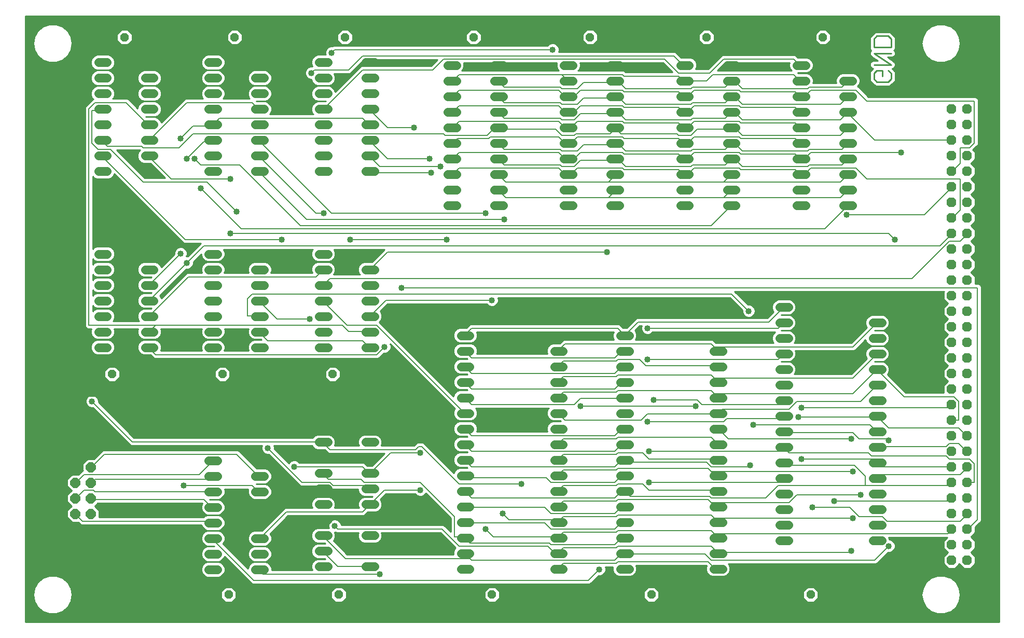
<source format=gbl>
G75*
G70*
%OFA0B0*%
%FSLAX24Y24*%
%IPPOS*%
%LPD*%
%AMOC8*
5,1,8,0,0,1.08239X$1,22.5*
%
%ADD10C,0.0100*%
%ADD11C,0.0560*%
%ADD12OC8,0.0560*%
%ADD13OC8,0.0640*%
%ADD14OC8,0.0630*%
%ADD15C,0.0080*%
%ADD16C,0.0400*%
%ADD17C,0.0500*%
D10*
X000361Y000361D02*
X000361Y039311D01*
X062933Y039311D01*
X062933Y000361D01*
X000361Y000361D01*
X000361Y000447D02*
X062933Y000447D01*
X062933Y000545D02*
X000361Y000545D01*
X000361Y000644D02*
X062933Y000644D01*
X062933Y000742D02*
X000361Y000742D01*
X000361Y000841D02*
X062933Y000841D01*
X062933Y000940D02*
X059564Y000940D01*
X059423Y000888D02*
X059831Y001037D01*
X059831Y001037D01*
X060164Y001316D01*
X060381Y001692D01*
X060457Y002120D01*
X060381Y002547D01*
X060381Y002547D01*
X060164Y002923D01*
X060164Y002923D01*
X059831Y003202D01*
X059423Y003351D01*
X058989Y003351D01*
X058581Y003202D01*
X058249Y002923D01*
X058031Y002547D01*
X057956Y002120D01*
X057956Y002120D01*
X058031Y001692D01*
X058249Y001316D01*
X058581Y001037D01*
X058581Y001037D01*
X058989Y000888D01*
X059423Y000888D01*
X059423Y000888D01*
X058989Y000888D02*
X058989Y000888D01*
X058849Y000940D02*
X002477Y000940D01*
X002337Y000888D02*
X002745Y001037D01*
X003077Y001316D01*
X003295Y001692D01*
X003370Y002120D01*
X003295Y002547D01*
X003077Y002923D01*
X002745Y003202D01*
X002745Y003202D01*
X002337Y003351D01*
X002337Y003351D01*
X001903Y003351D01*
X001903Y003351D01*
X001495Y003202D01*
X001495Y003202D01*
X001162Y002923D01*
X000945Y002547D01*
X000869Y002120D01*
X000945Y001692D01*
X001162Y001316D01*
X001494Y001037D01*
X001495Y001037D01*
X001903Y000888D01*
X002337Y000888D01*
X002337Y000888D01*
X002745Y001037D02*
X002745Y001037D01*
X002746Y001038D02*
X058580Y001038D01*
X058462Y001137D02*
X002864Y001137D01*
X002981Y001235D02*
X058345Y001235D01*
X058249Y001316D02*
X058249Y001316D01*
X058249Y001316D01*
X058238Y001334D02*
X003088Y001334D01*
X003077Y001316D02*
X003077Y001316D01*
X003145Y001432D02*
X058181Y001432D01*
X058124Y001531D02*
X003201Y001531D01*
X003258Y001629D02*
X058068Y001629D01*
X058031Y001692D02*
X058031Y001692D01*
X058025Y001728D02*
X051133Y001728D01*
X051035Y001630D02*
X051322Y001917D01*
X051322Y002323D01*
X051035Y002610D01*
X050629Y002610D01*
X050342Y002323D01*
X050342Y001917D01*
X050629Y001630D01*
X051035Y001630D01*
X051232Y001826D02*
X058008Y001826D01*
X057990Y001925D02*
X051322Y001925D01*
X051322Y002024D02*
X057973Y002024D01*
X057956Y002122D02*
X051322Y002122D01*
X051322Y002221D02*
X057974Y002221D01*
X057991Y002319D02*
X051322Y002319D01*
X051227Y002418D02*
X058009Y002418D01*
X058026Y002516D02*
X051129Y002516D01*
X050536Y002516D02*
X040892Y002516D01*
X040799Y002610D02*
X041086Y002323D01*
X041086Y001917D01*
X040799Y001630D01*
X040393Y001630D01*
X040106Y001917D01*
X040106Y002323D01*
X040393Y002610D01*
X040799Y002610D01*
X040991Y002418D02*
X050437Y002418D01*
X050342Y002319D02*
X041086Y002319D01*
X041086Y002221D02*
X050342Y002221D01*
X050342Y002122D02*
X041086Y002122D01*
X041086Y002024D02*
X050342Y002024D01*
X050342Y001925D02*
X041086Y001925D01*
X040996Y001826D02*
X050433Y001826D01*
X050531Y001728D02*
X040897Y001728D01*
X040295Y001728D02*
X030661Y001728D01*
X030563Y001630D02*
X030850Y001917D01*
X030850Y002323D01*
X030563Y002610D01*
X030157Y002610D01*
X029870Y002323D01*
X029870Y001917D01*
X030157Y001630D01*
X030563Y001630D01*
X030759Y001826D02*
X040196Y001826D01*
X040106Y001925D02*
X030850Y001925D01*
X030850Y002024D02*
X040106Y002024D01*
X040106Y002122D02*
X030850Y002122D01*
X030850Y002221D02*
X040106Y002221D01*
X040106Y002319D02*
X030850Y002319D01*
X030755Y002418D02*
X040201Y002418D01*
X040300Y002516D02*
X030656Y002516D01*
X030063Y002516D02*
X020814Y002516D01*
X020720Y002610D02*
X020314Y002610D01*
X020027Y002323D01*
X020027Y001917D01*
X020314Y001630D01*
X020720Y001630D01*
X021007Y001917D01*
X021007Y002323D01*
X020720Y002610D01*
X020912Y002418D02*
X029965Y002418D01*
X029870Y002319D02*
X021007Y002319D01*
X021007Y002221D02*
X029870Y002221D01*
X029870Y002122D02*
X021007Y002122D01*
X021007Y002024D02*
X029870Y002024D01*
X029870Y001925D02*
X021007Y001925D01*
X020917Y001826D02*
X029960Y001826D01*
X030059Y001728D02*
X020818Y001728D01*
X020216Y001728D02*
X013732Y001728D01*
X013634Y001630D02*
X013921Y001917D01*
X013921Y002323D01*
X013634Y002610D01*
X013228Y002610D01*
X012941Y002323D01*
X012941Y001917D01*
X013228Y001630D01*
X013634Y001630D01*
X013830Y001826D02*
X020118Y001826D01*
X020027Y001925D02*
X013921Y001925D01*
X013921Y002024D02*
X020027Y002024D01*
X020027Y002122D02*
X013921Y002122D01*
X013921Y002221D02*
X020027Y002221D01*
X020027Y002319D02*
X013921Y002319D01*
X013826Y002418D02*
X020122Y002418D01*
X020221Y002516D02*
X013727Y002516D01*
X013134Y002516D02*
X003300Y002516D01*
X003295Y002547D02*
X003295Y002547D01*
X003256Y002615D02*
X058070Y002615D01*
X058031Y002547D02*
X058031Y002547D01*
X058127Y002713D02*
X003199Y002713D01*
X003142Y002812D02*
X014976Y002812D01*
X015001Y002801D02*
X036501Y002801D01*
X036601Y002801D01*
X036693Y002839D01*
X037195Y003341D01*
X037333Y003341D01*
X037483Y003404D01*
X037599Y003519D01*
X037661Y003670D01*
X037661Y003833D01*
X037633Y003901D01*
X038123Y003901D01*
X038113Y003879D01*
X038113Y003684D01*
X038188Y003504D01*
X038326Y003366D01*
X038506Y003291D01*
X039261Y003291D01*
X039441Y003366D01*
X039579Y003504D01*
X039653Y003684D01*
X039653Y003879D01*
X039603Y004001D01*
X044148Y004001D01*
X044159Y003989D01*
X044113Y003879D01*
X044113Y003684D01*
X044188Y003504D01*
X044326Y003366D01*
X044506Y003291D01*
X045261Y003291D01*
X045441Y003366D01*
X045579Y003504D01*
X045653Y003684D01*
X045653Y003879D01*
X045579Y004059D01*
X045536Y004101D01*
X055001Y004101D01*
X055093Y004139D01*
X055163Y004210D01*
X055795Y004841D01*
X055933Y004841D01*
X056083Y004904D01*
X056199Y005019D01*
X056261Y005170D01*
X056261Y005333D01*
X056199Y005483D01*
X056083Y005599D01*
X055933Y005661D01*
X055890Y005661D01*
X055890Y005699D01*
X055847Y005801D01*
X059610Y005801D01*
X059362Y005554D01*
X059362Y005119D01*
X059645Y004836D01*
X059362Y004554D01*
X059362Y004119D01*
X059670Y003811D01*
X060105Y003811D01*
X060387Y004094D01*
X060670Y003811D01*
X061105Y003811D01*
X061412Y004119D01*
X061412Y004554D01*
X061130Y004836D01*
X061412Y005119D01*
X061412Y005554D01*
X061130Y005836D01*
X061412Y006119D01*
X061412Y006459D01*
X061693Y006739D01*
X061763Y006810D01*
X061801Y006901D01*
X061801Y021801D01*
X061801Y021901D01*
X061763Y021993D01*
X061693Y022063D01*
X061601Y022101D01*
X061395Y022101D01*
X061412Y022119D01*
X061412Y022554D01*
X061130Y022836D01*
X061412Y023119D01*
X061412Y023554D01*
X061130Y023836D01*
X061412Y024119D01*
X061412Y024554D01*
X061130Y024836D01*
X061412Y025119D01*
X061412Y025554D01*
X061130Y025836D01*
X061412Y026119D01*
X061412Y026554D01*
X061130Y026836D01*
X061412Y027119D01*
X061412Y027554D01*
X061130Y027836D01*
X061412Y028119D01*
X061412Y028554D01*
X061130Y028836D01*
X061412Y029119D01*
X061412Y029554D01*
X061130Y029836D01*
X061412Y030119D01*
X061412Y030554D01*
X061260Y030706D01*
X061493Y030939D01*
X061563Y031010D01*
X061601Y031101D01*
X061601Y033801D01*
X061601Y033901D01*
X061563Y033993D01*
X061493Y034063D01*
X061401Y034101D01*
X054555Y034101D01*
X053963Y034693D01*
X053893Y034763D01*
X053838Y034786D01*
X053921Y034870D01*
X053996Y035050D01*
X053996Y035245D01*
X053921Y035425D01*
X053784Y035563D01*
X053603Y035637D01*
X052849Y035637D01*
X052668Y035563D01*
X052531Y035425D01*
X052456Y035245D01*
X052456Y035050D01*
X052476Y035001D01*
X050976Y035001D01*
X050996Y035050D01*
X050996Y035245D01*
X050921Y035425D01*
X050784Y035563D01*
X050603Y035637D01*
X050019Y035637D01*
X049999Y035657D01*
X050603Y035657D01*
X050784Y035732D01*
X050921Y035870D01*
X050996Y036050D01*
X050996Y036245D01*
X050921Y036425D01*
X050784Y036563D01*
X050603Y036637D01*
X050019Y036637D01*
X049893Y036763D01*
X049801Y036801D01*
X049701Y036801D01*
X045201Y036801D01*
X045110Y036763D01*
X045039Y036693D01*
X044248Y035901D01*
X043454Y035901D01*
X043516Y036050D01*
X043516Y036245D01*
X043441Y036425D01*
X043303Y036563D01*
X043123Y036637D01*
X042519Y036637D01*
X042193Y036963D01*
X042101Y037001D01*
X042001Y037001D01*
X034633Y037001D01*
X034661Y037070D01*
X034661Y037233D01*
X034599Y037383D01*
X034483Y037499D01*
X036413Y037499D01*
X036456Y037456D02*
X036862Y037456D01*
X037149Y037744D01*
X037149Y038149D01*
X036862Y038436D01*
X036456Y038436D01*
X036169Y038149D01*
X036169Y037744D01*
X036456Y037456D01*
X036315Y037598D02*
X029523Y037598D01*
X029621Y037696D02*
X036216Y037696D01*
X036169Y037795D02*
X029669Y037795D01*
X029669Y037744D02*
X029382Y037456D01*
X028976Y037456D01*
X028689Y037744D01*
X028689Y038149D01*
X028976Y038436D01*
X029382Y038436D01*
X029669Y038149D01*
X029669Y037744D01*
X029669Y037893D02*
X036169Y037893D01*
X036169Y037992D02*
X029669Y037992D01*
X029669Y038090D02*
X036169Y038090D01*
X036209Y038189D02*
X029629Y038189D01*
X029531Y038287D02*
X036307Y038287D01*
X036406Y038386D02*
X029432Y038386D01*
X028925Y038386D02*
X021164Y038386D01*
X021114Y038436D02*
X020708Y038436D01*
X020421Y038149D01*
X020421Y037744D01*
X020708Y037456D01*
X021114Y037456D01*
X021401Y037744D01*
X021401Y038149D01*
X021114Y038436D01*
X021263Y038287D02*
X028827Y038287D01*
X028728Y038189D02*
X021361Y038189D01*
X021401Y038090D02*
X028689Y038090D01*
X028689Y037992D02*
X021401Y037992D01*
X021401Y037893D02*
X028689Y037893D01*
X028689Y037795D02*
X021401Y037795D01*
X021354Y037696D02*
X028736Y037696D01*
X028835Y037598D02*
X021255Y037598D01*
X021157Y037499D02*
X028933Y037499D01*
X029424Y037499D02*
X034020Y037499D01*
X034019Y037499D02*
X033921Y037401D01*
X020201Y037401D01*
X020110Y037363D01*
X020108Y037361D01*
X019970Y037361D01*
X019819Y037299D01*
X019704Y037183D01*
X019641Y037033D01*
X019641Y036870D01*
X019662Y036818D01*
X019140Y036818D01*
X018960Y036744D01*
X018822Y036606D01*
X018747Y036426D01*
X018747Y036231D01*
X018816Y036066D01*
X018810Y036063D01*
X018808Y036061D01*
X018670Y036061D01*
X018519Y035999D01*
X018404Y035883D01*
X018341Y035733D01*
X018341Y035570D01*
X018404Y035419D01*
X018519Y035304D01*
X018670Y035241D01*
X018747Y035241D01*
X018747Y035231D01*
X018822Y035051D01*
X018960Y034913D01*
X019140Y034838D01*
X019895Y034838D01*
X020075Y034913D01*
X020213Y035051D01*
X020287Y035231D01*
X020287Y035426D01*
X020215Y035601D01*
X021101Y035601D01*
X021201Y035601D01*
X021293Y035639D01*
X022155Y036501D01*
X026848Y036501D01*
X026448Y036101D01*
X022001Y036101D01*
X021910Y036063D01*
X021839Y035993D01*
X020283Y034436D01*
X020213Y034606D01*
X020075Y034744D01*
X019895Y034818D01*
X019140Y034818D01*
X018960Y034744D01*
X018822Y034606D01*
X018747Y034426D01*
X018747Y034231D01*
X018822Y034051D01*
X018960Y033913D01*
X019140Y033838D01*
X019685Y033838D01*
X019665Y033818D01*
X019140Y033818D01*
X018960Y033744D01*
X018822Y033606D01*
X018747Y033426D01*
X018747Y033231D01*
X018822Y033051D01*
X018872Y033001D01*
X016076Y033001D01*
X016126Y033051D01*
X016201Y033231D01*
X016201Y033426D01*
X016126Y033606D01*
X015988Y033744D01*
X015808Y033818D01*
X015238Y033818D01*
X015217Y033838D01*
X015808Y033838D01*
X015988Y033913D01*
X016126Y034051D01*
X016201Y034231D01*
X016201Y034426D01*
X016126Y034606D01*
X015988Y034744D01*
X015808Y034818D01*
X015053Y034818D01*
X014873Y034744D01*
X014735Y034606D01*
X014661Y034426D01*
X014661Y034231D01*
X014735Y034051D01*
X014785Y034001D01*
X013076Y034001D01*
X013126Y034051D01*
X013201Y034231D01*
X013201Y034426D01*
X013126Y034606D01*
X012988Y034744D01*
X012808Y034818D01*
X012053Y034818D01*
X011873Y034744D01*
X011735Y034606D01*
X011661Y034426D01*
X011661Y034231D01*
X011735Y034051D01*
X011785Y034001D01*
X010701Y034001D01*
X010610Y033963D01*
X010539Y033893D01*
X009102Y032455D01*
X009039Y032606D01*
X008902Y032744D01*
X008722Y032818D01*
X008137Y032818D01*
X008117Y032838D01*
X008722Y032838D01*
X008902Y032913D01*
X009039Y033051D01*
X009114Y033231D01*
X009114Y033426D01*
X009039Y033606D01*
X008902Y033744D01*
X008722Y033818D01*
X007967Y033818D01*
X007786Y033744D01*
X007649Y033606D01*
X007574Y033426D01*
X007574Y033382D01*
X007063Y033893D01*
X006993Y033963D01*
X006901Y034001D01*
X005990Y034001D01*
X006039Y034051D01*
X006114Y034231D01*
X006114Y034426D01*
X006039Y034606D01*
X005902Y034744D01*
X005722Y034818D01*
X004967Y034818D01*
X004786Y034744D01*
X004649Y034606D01*
X004574Y034426D01*
X004574Y034231D01*
X004649Y034051D01*
X004729Y033971D01*
X004710Y033963D01*
X004310Y033563D01*
X004310Y033563D01*
X004239Y033493D01*
X004201Y033401D01*
X004201Y019501D01*
X004201Y019401D01*
X004239Y019310D01*
X004310Y019239D01*
X004401Y019201D01*
X004610Y019201D01*
X004574Y019115D01*
X004574Y018920D01*
X004649Y018740D01*
X004786Y018602D01*
X004967Y018527D01*
X005722Y018527D01*
X005902Y018602D01*
X006039Y018740D01*
X006114Y018920D01*
X006114Y019115D01*
X006078Y019201D01*
X007610Y019201D01*
X007574Y019115D01*
X007574Y018920D01*
X007649Y018740D01*
X007786Y018602D01*
X007967Y018527D01*
X008722Y018527D01*
X008902Y018602D01*
X009039Y018740D01*
X009114Y018920D01*
X009114Y019115D01*
X009078Y019201D01*
X011697Y019201D01*
X011661Y019115D01*
X011661Y018920D01*
X011735Y018740D01*
X011873Y018602D01*
X012053Y018527D01*
X012808Y018527D01*
X012988Y018602D01*
X013126Y018740D01*
X013201Y018920D01*
X013201Y019115D01*
X013165Y019201D01*
X014697Y019201D01*
X014661Y019115D01*
X014661Y018920D01*
X014735Y018740D01*
X014873Y018602D01*
X015053Y018527D01*
X015521Y018527D01*
X015542Y018507D01*
X015053Y018507D01*
X014873Y018433D01*
X014735Y018295D01*
X014661Y018115D01*
X014661Y017920D01*
X014710Y017801D01*
X013151Y017801D01*
X013201Y017920D01*
X013201Y018115D01*
X013126Y018295D01*
X012988Y018433D01*
X012808Y018507D01*
X012053Y018507D01*
X011873Y018433D01*
X011735Y018295D01*
X011661Y018115D01*
X011661Y017920D01*
X011710Y017801D01*
X009065Y017801D01*
X009114Y017920D01*
X009114Y018115D01*
X009039Y018295D01*
X008902Y018433D01*
X008722Y018507D01*
X007967Y018507D01*
X007786Y018433D01*
X007649Y018295D01*
X007574Y018115D01*
X007574Y017920D01*
X007649Y017740D01*
X007786Y017602D01*
X007967Y017527D01*
X008422Y017527D01*
X008610Y017339D01*
X008701Y017301D01*
X008801Y017301D01*
X023001Y017301D01*
X023093Y017339D01*
X023163Y017410D01*
X023395Y017641D01*
X023533Y017641D01*
X023683Y017704D01*
X023799Y017819D01*
X023861Y017970D01*
X023861Y018133D01*
X023822Y018227D01*
X027971Y014078D01*
X027952Y014059D01*
X027877Y013879D01*
X027877Y013684D01*
X027952Y013504D01*
X028090Y013366D01*
X028270Y013291D01*
X029025Y013291D01*
X029205Y013366D01*
X029343Y013504D01*
X029417Y013684D01*
X029417Y013879D01*
X029343Y014059D01*
X029300Y014101D01*
X033994Y014101D01*
X033952Y014059D01*
X033877Y013879D01*
X033877Y013684D01*
X033952Y013504D01*
X034090Y013366D01*
X034270Y013291D01*
X034758Y013291D01*
X034778Y013271D01*
X034270Y013271D01*
X034090Y013196D01*
X033952Y013059D01*
X033877Y012879D01*
X033877Y012684D01*
X033911Y012601D01*
X029383Y012601D01*
X029417Y012684D01*
X029417Y012879D01*
X029343Y013059D01*
X029205Y013196D01*
X029025Y013271D01*
X028270Y013271D01*
X028090Y013196D01*
X027952Y013059D01*
X027877Y012879D01*
X027877Y012684D01*
X027952Y012504D01*
X028090Y012366D01*
X028270Y012291D01*
X028758Y012291D01*
X028778Y012271D01*
X028270Y012271D01*
X028090Y012196D01*
X027952Y012059D01*
X027877Y011879D01*
X027877Y011684D01*
X027952Y011504D01*
X028090Y011366D01*
X028270Y011291D01*
X028758Y011291D01*
X028778Y011271D01*
X028270Y011271D01*
X028090Y011196D01*
X027952Y011059D01*
X027877Y010879D01*
X027877Y010684D01*
X027952Y010504D01*
X028090Y010366D01*
X028270Y010291D01*
X028758Y010291D01*
X028778Y010271D01*
X028270Y010271D01*
X028090Y010196D01*
X027952Y010059D01*
X027907Y009949D01*
X025993Y011863D01*
X025901Y011901D01*
X025801Y011901D01*
X025601Y011901D01*
X025510Y011863D01*
X025439Y011793D01*
X025348Y011701D01*
X023237Y011701D01*
X023287Y011821D01*
X023287Y012016D01*
X023213Y012196D01*
X023075Y012334D01*
X022895Y012409D01*
X022140Y012409D01*
X021960Y012334D01*
X021822Y012196D01*
X021747Y012016D01*
X021747Y011821D01*
X021797Y011701D01*
X020237Y011701D01*
X020287Y011821D01*
X020287Y012016D01*
X020213Y012196D01*
X020075Y012334D01*
X019895Y012409D01*
X019140Y012409D01*
X018960Y012334D01*
X018827Y012201D01*
X007355Y012201D01*
X005061Y014495D01*
X005061Y014633D01*
X004999Y014783D01*
X004883Y014899D01*
X004733Y014961D01*
X004570Y014961D01*
X004419Y014899D01*
X004304Y014783D01*
X004241Y014633D01*
X004241Y014470D01*
X004304Y014319D01*
X004419Y014204D01*
X004570Y014141D01*
X004708Y014141D01*
X007039Y011810D01*
X007110Y011739D01*
X007201Y011701D01*
X015570Y011701D01*
X015541Y011633D01*
X015541Y011470D01*
X015604Y011319D01*
X015719Y011204D01*
X015870Y011141D01*
X016008Y011141D01*
X018010Y009139D01*
X018101Y009101D01*
X018201Y009101D01*
X019848Y009101D01*
X019939Y009010D01*
X019939Y009010D01*
X020010Y008939D01*
X020101Y008901D01*
X021747Y008901D01*
X021747Y008821D01*
X021822Y008641D01*
X021960Y008504D01*
X022140Y008429D01*
X022675Y008429D01*
X016095Y008429D01*
X016126Y008460D02*
X016201Y008640D01*
X016201Y008835D01*
X016126Y009015D01*
X015988Y009153D01*
X015808Y009228D01*
X015228Y009228D01*
X015208Y009248D01*
X015808Y009248D01*
X015988Y009322D01*
X016126Y009460D01*
X016201Y009640D01*
X016201Y009835D01*
X016126Y010015D01*
X015988Y010153D01*
X015808Y010228D01*
X015228Y010228D01*
X014163Y011293D01*
X014093Y011363D01*
X014001Y011401D01*
X005501Y011401D01*
X005401Y011401D01*
X005310Y011363D01*
X004789Y010843D01*
X004369Y010843D01*
X004058Y010532D01*
X004058Y010093D01*
X004065Y010086D01*
X004010Y010063D01*
X003789Y009843D01*
X003369Y009843D01*
X003058Y009532D01*
X003058Y009093D01*
X003339Y008813D01*
X003058Y008532D01*
X003058Y008093D01*
X003339Y007813D01*
X003058Y007532D01*
X003058Y007093D01*
X003369Y006783D01*
X003766Y006783D01*
X003910Y006639D01*
X004001Y006601D01*
X004101Y006601D01*
X011677Y006601D01*
X011735Y006460D01*
X011873Y006322D01*
X012053Y006248D01*
X012808Y006248D01*
X012988Y006322D01*
X013126Y006460D01*
X013201Y006640D01*
X013201Y006835D01*
X013126Y007015D01*
X012988Y007153D01*
X012808Y007228D01*
X012053Y007228D01*
X011873Y007153D01*
X011821Y007101D01*
X005118Y007101D01*
X005118Y007532D01*
X004838Y007813D01*
X005026Y008001D01*
X011729Y008001D01*
X011661Y007835D01*
X011661Y007640D01*
X011735Y007460D01*
X011873Y007322D01*
X012053Y007248D01*
X012808Y007248D01*
X012988Y007322D01*
X013126Y007460D01*
X013201Y007640D01*
X013201Y007835D01*
X013126Y008015D01*
X012988Y008153D01*
X012808Y008228D01*
X012228Y008228D01*
X012208Y008248D01*
X012808Y008248D01*
X012988Y008322D01*
X013126Y008460D01*
X013201Y008640D01*
X013201Y008835D01*
X013173Y008901D01*
X014688Y008901D01*
X014661Y008835D01*
X014661Y008640D01*
X014735Y008460D01*
X014873Y008322D01*
X015053Y008248D01*
X015808Y008248D01*
X015988Y008322D01*
X016126Y008460D01*
X016154Y008527D02*
X021936Y008527D01*
X021837Y008626D02*
X016195Y008626D01*
X016201Y008724D02*
X021787Y008724D01*
X021747Y008823D02*
X016201Y008823D01*
X016165Y008922D02*
X020052Y008922D01*
X019929Y009020D02*
X016121Y009020D01*
X016023Y009119D02*
X018059Y009119D01*
X017932Y009217D02*
X015834Y009217D01*
X015972Y009316D02*
X017833Y009316D01*
X017735Y009414D02*
X016080Y009414D01*
X016148Y009513D02*
X017636Y009513D01*
X017537Y009611D02*
X016189Y009611D01*
X016201Y009710D02*
X017439Y009710D01*
X017340Y009808D02*
X016201Y009808D01*
X016171Y009907D02*
X017242Y009907D01*
X017143Y010006D02*
X016130Y010006D01*
X016037Y010104D02*
X017045Y010104D01*
X016946Y010203D02*
X015869Y010203D01*
X015155Y010301D02*
X016848Y010301D01*
X016749Y010400D02*
X015056Y010400D01*
X014958Y010498D02*
X016651Y010498D01*
X016552Y010597D02*
X014859Y010597D01*
X014761Y010695D02*
X016454Y010695D01*
X016355Y010794D02*
X014662Y010794D01*
X014563Y010892D02*
X016256Y010892D01*
X016158Y010991D02*
X014465Y010991D01*
X014366Y011089D02*
X016059Y011089D01*
X015756Y011188D02*
X014268Y011188D01*
X014169Y011287D02*
X015636Y011287D01*
X015576Y011385D02*
X014040Y011385D01*
X015541Y011484D02*
X000361Y011484D01*
X000361Y011582D02*
X015541Y011582D01*
X015561Y011681D02*
X000361Y011681D01*
X000361Y011779D02*
X007070Y011779D01*
X006971Y011878D02*
X000361Y011878D01*
X000361Y011976D02*
X006872Y011976D01*
X006774Y012075D02*
X000361Y012075D01*
X000361Y012173D02*
X006675Y012173D01*
X006577Y012272D02*
X000361Y012272D01*
X000361Y012371D02*
X006478Y012371D01*
X006380Y012469D02*
X000361Y012469D01*
X000361Y012568D02*
X006281Y012568D01*
X006183Y012666D02*
X000361Y012666D01*
X000361Y012765D02*
X006084Y012765D01*
X005986Y012863D02*
X000361Y012863D01*
X000361Y012962D02*
X005887Y012962D01*
X005788Y013060D02*
X000361Y013060D01*
X000361Y013159D02*
X005690Y013159D01*
X005591Y013257D02*
X000361Y013257D01*
X000361Y013356D02*
X005493Y013356D01*
X005394Y013455D02*
X000361Y013455D01*
X000361Y013553D02*
X005296Y013553D01*
X005197Y013652D02*
X000361Y013652D01*
X000361Y013750D02*
X005099Y013750D01*
X005000Y013849D02*
X000361Y013849D01*
X000361Y013947D02*
X004902Y013947D01*
X004803Y014046D02*
X000361Y014046D01*
X000361Y014144D02*
X004562Y014144D01*
X004380Y014243D02*
X000361Y014243D01*
X000361Y014341D02*
X004294Y014341D01*
X004253Y014440D02*
X000361Y014440D01*
X000361Y014539D02*
X004241Y014539D01*
X004243Y014637D02*
X000361Y014637D01*
X000361Y014736D02*
X004284Y014736D01*
X004354Y014834D02*
X000361Y014834D01*
X000361Y014933D02*
X004501Y014933D01*
X004801Y014933D02*
X027116Y014933D01*
X027018Y015031D02*
X000361Y015031D01*
X000361Y015130D02*
X026919Y015130D01*
X026821Y015228D02*
X000361Y015228D01*
X000361Y015327D02*
X026722Y015327D01*
X026623Y015425D02*
X000361Y015425D01*
X000361Y015524D02*
X026525Y015524D01*
X026426Y015622D02*
X000361Y015622D01*
X000361Y015721D02*
X026328Y015721D01*
X026229Y015820D02*
X020343Y015820D01*
X020327Y015803D02*
X020614Y016090D01*
X020614Y016496D01*
X020327Y016783D01*
X019921Y016783D01*
X019634Y016496D01*
X019634Y016090D01*
X019921Y015803D01*
X020327Y015803D01*
X020442Y015918D02*
X026131Y015918D01*
X026032Y016017D02*
X020540Y016017D01*
X020614Y016115D02*
X025934Y016115D01*
X025835Y016214D02*
X020614Y016214D01*
X020614Y016312D02*
X025737Y016312D01*
X025638Y016411D02*
X020614Y016411D01*
X020600Y016509D02*
X025539Y016509D01*
X025441Y016608D02*
X020501Y016608D01*
X020403Y016706D02*
X025342Y016706D01*
X025244Y016805D02*
X000361Y016805D01*
X000361Y016904D02*
X025145Y016904D01*
X025047Y017002D02*
X000361Y017002D01*
X000361Y017101D02*
X024948Y017101D01*
X024850Y017199D02*
X000361Y017199D01*
X000361Y017298D02*
X024751Y017298D01*
X024653Y017396D02*
X023150Y017396D01*
X023248Y017495D02*
X024554Y017495D01*
X024456Y017593D02*
X023347Y017593D01*
X023655Y017692D02*
X024357Y017692D01*
X024258Y017790D02*
X023770Y017790D01*
X023828Y017889D02*
X024160Y017889D01*
X024061Y017988D02*
X023861Y017988D01*
X023861Y018086D02*
X023963Y018086D01*
X023864Y018185D02*
X023840Y018185D01*
X024177Y018579D02*
X027921Y018579D01*
X027952Y018504D02*
X028090Y018366D01*
X028270Y018291D01*
X029025Y018291D01*
X029205Y018366D01*
X029343Y018504D01*
X029417Y018684D01*
X029417Y018879D01*
X029366Y019001D01*
X038164Y019001D01*
X038113Y018879D01*
X038113Y018684D01*
X038188Y018504D01*
X038190Y018501D01*
X035001Y018501D01*
X034910Y018463D01*
X034839Y018393D01*
X034718Y018271D01*
X034270Y018271D01*
X034090Y018196D01*
X033952Y018059D01*
X033877Y017879D01*
X033877Y017684D01*
X033911Y017601D01*
X029383Y017601D01*
X029417Y017684D01*
X029417Y017879D01*
X029343Y018059D01*
X029205Y018196D01*
X029025Y018271D01*
X028270Y018271D01*
X028090Y018196D01*
X027952Y018059D01*
X027877Y017879D01*
X027877Y017684D01*
X027952Y017504D01*
X028090Y017366D01*
X028270Y017291D01*
X028758Y017291D01*
X028778Y017271D01*
X028270Y017271D01*
X028090Y017196D01*
X027952Y017059D01*
X027877Y016879D01*
X027877Y016684D01*
X027952Y016504D01*
X028090Y016366D01*
X028270Y016291D01*
X028758Y016291D01*
X028778Y016271D01*
X028270Y016271D01*
X028090Y016196D01*
X027952Y016059D01*
X027877Y015879D01*
X027877Y015684D01*
X027952Y015504D01*
X028090Y015366D01*
X028270Y015291D01*
X028758Y015291D01*
X028778Y015271D01*
X028270Y015271D01*
X028090Y015196D01*
X027952Y015059D01*
X027877Y014879D01*
X023114Y019641D01*
X023213Y019740D01*
X023287Y019920D01*
X023287Y020115D01*
X023213Y020295D01*
X023181Y020327D01*
X023655Y020801D01*
X030021Y020801D01*
X030119Y020704D01*
X030270Y020641D01*
X030433Y020641D01*
X030583Y020704D01*
X030699Y020819D01*
X030761Y020970D01*
X030761Y021133D01*
X030733Y021201D01*
X045648Y021201D01*
X046441Y020408D01*
X046441Y020270D01*
X046504Y020119D01*
X046619Y020004D01*
X046770Y019941D01*
X046933Y019941D01*
X047083Y020004D01*
X047199Y020119D01*
X047261Y020270D01*
X047261Y020433D01*
X047199Y020583D01*
X047083Y020699D01*
X046933Y020761D01*
X046795Y020761D01*
X045955Y021601D01*
X059410Y021601D01*
X059362Y021554D01*
X059362Y021119D01*
X059645Y020836D01*
X059362Y020554D01*
X059362Y020119D01*
X059645Y019836D01*
X059362Y019554D01*
X059362Y019119D01*
X059645Y018836D01*
X059362Y018554D01*
X059362Y018119D01*
X059645Y017836D01*
X059362Y017554D01*
X059362Y017119D01*
X059645Y016836D01*
X059362Y016554D01*
X059362Y016119D01*
X059645Y015836D01*
X059362Y015554D01*
X059362Y015119D01*
X059380Y015101D01*
X056955Y015101D01*
X055774Y016282D01*
X055815Y016324D01*
X055890Y016504D01*
X055890Y016699D01*
X055815Y016879D01*
X055677Y017016D01*
X055497Y017091D01*
X054945Y017091D01*
X054965Y017111D01*
X055497Y017111D01*
X055677Y017186D01*
X055815Y017324D01*
X055890Y017504D01*
X055890Y017699D01*
X055815Y017879D01*
X055677Y018016D01*
X055497Y018091D01*
X054742Y018091D01*
X054562Y018016D01*
X054424Y017879D01*
X054350Y017699D01*
X054350Y017504D01*
X054424Y017324D01*
X054447Y017301D01*
X053448Y016301D01*
X049793Y016301D01*
X049815Y016324D01*
X049890Y016504D01*
X049890Y016699D01*
X049815Y016879D01*
X049677Y017016D01*
X049497Y017091D01*
X048945Y017091D01*
X048963Y017110D01*
X048965Y017111D01*
X049497Y017111D01*
X049677Y017186D01*
X049815Y017324D01*
X049890Y017504D01*
X049890Y017699D01*
X049847Y017801D01*
X053601Y017801D01*
X053693Y017839D01*
X053763Y017910D01*
X054352Y018498D01*
X054424Y018324D01*
X054562Y018186D01*
X054742Y018111D01*
X055497Y018111D01*
X055677Y018186D01*
X055815Y018324D01*
X055890Y018504D01*
X055890Y018699D01*
X055815Y018879D01*
X055677Y019016D01*
X055497Y019091D01*
X054945Y019091D01*
X054965Y019111D01*
X055497Y019111D01*
X055677Y019186D01*
X055815Y019324D01*
X055890Y019504D01*
X055890Y019699D01*
X055815Y019879D01*
X055677Y020016D01*
X055497Y020091D01*
X054742Y020091D01*
X054562Y020016D01*
X054424Y019879D01*
X054350Y019699D01*
X054350Y019504D01*
X054424Y019324D01*
X054447Y019301D01*
X053448Y018301D01*
X049793Y018301D01*
X049815Y018324D01*
X049890Y018504D01*
X049890Y018699D01*
X049815Y018879D01*
X049677Y019016D01*
X049497Y019091D01*
X048945Y019091D01*
X048963Y019110D01*
X048965Y019111D01*
X049497Y019111D01*
X049677Y019186D01*
X049815Y019324D01*
X049890Y019504D01*
X049890Y019699D01*
X049815Y019879D01*
X049677Y020016D01*
X049497Y020091D01*
X048945Y020091D01*
X048965Y020111D01*
X049497Y020111D01*
X049677Y020186D01*
X049815Y020324D01*
X049890Y020504D01*
X049890Y020699D01*
X049815Y020879D01*
X049677Y021016D01*
X049497Y021091D01*
X048742Y021091D01*
X048562Y021016D01*
X048424Y020879D01*
X048350Y020699D01*
X048350Y020504D01*
X048424Y020324D01*
X048447Y020301D01*
X048048Y019901D01*
X039801Y019901D01*
X039701Y019901D01*
X039610Y019863D01*
X039018Y019271D01*
X038785Y019271D01*
X038593Y019463D01*
X038501Y019501D01*
X038401Y019501D01*
X029001Y019501D01*
X028910Y019463D01*
X028839Y019393D01*
X028718Y019271D01*
X028270Y019271D01*
X028090Y019196D01*
X027952Y019059D01*
X027877Y018879D01*
X027877Y018684D01*
X027952Y018504D01*
X027975Y018480D02*
X024276Y018480D01*
X024374Y018382D02*
X028074Y018382D01*
X028078Y018185D02*
X024571Y018185D01*
X024473Y018283D02*
X034730Y018283D01*
X034828Y018382D02*
X029221Y018382D01*
X029319Y018480D02*
X034951Y018480D01*
X034078Y018185D02*
X029217Y018185D01*
X029315Y018086D02*
X033979Y018086D01*
X033922Y017988D02*
X029372Y017988D01*
X029413Y017889D02*
X033882Y017889D01*
X033877Y017790D02*
X029417Y017790D01*
X029417Y017692D02*
X033877Y017692D01*
X038116Y018677D02*
X029415Y018677D01*
X029417Y018776D02*
X038113Y018776D01*
X038113Y018874D02*
X029417Y018874D01*
X029378Y018973D02*
X038153Y018973D01*
X038157Y018579D02*
X029374Y018579D01*
X028814Y019367D02*
X023389Y019367D01*
X023487Y019269D02*
X028264Y019269D01*
X028063Y019170D02*
X023586Y019170D01*
X023684Y019071D02*
X027965Y019071D01*
X027916Y018973D02*
X023783Y018973D01*
X023881Y018874D02*
X027877Y018874D01*
X027877Y018776D02*
X023980Y018776D01*
X024079Y018677D02*
X027880Y018677D01*
X027979Y018086D02*
X024670Y018086D01*
X024768Y017988D02*
X027922Y017988D01*
X027882Y017889D02*
X024867Y017889D01*
X024965Y017790D02*
X027877Y017790D01*
X027877Y017692D02*
X025064Y017692D01*
X025162Y017593D02*
X027915Y017593D01*
X027961Y017495D02*
X025261Y017495D01*
X025360Y017396D02*
X028059Y017396D01*
X028096Y017199D02*
X025557Y017199D01*
X025655Y017101D02*
X027994Y017101D01*
X027928Y017002D02*
X025754Y017002D01*
X025852Y016904D02*
X027888Y016904D01*
X027877Y016805D02*
X025951Y016805D01*
X026049Y016706D02*
X027877Y016706D01*
X027909Y016608D02*
X026148Y016608D01*
X026246Y016509D02*
X027949Y016509D01*
X028045Y016411D02*
X026345Y016411D01*
X026444Y016312D02*
X028219Y016312D01*
X028131Y016214D02*
X026542Y016214D01*
X026641Y016115D02*
X028008Y016115D01*
X027934Y016017D02*
X026739Y016017D01*
X026838Y015918D02*
X027894Y015918D01*
X027877Y015820D02*
X026936Y015820D01*
X027035Y015721D02*
X027877Y015721D01*
X027903Y015622D02*
X027133Y015622D01*
X027232Y015524D02*
X027943Y015524D01*
X028030Y015425D02*
X027330Y015425D01*
X027429Y015327D02*
X028183Y015327D01*
X028167Y015228D02*
X027528Y015228D01*
X027626Y015130D02*
X028023Y015130D01*
X027941Y015031D02*
X027725Y015031D01*
X027823Y014933D02*
X027900Y014933D01*
X027510Y014539D02*
X005061Y014539D01*
X005059Y014637D02*
X027412Y014637D01*
X027313Y014736D02*
X005019Y014736D01*
X004948Y014834D02*
X027215Y014834D01*
X027609Y014440D02*
X005116Y014440D01*
X005214Y014341D02*
X027707Y014341D01*
X027806Y014243D02*
X005313Y014243D01*
X005411Y014144D02*
X027905Y014144D01*
X027947Y014046D02*
X005510Y014046D01*
X005609Y013947D02*
X027906Y013947D01*
X027877Y013849D02*
X005707Y013849D01*
X005806Y013750D02*
X027877Y013750D01*
X027890Y013652D02*
X005904Y013652D01*
X006003Y013553D02*
X027931Y013553D01*
X028001Y013455D02*
X006101Y013455D01*
X006200Y013356D02*
X028113Y013356D01*
X028237Y013257D02*
X006298Y013257D01*
X006397Y013159D02*
X028052Y013159D01*
X027954Y013060D02*
X006495Y013060D01*
X006594Y012962D02*
X027912Y012962D01*
X027877Y012863D02*
X006693Y012863D01*
X006791Y012765D02*
X027877Y012765D01*
X027884Y012666D02*
X006890Y012666D01*
X006988Y012568D02*
X027925Y012568D01*
X027986Y012469D02*
X007087Y012469D01*
X007185Y012371D02*
X019047Y012371D01*
X018897Y012272D02*
X007284Y012272D01*
X005363Y011385D02*
X000361Y011385D01*
X000361Y011287D02*
X005233Y011287D01*
X005135Y011188D02*
X000361Y011188D01*
X000361Y011089D02*
X005036Y011089D01*
X004937Y010991D02*
X000361Y010991D01*
X000361Y010892D02*
X004839Y010892D01*
X004320Y010794D02*
X000361Y010794D01*
X000361Y010695D02*
X004221Y010695D01*
X004123Y010597D02*
X000361Y010597D01*
X000361Y010498D02*
X004058Y010498D01*
X004058Y010400D02*
X000361Y010400D01*
X000361Y010301D02*
X004058Y010301D01*
X004058Y010203D02*
X000361Y010203D01*
X000361Y010104D02*
X004058Y010104D01*
X003952Y010006D02*
X000361Y010006D01*
X000361Y009907D02*
X003854Y009907D01*
X003335Y009808D02*
X000361Y009808D01*
X000361Y009710D02*
X003236Y009710D01*
X003137Y009611D02*
X000361Y009611D01*
X000361Y009513D02*
X003058Y009513D01*
X003058Y009414D02*
X000361Y009414D01*
X000361Y009316D02*
X003058Y009316D01*
X003058Y009217D02*
X000361Y009217D01*
X000361Y009119D02*
X003058Y009119D01*
X003131Y009020D02*
X000361Y009020D01*
X000361Y008922D02*
X003230Y008922D01*
X003328Y008823D02*
X000361Y008823D01*
X000361Y008724D02*
X003251Y008724D01*
X003152Y008626D02*
X000361Y008626D01*
X000361Y008527D02*
X003058Y008527D01*
X003058Y008429D02*
X000361Y008429D01*
X000361Y008330D02*
X003058Y008330D01*
X003058Y008232D02*
X000361Y008232D01*
X000361Y008133D02*
X003058Y008133D01*
X003117Y008035D02*
X000361Y008035D01*
X000361Y007936D02*
X003215Y007936D01*
X003314Y007838D02*
X000361Y007838D01*
X000361Y007739D02*
X003265Y007739D01*
X003167Y007640D02*
X000361Y007640D01*
X000361Y007542D02*
X003068Y007542D01*
X003058Y007443D02*
X000361Y007443D01*
X000361Y007345D02*
X003058Y007345D01*
X003058Y007246D02*
X000361Y007246D01*
X000361Y007148D02*
X003058Y007148D01*
X003102Y007049D02*
X000361Y007049D01*
X000361Y006951D02*
X003201Y006951D01*
X003299Y006852D02*
X000361Y006852D01*
X000361Y006754D02*
X003795Y006754D01*
X003894Y006655D02*
X000361Y006655D01*
X000361Y006556D02*
X011695Y006556D01*
X011738Y006458D02*
X000361Y006458D01*
X000361Y006359D02*
X011836Y006359D01*
X011895Y006162D02*
X000361Y006162D01*
X000361Y006064D02*
X011784Y006064D01*
X011735Y006015D02*
X011661Y005835D01*
X011661Y005640D01*
X011735Y005460D01*
X011873Y005322D01*
X012053Y005248D01*
X012501Y005248D01*
X012521Y005228D01*
X012053Y005228D01*
X011873Y005153D01*
X011735Y005015D01*
X011661Y004835D01*
X011661Y004640D01*
X011735Y004460D01*
X011873Y004322D01*
X012053Y004248D01*
X012808Y004248D01*
X012988Y004322D01*
X013126Y004460D01*
X013174Y004575D01*
X014839Y002910D01*
X014910Y002839D01*
X015001Y002801D01*
X014838Y002910D02*
X003085Y002910D01*
X003077Y002923D02*
X003077Y002923D01*
X003077Y002923D01*
X002975Y003009D02*
X014740Y003009D01*
X014641Y003107D02*
X002858Y003107D01*
X002735Y003206D02*
X014543Y003206D01*
X014444Y003305D02*
X012945Y003305D01*
X012988Y003322D02*
X013126Y003460D01*
X013201Y003640D01*
X013201Y003835D01*
X013126Y004015D01*
X012988Y004153D01*
X012808Y004228D01*
X012053Y004228D01*
X011873Y004153D01*
X011735Y004015D01*
X011661Y003835D01*
X011661Y003640D01*
X011735Y003460D01*
X011873Y003322D01*
X012053Y003248D01*
X012808Y003248D01*
X012988Y003322D01*
X013069Y003403D02*
X014346Y003403D01*
X014247Y003502D02*
X013143Y003502D01*
X013184Y003600D02*
X014149Y003600D01*
X014050Y003699D02*
X013201Y003699D01*
X013201Y003797D02*
X013952Y003797D01*
X013853Y003896D02*
X013176Y003896D01*
X013135Y003994D02*
X013754Y003994D01*
X013656Y004093D02*
X013049Y004093D01*
X012896Y004191D02*
X013557Y004191D01*
X013459Y004290D02*
X012910Y004290D01*
X013054Y004389D02*
X013360Y004389D01*
X013262Y004487D02*
X013137Y004487D01*
X013575Y004881D02*
X014680Y004881D01*
X014661Y004835D02*
X014661Y004640D01*
X014735Y004460D01*
X014873Y004322D01*
X015053Y004248D01*
X015808Y004248D01*
X015988Y004322D01*
X016126Y004460D01*
X016201Y004640D01*
X016201Y004835D01*
X016126Y005015D01*
X015988Y005153D01*
X015808Y005228D01*
X015053Y005228D01*
X014873Y005153D01*
X014735Y005015D01*
X014661Y004835D01*
X014661Y004783D02*
X013673Y004783D01*
X013772Y004684D02*
X014661Y004684D01*
X014683Y004586D02*
X013870Y004586D01*
X013969Y004487D02*
X014724Y004487D01*
X014807Y004389D02*
X014067Y004389D01*
X014166Y004290D02*
X014951Y004290D01*
X014966Y004191D02*
X014264Y004191D01*
X014363Y004093D02*
X014813Y004093D01*
X014873Y004153D02*
X014735Y004015D01*
X014661Y003835D01*
X014661Y003795D01*
X013061Y005395D01*
X013126Y005460D01*
X013201Y005640D01*
X013201Y005835D01*
X013126Y006015D01*
X012988Y006153D01*
X012808Y006228D01*
X012053Y006228D01*
X011873Y006153D01*
X011735Y006015D01*
X011715Y005965D02*
X000361Y005965D01*
X000361Y005867D02*
X011674Y005867D01*
X011661Y005768D02*
X000361Y005768D01*
X000361Y005670D02*
X011661Y005670D01*
X011689Y005571D02*
X000361Y005571D01*
X000361Y005473D02*
X011730Y005473D01*
X011822Y005374D02*
X000361Y005374D01*
X000361Y005275D02*
X011986Y005275D01*
X011930Y005177D02*
X000361Y005177D01*
X000361Y005078D02*
X011798Y005078D01*
X011721Y004980D02*
X000361Y004980D01*
X000361Y004881D02*
X011680Y004881D01*
X011661Y004783D02*
X000361Y004783D01*
X000361Y004684D02*
X011661Y004684D01*
X011683Y004586D02*
X000361Y004586D01*
X000361Y004487D02*
X011724Y004487D01*
X011807Y004389D02*
X000361Y004389D01*
X000361Y004290D02*
X011951Y004290D01*
X011966Y004191D02*
X000361Y004191D01*
X000361Y004093D02*
X011813Y004093D01*
X011727Y003994D02*
X000361Y003994D01*
X000361Y003896D02*
X011686Y003896D01*
X011661Y003797D02*
X000361Y003797D01*
X000361Y003699D02*
X011661Y003699D01*
X011677Y003600D02*
X000361Y003600D01*
X000361Y003502D02*
X011718Y003502D01*
X011792Y003403D02*
X000361Y003403D01*
X000361Y003305D02*
X001775Y003305D01*
X001504Y003206D02*
X000361Y003206D01*
X000361Y003107D02*
X001381Y003107D01*
X001264Y003009D02*
X000361Y003009D01*
X000361Y002910D02*
X001154Y002910D01*
X001162Y002923D02*
X001162Y002923D01*
X001098Y002812D02*
X000361Y002812D01*
X000361Y002713D02*
X001041Y002713D01*
X000984Y002615D02*
X000361Y002615D01*
X000361Y002516D02*
X000939Y002516D01*
X000945Y002547D02*
X000945Y002547D01*
X000922Y002418D02*
X000361Y002418D01*
X000361Y002319D02*
X000905Y002319D01*
X000887Y002221D02*
X000361Y002221D01*
X000361Y002122D02*
X000870Y002122D01*
X000869Y002120D02*
X000869Y002120D01*
X000886Y002024D02*
X000361Y002024D01*
X000361Y001925D02*
X000904Y001925D01*
X000921Y001826D02*
X000361Y001826D01*
X000361Y001728D02*
X000938Y001728D01*
X000945Y001692D02*
X000945Y001692D01*
X000981Y001629D02*
X000361Y001629D01*
X000361Y001531D02*
X001038Y001531D01*
X001095Y001432D02*
X000361Y001432D01*
X000361Y001334D02*
X001152Y001334D01*
X001162Y001316D02*
X001162Y001316D01*
X001162Y001316D01*
X001258Y001235D02*
X000361Y001235D01*
X000361Y001137D02*
X001376Y001137D01*
X001493Y001038D02*
X000361Y001038D01*
X000361Y000940D02*
X001762Y000940D01*
X001903Y000888D02*
X001903Y000888D01*
X003295Y001692D02*
X003295Y001692D01*
X003301Y001728D02*
X013130Y001728D01*
X013031Y001826D02*
X003318Y001826D01*
X003336Y001925D02*
X012941Y001925D01*
X012941Y002024D02*
X003353Y002024D01*
X003370Y002122D02*
X012941Y002122D01*
X012941Y002221D02*
X003352Y002221D01*
X003335Y002319D02*
X012941Y002319D01*
X013036Y002418D02*
X003317Y002418D01*
X002464Y003305D02*
X011916Y003305D01*
X014461Y003994D02*
X014727Y003994D01*
X014686Y003896D02*
X014560Y003896D01*
X014659Y003797D02*
X014661Y003797D01*
X014873Y004153D02*
X015053Y004228D01*
X015808Y004228D01*
X015988Y004153D01*
X016126Y004015D01*
X016201Y003835D01*
X016201Y003701D01*
X018797Y003701D01*
X018747Y003821D01*
X018747Y004016D01*
X018822Y004196D01*
X018960Y004334D01*
X019140Y004409D01*
X019640Y004409D01*
X019620Y004429D01*
X019140Y004429D01*
X018960Y004504D01*
X018822Y004641D01*
X018747Y004821D01*
X018747Y005016D01*
X018822Y005196D01*
X018960Y005334D01*
X019140Y005409D01*
X019640Y005409D01*
X019620Y005429D01*
X019140Y005429D01*
X018960Y005504D01*
X018822Y005641D01*
X018747Y005821D01*
X018747Y006016D01*
X018822Y006196D01*
X018960Y006334D01*
X019140Y006409D01*
X019866Y006409D01*
X019841Y006470D01*
X019841Y006633D01*
X019904Y006783D01*
X020019Y006899D01*
X020170Y006961D01*
X020333Y006961D01*
X020483Y006899D01*
X020599Y006783D01*
X020661Y006633D01*
X020661Y006601D01*
X027101Y006601D01*
X027201Y006601D01*
X027293Y006563D01*
X027701Y006155D01*
X027701Y007048D01*
X026108Y008641D01*
X026099Y008619D01*
X025983Y008504D01*
X025833Y008441D01*
X025670Y008441D01*
X025519Y008504D01*
X025421Y008601D01*
X023555Y008601D01*
X023181Y008228D01*
X023213Y008196D01*
X023287Y008016D01*
X023287Y007821D01*
X023213Y007641D01*
X023075Y007504D01*
X022895Y007429D01*
X022382Y007429D01*
X022193Y007239D01*
X022101Y007201D01*
X022001Y007201D01*
X017255Y007201D01*
X016097Y006044D01*
X016126Y006015D01*
X016201Y005835D01*
X016201Y005640D01*
X016126Y005460D01*
X015988Y005322D01*
X015808Y005248D01*
X015053Y005248D01*
X014873Y005322D01*
X014735Y005460D01*
X014661Y005640D01*
X014661Y005835D01*
X014735Y006015D01*
X014873Y006153D01*
X015053Y006228D01*
X015574Y006228D01*
X016939Y007593D01*
X017010Y007663D01*
X017101Y007701D01*
X018797Y007701D01*
X018747Y007821D01*
X018747Y008016D01*
X018822Y008196D01*
X018960Y008334D01*
X019140Y008409D01*
X019895Y008409D01*
X020075Y008334D01*
X020213Y008196D01*
X020287Y008016D01*
X020287Y007821D01*
X020237Y007701D01*
X021797Y007701D01*
X021747Y007821D01*
X021747Y008016D01*
X021822Y008196D01*
X021960Y008334D01*
X022140Y008409D01*
X022655Y008409D01*
X022675Y008429D01*
X023185Y008232D02*
X026517Y008232D01*
X026419Y008330D02*
X023284Y008330D01*
X023382Y008429D02*
X026320Y008429D01*
X026221Y008527D02*
X026007Y008527D01*
X026102Y008626D02*
X026123Y008626D01*
X025495Y008527D02*
X023481Y008527D01*
X023239Y008133D02*
X026616Y008133D01*
X026714Y008035D02*
X023280Y008035D01*
X023287Y007936D02*
X026813Y007936D01*
X026911Y007838D02*
X023287Y007838D01*
X023253Y007739D02*
X027010Y007739D01*
X027108Y007640D02*
X023212Y007640D01*
X023113Y007542D02*
X027207Y007542D01*
X027305Y007443D02*
X022930Y007443D01*
X022298Y007345D02*
X027404Y007345D01*
X027503Y007246D02*
X022200Y007246D01*
X021781Y007739D02*
X020253Y007739D01*
X020287Y007838D02*
X021747Y007838D01*
X021747Y007936D02*
X020287Y007936D01*
X020280Y008035D02*
X021755Y008035D01*
X021796Y008133D02*
X020239Y008133D01*
X020177Y008232D02*
X021857Y008232D01*
X021956Y008330D02*
X020079Y008330D01*
X018956Y008330D02*
X015996Y008330D01*
X016888Y007542D02*
X013160Y007542D01*
X013201Y007640D02*
X016987Y007640D01*
X016790Y007443D02*
X013109Y007443D01*
X013011Y007345D02*
X016691Y007345D01*
X016593Y007246D02*
X005118Y007246D01*
X005118Y007148D02*
X011868Y007148D01*
X011851Y007345D02*
X005118Y007345D01*
X005118Y007443D02*
X011752Y007443D01*
X011701Y007542D02*
X005108Y007542D01*
X005010Y007640D02*
X011661Y007640D01*
X011661Y007739D02*
X004911Y007739D01*
X004863Y007838D02*
X011662Y007838D01*
X011703Y007936D02*
X004961Y007936D01*
X000361Y006261D02*
X012022Y006261D01*
X012840Y006261D02*
X015607Y006261D01*
X015706Y006359D02*
X013025Y006359D01*
X013124Y006458D02*
X015804Y006458D01*
X015903Y006556D02*
X013166Y006556D01*
X013201Y006655D02*
X016002Y006655D01*
X016100Y006754D02*
X013201Y006754D01*
X013194Y006852D02*
X016199Y006852D01*
X016297Y006951D02*
X013153Y006951D01*
X013092Y007049D02*
X016396Y007049D01*
X016494Y007148D02*
X012994Y007148D01*
X013201Y007739D02*
X018781Y007739D01*
X018747Y007838D02*
X013200Y007838D01*
X013159Y007936D02*
X018747Y007936D01*
X018755Y008035D02*
X013107Y008035D01*
X013008Y008133D02*
X018796Y008133D01*
X018857Y008232D02*
X012224Y008232D01*
X012996Y008330D02*
X014865Y008330D01*
X014767Y008429D02*
X013095Y008429D01*
X013154Y008527D02*
X014707Y008527D01*
X014667Y008626D02*
X013195Y008626D01*
X013201Y008724D02*
X014661Y008724D01*
X014661Y008823D02*
X013201Y008823D01*
X016807Y006754D02*
X019891Y006754D01*
X019850Y006655D02*
X016709Y006655D01*
X016610Y006556D02*
X019841Y006556D01*
X019846Y006458D02*
X016511Y006458D01*
X016413Y006359D02*
X019020Y006359D01*
X018886Y006261D02*
X016314Y006261D01*
X016216Y006162D02*
X018808Y006162D01*
X018767Y006064D02*
X016117Y006064D01*
X016147Y005965D02*
X018747Y005965D01*
X018747Y005867D02*
X016188Y005867D01*
X016201Y005768D02*
X018769Y005768D01*
X018810Y005670D02*
X016201Y005670D01*
X016172Y005571D02*
X018892Y005571D01*
X019035Y005473D02*
X016131Y005473D01*
X016040Y005374D02*
X019056Y005374D01*
X018901Y005275D02*
X015875Y005275D01*
X015931Y005177D02*
X018814Y005177D01*
X018773Y005078D02*
X016063Y005078D01*
X016141Y004980D02*
X018747Y004980D01*
X018747Y004881D02*
X016182Y004881D01*
X016201Y004783D02*
X018763Y004783D01*
X018804Y004684D02*
X016201Y004684D01*
X016178Y004586D02*
X018878Y004586D01*
X018999Y004487D02*
X016137Y004487D01*
X016054Y004389D02*
X019091Y004389D01*
X018915Y004290D02*
X015910Y004290D01*
X015896Y004191D02*
X018820Y004191D01*
X018779Y004093D02*
X016049Y004093D01*
X016135Y003994D02*
X018747Y003994D01*
X018747Y003896D02*
X016176Y003896D01*
X016201Y003797D02*
X018757Y003797D01*
X020164Y005592D02*
X021055Y004701D01*
X027877Y004701D01*
X027877Y004879D01*
X027952Y005059D01*
X028021Y005128D01*
X027048Y006101D01*
X023252Y006101D01*
X023287Y006016D01*
X023287Y005821D01*
X023213Y005641D01*
X023075Y005504D01*
X022895Y005429D01*
X022140Y005429D01*
X021960Y005504D01*
X021822Y005641D01*
X021747Y005821D01*
X021747Y006016D01*
X021782Y006101D01*
X020401Y006101D01*
X020310Y006139D01*
X020308Y006141D01*
X020236Y006141D01*
X020287Y006016D01*
X020287Y005821D01*
X020213Y005641D01*
X020164Y005592D01*
X020185Y005571D02*
X021892Y005571D01*
X021810Y005670D02*
X020224Y005670D01*
X020265Y005768D02*
X021769Y005768D01*
X021747Y005867D02*
X020287Y005867D01*
X020287Y005965D02*
X021747Y005965D01*
X021767Y006064D02*
X020268Y006064D01*
X020652Y006655D02*
X027701Y006655D01*
X027701Y006556D02*
X027299Y006556D01*
X027398Y006458D02*
X027701Y006458D01*
X027701Y006359D02*
X027496Y006359D01*
X027595Y006261D02*
X027701Y006261D01*
X027694Y006162D02*
X027701Y006162D01*
X027381Y005768D02*
X023265Y005768D01*
X023287Y005867D02*
X027282Y005867D01*
X027184Y005965D02*
X023287Y005965D01*
X023268Y006064D02*
X027085Y006064D01*
X027479Y005670D02*
X023224Y005670D01*
X023142Y005571D02*
X027578Y005571D01*
X027676Y005473D02*
X023000Y005473D01*
X022035Y005473D02*
X020283Y005473D01*
X020382Y005374D02*
X027775Y005374D01*
X027873Y005275D02*
X020480Y005275D01*
X020579Y005177D02*
X027972Y005177D01*
X027972Y005078D02*
X020677Y005078D01*
X020776Y004980D02*
X027919Y004980D01*
X027878Y004881D02*
X020875Y004881D01*
X020973Y004783D02*
X027877Y004783D01*
X027701Y006754D02*
X020611Y006754D01*
X020530Y006852D02*
X027701Y006852D01*
X027701Y006951D02*
X020358Y006951D01*
X020144Y006951D02*
X017004Y006951D01*
X017103Y007049D02*
X027700Y007049D01*
X027601Y007148D02*
X017201Y007148D01*
X016906Y006852D02*
X019972Y006852D01*
X014895Y006162D02*
X012966Y006162D01*
X013078Y006064D02*
X014784Y006064D01*
X014715Y005965D02*
X013147Y005965D01*
X013188Y005867D02*
X014674Y005867D01*
X014661Y005768D02*
X013201Y005768D01*
X013201Y005670D02*
X014661Y005670D01*
X014689Y005571D02*
X013172Y005571D01*
X013131Y005473D02*
X014730Y005473D01*
X014822Y005374D02*
X013082Y005374D01*
X013180Y005275D02*
X014986Y005275D01*
X014930Y005177D02*
X013279Y005177D01*
X013377Y005078D02*
X014798Y005078D01*
X014721Y004980D02*
X013476Y004980D01*
X017294Y010561D02*
X016361Y011495D01*
X016361Y011633D01*
X016333Y011701D01*
X018797Y011701D01*
X018822Y011641D01*
X018960Y011504D01*
X019140Y011429D01*
X019620Y011429D01*
X019739Y011310D01*
X019739Y011310D01*
X019810Y011239D01*
X019901Y011201D01*
X023448Y011201D01*
X022655Y010409D01*
X022347Y010409D01*
X022193Y010563D01*
X022101Y010601D01*
X022001Y010601D01*
X017981Y010601D01*
X017883Y010699D01*
X017733Y010761D01*
X017570Y010761D01*
X017419Y010699D01*
X017304Y010583D01*
X017294Y010561D01*
X017317Y010597D02*
X017259Y010597D01*
X017160Y010695D02*
X017416Y010695D01*
X017062Y010794D02*
X023040Y010794D01*
X022942Y010695D02*
X017887Y010695D01*
X016963Y010892D02*
X023139Y010892D01*
X023237Y010991D02*
X016865Y010991D01*
X016766Y011089D02*
X023336Y011089D01*
X023435Y011188D02*
X016668Y011188D01*
X016569Y011287D02*
X019762Y011287D01*
X019664Y011385D02*
X016471Y011385D01*
X016372Y011484D02*
X019008Y011484D01*
X018881Y011582D02*
X016361Y011582D01*
X016341Y011681D02*
X018806Y011681D01*
X019987Y012371D02*
X022047Y012371D01*
X021897Y012272D02*
X020137Y012272D01*
X020222Y012173D02*
X021812Y012173D01*
X021772Y012075D02*
X020263Y012075D01*
X020287Y011976D02*
X021747Y011976D01*
X021747Y011878D02*
X020287Y011878D01*
X020270Y011779D02*
X021765Y011779D01*
X022987Y012371D02*
X028085Y012371D01*
X028067Y012173D02*
X023222Y012173D01*
X023263Y012075D02*
X027968Y012075D01*
X027918Y011976D02*
X023287Y011976D01*
X023287Y011878D02*
X025545Y011878D01*
X025426Y011779D02*
X023270Y011779D01*
X023137Y012272D02*
X028777Y012272D01*
X029410Y012666D02*
X033884Y012666D01*
X033877Y012765D02*
X029417Y012765D01*
X029417Y012863D02*
X033877Y012863D01*
X033912Y012962D02*
X029383Y012962D01*
X029341Y013060D02*
X033954Y013060D01*
X034052Y013159D02*
X029242Y013159D01*
X029181Y013356D02*
X034113Y013356D01*
X034001Y013455D02*
X029294Y013455D01*
X029363Y013553D02*
X033931Y013553D01*
X033890Y013652D02*
X029404Y013652D01*
X029417Y013750D02*
X033877Y013750D01*
X033877Y013849D02*
X029417Y013849D01*
X029389Y013947D02*
X033906Y013947D01*
X033947Y014046D02*
X029348Y014046D01*
X029058Y013257D02*
X034237Y013257D01*
X028762Y011287D02*
X026569Y011287D01*
X026471Y011385D02*
X028070Y011385D01*
X027972Y011484D02*
X026372Y011484D01*
X026274Y011582D02*
X027919Y011582D01*
X027878Y011681D02*
X026175Y011681D01*
X026077Y011779D02*
X027877Y011779D01*
X027877Y011878D02*
X025957Y011878D01*
X026668Y011188D02*
X028081Y011188D01*
X027983Y011089D02*
X026766Y011089D01*
X026865Y010991D02*
X027924Y010991D01*
X027883Y010892D02*
X026963Y010892D01*
X027062Y010794D02*
X027877Y010794D01*
X027877Y010695D02*
X027161Y010695D01*
X027259Y010597D02*
X027913Y010597D01*
X027957Y010498D02*
X027358Y010498D01*
X027456Y010400D02*
X028056Y010400D01*
X028104Y010203D02*
X027653Y010203D01*
X027555Y010301D02*
X028246Y010301D01*
X027997Y010104D02*
X027752Y010104D01*
X027850Y010006D02*
X027930Y010006D01*
X022843Y010597D02*
X022111Y010597D01*
X022258Y010498D02*
X022745Y010498D01*
X019904Y015820D02*
X013257Y015820D01*
X013240Y015803D02*
X013527Y016090D01*
X013527Y016496D01*
X013240Y016783D01*
X012834Y016783D01*
X012547Y016496D01*
X012547Y016090D01*
X012834Y015803D01*
X013240Y015803D01*
X013355Y015918D02*
X019805Y015918D01*
X019707Y016017D02*
X013454Y016017D01*
X013527Y016115D02*
X019634Y016115D01*
X019634Y016214D02*
X013527Y016214D01*
X013527Y016312D02*
X019634Y016312D01*
X019634Y016411D02*
X013527Y016411D01*
X013513Y016509D02*
X019647Y016509D01*
X019746Y016608D02*
X013415Y016608D01*
X013316Y016706D02*
X019844Y016706D01*
X023192Y019564D02*
X039311Y019564D01*
X039409Y019663D02*
X023136Y019663D01*
X023222Y019761D02*
X039508Y019761D01*
X039606Y019860D02*
X023262Y019860D01*
X023287Y019958D02*
X046728Y019958D01*
X046566Y020057D02*
X023287Y020057D01*
X023270Y020155D02*
X046488Y020155D01*
X046448Y020254D02*
X023230Y020254D01*
X023206Y020353D02*
X046441Y020353D01*
X046398Y020451D02*
X023305Y020451D01*
X023403Y020550D02*
X046299Y020550D01*
X046201Y020648D02*
X030450Y020648D01*
X030253Y020648D02*
X023502Y020648D01*
X023600Y020747D02*
X030076Y020747D01*
X030627Y020747D02*
X046102Y020747D01*
X046004Y020845D02*
X030710Y020845D01*
X030750Y020944D02*
X045905Y020944D01*
X045806Y021042D02*
X030761Y021042D01*
X030758Y021141D02*
X045708Y021141D01*
X046021Y021535D02*
X059362Y021535D01*
X059362Y021437D02*
X046119Y021437D01*
X046218Y021338D02*
X059362Y021338D01*
X059362Y021239D02*
X046316Y021239D01*
X046415Y021141D02*
X059362Y021141D01*
X059439Y021042D02*
X049615Y021042D01*
X049750Y020944D02*
X059537Y020944D01*
X059636Y020845D02*
X049829Y020845D01*
X049870Y020747D02*
X059555Y020747D01*
X059457Y020648D02*
X049890Y020648D01*
X049890Y020550D02*
X059362Y020550D01*
X059362Y020451D02*
X049868Y020451D01*
X049827Y020353D02*
X059362Y020353D01*
X059362Y020254D02*
X049746Y020254D01*
X049604Y020155D02*
X059362Y020155D01*
X059424Y020057D02*
X055580Y020057D01*
X055735Y019958D02*
X059523Y019958D01*
X059621Y019860D02*
X055823Y019860D01*
X055864Y019761D02*
X059570Y019761D01*
X059471Y019663D02*
X055890Y019663D01*
X055890Y019564D02*
X059373Y019564D01*
X059362Y019466D02*
X055874Y019466D01*
X055833Y019367D02*
X059362Y019367D01*
X059362Y019269D02*
X055760Y019269D01*
X055639Y019170D02*
X059362Y019170D01*
X059410Y019071D02*
X055544Y019071D01*
X055721Y018973D02*
X059508Y018973D01*
X059607Y018874D02*
X055817Y018874D01*
X055858Y018776D02*
X059585Y018776D01*
X059486Y018677D02*
X055890Y018677D01*
X055890Y018579D02*
X059388Y018579D01*
X059362Y018480D02*
X055880Y018480D01*
X055839Y018382D02*
X059362Y018382D01*
X059362Y018283D02*
X055775Y018283D01*
X055675Y018185D02*
X059362Y018185D01*
X059395Y018086D02*
X055509Y018086D01*
X055706Y017988D02*
X059494Y017988D01*
X059592Y017889D02*
X055805Y017889D01*
X055852Y017790D02*
X059599Y017790D01*
X059501Y017692D02*
X055890Y017692D01*
X055890Y017593D02*
X059402Y017593D01*
X059362Y017495D02*
X055886Y017495D01*
X055845Y017396D02*
X059362Y017396D01*
X059362Y017298D02*
X055789Y017298D01*
X055691Y017199D02*
X059362Y017199D01*
X059381Y017101D02*
X054954Y017101D01*
X054444Y017298D02*
X049789Y017298D01*
X049845Y017396D02*
X054394Y017396D01*
X054353Y017495D02*
X049886Y017495D01*
X049890Y017593D02*
X054350Y017593D01*
X054350Y017692D02*
X049890Y017692D01*
X049852Y017790D02*
X054388Y017790D01*
X054435Y017889D02*
X053742Y017889D01*
X053841Y017988D02*
X054533Y017988D01*
X054565Y018185D02*
X054038Y018185D01*
X054137Y018283D02*
X054465Y018283D01*
X054400Y018382D02*
X054235Y018382D01*
X054334Y018480D02*
X054359Y018480D01*
X054021Y018874D02*
X049817Y018874D01*
X049858Y018776D02*
X053922Y018776D01*
X053824Y018677D02*
X049890Y018677D01*
X049890Y018579D02*
X053725Y018579D01*
X053627Y018480D02*
X049880Y018480D01*
X049839Y018382D02*
X053528Y018382D01*
X053940Y018086D02*
X054730Y018086D01*
X054346Y017199D02*
X049691Y017199D01*
X049692Y017002D02*
X054149Y017002D01*
X054247Y017101D02*
X048954Y017101D01*
X049790Y016904D02*
X054050Y016904D01*
X053952Y016805D02*
X049846Y016805D01*
X049886Y016706D02*
X053853Y016706D01*
X053754Y016608D02*
X049890Y016608D01*
X049890Y016509D02*
X053656Y016509D01*
X053557Y016411D02*
X049851Y016411D01*
X049804Y016312D02*
X053459Y016312D01*
X055692Y017002D02*
X059479Y017002D01*
X059578Y016904D02*
X055790Y016904D01*
X055846Y016805D02*
X059614Y016805D01*
X059515Y016706D02*
X055886Y016706D01*
X055890Y016608D02*
X059417Y016608D01*
X059362Y016509D02*
X055890Y016509D01*
X055851Y016411D02*
X059362Y016411D01*
X059362Y016312D02*
X055804Y016312D01*
X055842Y016214D02*
X059362Y016214D01*
X059366Y016115D02*
X055941Y016115D01*
X056039Y016017D02*
X059464Y016017D01*
X059563Y015918D02*
X056138Y015918D01*
X056236Y015820D02*
X059628Y015820D01*
X059530Y015721D02*
X056335Y015721D01*
X056433Y015622D02*
X059431Y015622D01*
X059362Y015524D02*
X056532Y015524D01*
X056630Y015425D02*
X059362Y015425D01*
X059362Y015327D02*
X056729Y015327D01*
X056828Y015228D02*
X059362Y015228D01*
X059362Y015130D02*
X056926Y015130D01*
X061801Y015130D02*
X062933Y015130D01*
X062933Y015228D02*
X061801Y015228D01*
X061801Y015327D02*
X062933Y015327D01*
X062933Y015425D02*
X061801Y015425D01*
X061801Y015524D02*
X062933Y015524D01*
X062933Y015622D02*
X061801Y015622D01*
X061801Y015721D02*
X062933Y015721D01*
X062933Y015820D02*
X061801Y015820D01*
X061801Y015918D02*
X062933Y015918D01*
X062933Y016017D02*
X061801Y016017D01*
X061801Y016115D02*
X062933Y016115D01*
X062933Y016214D02*
X061801Y016214D01*
X061801Y016312D02*
X062933Y016312D01*
X062933Y016411D02*
X061801Y016411D01*
X061801Y016509D02*
X062933Y016509D01*
X062933Y016608D02*
X061801Y016608D01*
X061801Y016706D02*
X062933Y016706D01*
X062933Y016805D02*
X061801Y016805D01*
X061801Y016904D02*
X062933Y016904D01*
X062933Y017002D02*
X061801Y017002D01*
X061801Y017101D02*
X062933Y017101D01*
X062933Y017199D02*
X061801Y017199D01*
X061801Y017298D02*
X062933Y017298D01*
X062933Y017396D02*
X061801Y017396D01*
X061801Y017495D02*
X062933Y017495D01*
X062933Y017593D02*
X061801Y017593D01*
X061801Y017692D02*
X062933Y017692D01*
X062933Y017790D02*
X061801Y017790D01*
X061801Y017889D02*
X062933Y017889D01*
X062933Y017988D02*
X061801Y017988D01*
X061801Y018086D02*
X062933Y018086D01*
X062933Y018185D02*
X061801Y018185D01*
X061801Y018283D02*
X062933Y018283D01*
X062933Y018382D02*
X061801Y018382D01*
X061801Y018480D02*
X062933Y018480D01*
X062933Y018579D02*
X061801Y018579D01*
X061801Y018677D02*
X062933Y018677D01*
X062933Y018776D02*
X061801Y018776D01*
X061801Y018874D02*
X062933Y018874D01*
X062933Y018973D02*
X061801Y018973D01*
X061801Y019071D02*
X062933Y019071D01*
X062933Y019170D02*
X061801Y019170D01*
X061801Y019269D02*
X062933Y019269D01*
X062933Y019367D02*
X061801Y019367D01*
X061801Y019466D02*
X062933Y019466D01*
X062933Y019564D02*
X061801Y019564D01*
X061801Y019663D02*
X062933Y019663D01*
X062933Y019761D02*
X061801Y019761D01*
X061801Y019860D02*
X062933Y019860D01*
X062933Y019958D02*
X061801Y019958D01*
X061801Y020057D02*
X062933Y020057D01*
X062933Y020155D02*
X061801Y020155D01*
X061801Y020254D02*
X062933Y020254D01*
X062933Y020353D02*
X061801Y020353D01*
X061801Y020451D02*
X062933Y020451D01*
X062933Y020550D02*
X061801Y020550D01*
X061801Y020648D02*
X062933Y020648D01*
X062933Y020747D02*
X061801Y020747D01*
X061801Y020845D02*
X062933Y020845D01*
X062933Y020944D02*
X061801Y020944D01*
X061801Y021042D02*
X062933Y021042D01*
X062933Y021141D02*
X061801Y021141D01*
X061801Y021239D02*
X062933Y021239D01*
X062933Y021338D02*
X061801Y021338D01*
X061801Y021437D02*
X062933Y021437D01*
X062933Y021535D02*
X061801Y021535D01*
X061801Y021634D02*
X062933Y021634D01*
X062933Y021732D02*
X061801Y021732D01*
X061801Y021831D02*
X062933Y021831D01*
X062933Y021929D02*
X061789Y021929D01*
X061728Y022028D02*
X062933Y022028D01*
X062933Y022126D02*
X061412Y022126D01*
X061412Y022225D02*
X062933Y022225D01*
X062933Y022323D02*
X061412Y022323D01*
X061412Y022422D02*
X062933Y022422D01*
X062933Y022521D02*
X061412Y022521D01*
X061347Y022619D02*
X062933Y022619D01*
X062933Y022718D02*
X061248Y022718D01*
X061150Y022816D02*
X062933Y022816D01*
X062933Y022915D02*
X061208Y022915D01*
X061307Y023013D02*
X062933Y023013D01*
X062933Y023112D02*
X061405Y023112D01*
X061412Y023210D02*
X062933Y023210D01*
X062933Y023309D02*
X061412Y023309D01*
X061412Y023407D02*
X062933Y023407D01*
X062933Y023506D02*
X061412Y023506D01*
X061362Y023604D02*
X062933Y023604D01*
X062933Y023703D02*
X061263Y023703D01*
X061164Y023802D02*
X062933Y023802D01*
X062933Y023900D02*
X061194Y023900D01*
X061292Y023999D02*
X062933Y023999D01*
X062933Y024097D02*
X061391Y024097D01*
X061412Y024196D02*
X062933Y024196D01*
X062933Y024294D02*
X061412Y024294D01*
X061412Y024393D02*
X062933Y024393D01*
X062933Y024491D02*
X061412Y024491D01*
X061376Y024590D02*
X062933Y024590D01*
X062933Y024688D02*
X061278Y024688D01*
X061179Y024787D02*
X062933Y024787D01*
X062933Y024886D02*
X061179Y024886D01*
X061278Y024984D02*
X062933Y024984D01*
X062933Y025083D02*
X061376Y025083D01*
X061412Y025181D02*
X062933Y025181D01*
X062933Y025280D02*
X061412Y025280D01*
X061412Y025378D02*
X062933Y025378D01*
X062933Y025477D02*
X061412Y025477D01*
X061391Y025575D02*
X062933Y025575D01*
X062933Y025674D02*
X061292Y025674D01*
X061194Y025772D02*
X062933Y025772D01*
X062933Y025871D02*
X061165Y025871D01*
X061263Y025970D02*
X062933Y025970D01*
X062933Y026068D02*
X061362Y026068D01*
X061412Y026167D02*
X062933Y026167D01*
X062933Y026265D02*
X061412Y026265D01*
X061412Y026364D02*
X062933Y026364D01*
X062933Y026462D02*
X061412Y026462D01*
X061405Y026561D02*
X062933Y026561D01*
X062933Y026659D02*
X061307Y026659D01*
X061208Y026758D02*
X062933Y026758D01*
X062933Y026856D02*
X061150Y026856D01*
X061249Y026955D02*
X062933Y026955D01*
X062933Y027054D02*
X061347Y027054D01*
X061412Y027152D02*
X062933Y027152D01*
X062933Y027251D02*
X061412Y027251D01*
X061412Y027349D02*
X062933Y027349D01*
X062933Y027448D02*
X061412Y027448D01*
X061412Y027546D02*
X062933Y027546D01*
X062933Y027645D02*
X061321Y027645D01*
X061223Y027743D02*
X062933Y027743D01*
X062933Y027842D02*
X061135Y027842D01*
X061234Y027940D02*
X062933Y027940D01*
X062933Y028039D02*
X061333Y028039D01*
X061412Y028137D02*
X062933Y028137D01*
X062933Y028236D02*
X061412Y028236D01*
X061412Y028335D02*
X062933Y028335D01*
X062933Y028433D02*
X061412Y028433D01*
X061412Y028532D02*
X062933Y028532D01*
X062933Y028630D02*
X061336Y028630D01*
X061237Y028729D02*
X062933Y028729D01*
X062933Y028827D02*
X061139Y028827D01*
X061219Y028926D02*
X062933Y028926D01*
X062933Y029024D02*
X061318Y029024D01*
X061412Y029123D02*
X062933Y029123D01*
X062933Y029221D02*
X061412Y029221D01*
X061412Y029320D02*
X062933Y029320D01*
X062933Y029419D02*
X061412Y029419D01*
X061412Y029517D02*
X062933Y029517D01*
X062933Y029616D02*
X061350Y029616D01*
X061252Y029714D02*
X062933Y029714D01*
X062933Y029813D02*
X061153Y029813D01*
X061205Y029911D02*
X062933Y029911D01*
X062933Y030010D02*
X061303Y030010D01*
X061402Y030108D02*
X062933Y030108D01*
X062933Y030207D02*
X061412Y030207D01*
X061412Y030305D02*
X062933Y030305D01*
X062933Y030404D02*
X061412Y030404D01*
X061412Y030503D02*
X062933Y030503D01*
X062933Y030601D02*
X061365Y030601D01*
X061266Y030700D02*
X062933Y030700D01*
X062933Y030798D02*
X061352Y030798D01*
X061450Y030897D02*
X062933Y030897D01*
X062933Y030995D02*
X061549Y030995D01*
X061598Y031094D02*
X062933Y031094D01*
X062933Y031192D02*
X061601Y031192D01*
X061601Y031291D02*
X062933Y031291D01*
X062933Y031389D02*
X061601Y031389D01*
X061601Y031488D02*
X062933Y031488D01*
X062933Y031586D02*
X061601Y031586D01*
X061601Y031685D02*
X062933Y031685D01*
X062933Y031784D02*
X061601Y031784D01*
X061601Y031882D02*
X062933Y031882D01*
X062933Y031981D02*
X061601Y031981D01*
X061601Y032079D02*
X062933Y032079D01*
X062933Y032178D02*
X061601Y032178D01*
X061601Y032276D02*
X062933Y032276D01*
X062933Y032375D02*
X061601Y032375D01*
X061601Y032473D02*
X062933Y032473D01*
X062933Y032572D02*
X061601Y032572D01*
X061601Y032670D02*
X062933Y032670D01*
X062933Y032769D02*
X061601Y032769D01*
X061601Y032868D02*
X062933Y032868D01*
X062933Y032966D02*
X061601Y032966D01*
X061601Y033065D02*
X062933Y033065D01*
X062933Y033163D02*
X061601Y033163D01*
X061601Y033262D02*
X062933Y033262D01*
X062933Y033360D02*
X061601Y033360D01*
X061601Y033459D02*
X062933Y033459D01*
X062933Y033557D02*
X061601Y033557D01*
X061601Y033656D02*
X062933Y033656D01*
X062933Y033754D02*
X061601Y033754D01*
X061601Y033853D02*
X062933Y033853D01*
X062933Y033952D02*
X061580Y033952D01*
X061506Y034050D02*
X062933Y034050D01*
X062933Y034149D02*
X054507Y034149D01*
X054409Y034247D02*
X062933Y034247D01*
X062933Y034346D02*
X054310Y034346D01*
X054212Y034444D02*
X062933Y034444D01*
X062933Y034543D02*
X054113Y034543D01*
X054014Y034641D02*
X062933Y034641D01*
X062933Y034740D02*
X053916Y034740D01*
X053890Y034838D02*
X054983Y034838D01*
X054943Y034855D02*
X055038Y034815D01*
X055142Y034815D01*
X055876Y034815D01*
X055971Y034855D01*
X056045Y034928D01*
X056228Y035112D01*
X056268Y035207D01*
X056268Y035311D01*
X056268Y035677D01*
X056228Y035773D01*
X056224Y035777D01*
X056074Y035927D01*
X056084Y035930D01*
X056109Y035935D01*
X056131Y035950D01*
X056155Y035960D01*
X056173Y035978D01*
X056195Y035993D01*
X056210Y036015D01*
X056228Y036033D01*
X056238Y036057D01*
X056253Y036079D01*
X056258Y036105D01*
X056268Y036129D01*
X056268Y036155D01*
X056273Y036181D01*
X056268Y036206D01*
X056268Y036232D01*
X056257Y036256D01*
X056252Y036282D01*
X056238Y036304D01*
X056228Y036328D01*
X056209Y036346D01*
X056195Y036368D01*
X056173Y036382D01*
X056155Y036401D01*
X056131Y036411D01*
X055765Y036654D01*
X056059Y036654D01*
X056155Y036694D01*
X056228Y036767D01*
X056268Y036862D01*
X056268Y036966D01*
X056228Y037061D01*
X056190Y037100D01*
X056228Y037138D01*
X056268Y037233D01*
X056268Y037887D01*
X056228Y037983D01*
X056224Y037987D01*
X056045Y038166D01*
X055975Y038236D01*
X055971Y038239D01*
X055971Y038240D02*
X055917Y038262D01*
X055876Y038279D01*
X055772Y038279D01*
X055038Y038279D01*
X055000Y038263D01*
X054943Y038240D01*
X054870Y038166D01*
X054686Y037983D01*
X054647Y037887D01*
X054647Y037784D01*
X054647Y037233D01*
X054686Y037138D01*
X054721Y037103D01*
X054719Y037101D01*
X054705Y037080D01*
X054686Y037061D01*
X054676Y037037D01*
X054662Y037015D01*
X054657Y036990D01*
X054647Y036966D01*
X054647Y036940D01*
X054642Y036914D01*
X054647Y036889D01*
X054647Y036862D01*
X054657Y036838D01*
X054662Y036812D01*
X054676Y036791D01*
X054686Y036767D01*
X054705Y036748D01*
X054719Y036727D01*
X054741Y036712D01*
X054759Y036694D01*
X054784Y036684D01*
X055149Y036440D01*
X054855Y036440D01*
X054759Y036401D01*
X054686Y036328D01*
X054647Y036232D01*
X054647Y036129D01*
X054686Y036033D01*
X054759Y035960D01*
X054840Y035927D01*
X054686Y035773D01*
X054647Y035677D01*
X054647Y035574D01*
X054647Y035207D01*
X054686Y035112D01*
X054759Y035038D01*
X054943Y034855D01*
X054861Y034937D02*
X053949Y034937D01*
X053990Y035036D02*
X054762Y035036D01*
X054677Y035134D02*
X053996Y035134D01*
X053996Y035233D02*
X054647Y035233D01*
X054647Y035331D02*
X053960Y035331D01*
X053916Y035430D02*
X054647Y035430D01*
X054647Y035528D02*
X053818Y035528D01*
X053629Y035627D02*
X054647Y035627D01*
X054667Y035725D02*
X050768Y035725D01*
X050876Y035824D02*
X054737Y035824D01*
X054836Y035922D02*
X050943Y035922D01*
X050984Y036021D02*
X054698Y036021D01*
X054650Y036119D02*
X050996Y036119D01*
X050996Y036218D02*
X054647Y036218D01*
X054682Y036317D02*
X050966Y036317D01*
X050925Y036415D02*
X054794Y036415D01*
X054891Y036612D02*
X050664Y036612D01*
X050832Y036514D02*
X055039Y036514D01*
X054742Y036711D02*
X049945Y036711D01*
X049479Y036301D02*
X049456Y036245D01*
X049456Y036050D01*
X049531Y035870D01*
X049599Y035801D01*
X044855Y035801D01*
X045355Y036301D01*
X049479Y036301D01*
X049456Y036218D02*
X045271Y036218D01*
X045173Y036119D02*
X049456Y036119D01*
X049468Y036021D02*
X045074Y036021D01*
X044976Y035922D02*
X049509Y035922D01*
X049576Y035824D02*
X044877Y035824D01*
X044565Y036218D02*
X043516Y036218D01*
X043516Y036119D02*
X044466Y036119D01*
X044367Y036021D02*
X043504Y036021D01*
X043463Y035922D02*
X044269Y035922D01*
X044663Y036317D02*
X043486Y036317D01*
X043445Y036415D02*
X044762Y036415D01*
X044860Y036514D02*
X043352Y036514D01*
X043184Y036612D02*
X044959Y036612D01*
X045057Y036711D02*
X042445Y036711D01*
X042347Y036809D02*
X054664Y036809D01*
X054643Y036908D02*
X042248Y036908D01*
X041529Y036119D02*
X036035Y036119D01*
X036035Y036050D02*
X036035Y036245D01*
X036012Y036301D01*
X041348Y036301D01*
X041948Y035701D01*
X038955Y035701D01*
X038893Y035763D01*
X038801Y035801D01*
X035892Y035801D01*
X035961Y035870D01*
X036035Y036050D01*
X036023Y036021D02*
X041628Y036021D01*
X041726Y035922D02*
X035983Y035922D01*
X035915Y035824D02*
X041825Y035824D01*
X041924Y035725D02*
X038931Y035725D01*
X041431Y036218D02*
X036035Y036218D01*
X034639Y035801D02*
X028412Y035801D01*
X028480Y035870D01*
X028555Y036050D01*
X028555Y036245D01*
X028532Y036301D01*
X034519Y036301D01*
X034495Y036245D01*
X034495Y036050D01*
X034570Y035870D01*
X034639Y035801D01*
X034616Y035824D02*
X028435Y035824D01*
X028502Y035922D02*
X034548Y035922D01*
X034507Y036021D02*
X028543Y036021D01*
X028555Y036119D02*
X034495Y036119D01*
X034495Y036218D02*
X028555Y036218D01*
X026762Y036415D02*
X022069Y036415D01*
X021970Y036317D02*
X026663Y036317D01*
X026565Y036218D02*
X021872Y036218D01*
X021773Y036119D02*
X026466Y036119D01*
X021867Y036021D02*
X021674Y036021D01*
X021769Y035922D02*
X021576Y035922D01*
X021670Y035824D02*
X021477Y035824D01*
X021572Y035725D02*
X021379Y035725D01*
X021473Y035627D02*
X021263Y035627D01*
X021375Y035528D02*
X020245Y035528D01*
X020286Y035430D02*
X021276Y035430D01*
X021178Y035331D02*
X020287Y035331D01*
X020287Y035233D02*
X021079Y035233D01*
X020981Y035134D02*
X020247Y035134D01*
X020197Y035036D02*
X020882Y035036D01*
X020783Y034937D02*
X020099Y034937D01*
X020079Y034740D02*
X020586Y034740D01*
X020488Y034641D02*
X020177Y034641D01*
X020239Y034543D02*
X020389Y034543D01*
X020291Y034444D02*
X020280Y034444D01*
X019895Y034838D02*
X020685Y034838D01*
X019140Y034838D02*
X015808Y034838D01*
X015988Y034913D01*
X016126Y035051D01*
X016201Y035231D01*
X016201Y035426D01*
X016126Y035606D01*
X015988Y035744D01*
X015808Y035818D01*
X015053Y035818D01*
X014873Y035744D01*
X014735Y035606D01*
X014661Y035426D01*
X014661Y035231D01*
X014735Y035051D01*
X014873Y034913D01*
X015053Y034838D01*
X015808Y034838D01*
X015992Y034740D02*
X018956Y034740D01*
X018857Y034641D02*
X016091Y034641D01*
X016152Y034543D02*
X018796Y034543D01*
X018755Y034444D02*
X016193Y034444D01*
X016201Y034346D02*
X018747Y034346D01*
X018747Y034247D02*
X016201Y034247D01*
X016167Y034149D02*
X018781Y034149D01*
X018823Y034050D02*
X016125Y034050D01*
X016027Y033952D02*
X018921Y033952D01*
X018986Y033754D02*
X015962Y033754D01*
X016076Y033656D02*
X018872Y033656D01*
X018802Y033557D02*
X016146Y033557D01*
X016187Y033459D02*
X018761Y033459D01*
X018747Y033360D02*
X016201Y033360D01*
X016201Y033262D02*
X018747Y033262D01*
X018775Y033163D02*
X016173Y033163D01*
X016132Y033065D02*
X018816Y033065D01*
X019104Y033853D02*
X015844Y033853D01*
X014736Y034050D02*
X013125Y034050D01*
X013167Y034149D02*
X014695Y034149D01*
X014661Y034247D02*
X013201Y034247D01*
X013201Y034346D02*
X014661Y034346D01*
X014668Y034444D02*
X013193Y034444D01*
X013152Y034543D02*
X014709Y034543D01*
X014771Y034641D02*
X013091Y034641D01*
X012992Y034740D02*
X014869Y034740D01*
X014849Y034937D02*
X013012Y034937D01*
X012988Y034913D02*
X013126Y035051D01*
X013201Y035231D01*
X013201Y035426D01*
X013126Y035606D01*
X012988Y035744D01*
X012808Y035818D01*
X012053Y035818D01*
X011873Y035744D01*
X011735Y035606D01*
X011661Y035426D01*
X011661Y035231D01*
X011735Y035051D01*
X011873Y034913D01*
X012053Y034838D01*
X012808Y034838D01*
X012988Y034913D01*
X013111Y035036D02*
X014751Y035036D01*
X014701Y035134D02*
X013161Y035134D01*
X013201Y035233D02*
X014661Y035233D01*
X014661Y035331D02*
X013201Y035331D01*
X013199Y035430D02*
X014662Y035430D01*
X014703Y035528D02*
X013158Y035528D01*
X013105Y035627D02*
X014756Y035627D01*
X014855Y035725D02*
X013007Y035725D01*
X012988Y035913D02*
X013126Y036051D01*
X013201Y036231D01*
X013201Y036426D01*
X013126Y036606D01*
X012988Y036744D01*
X012808Y036818D01*
X012053Y036818D01*
X011873Y036744D01*
X011735Y036606D01*
X011661Y036426D01*
X011661Y036231D01*
X011735Y036051D01*
X011873Y035913D01*
X012053Y035838D01*
X012808Y035838D01*
X012988Y035913D01*
X012998Y035922D02*
X018443Y035922D01*
X018379Y035824D02*
X000361Y035824D01*
X000361Y035922D02*
X004777Y035922D01*
X004786Y035913D02*
X004967Y035838D01*
X005722Y035838D01*
X005902Y035913D01*
X006039Y036051D01*
X006114Y036231D01*
X006114Y036426D01*
X006039Y036606D01*
X005902Y036744D01*
X005722Y036818D01*
X004967Y036818D01*
X004786Y036744D01*
X004649Y036606D01*
X004574Y036426D01*
X004574Y036231D01*
X004649Y036051D01*
X004786Y035913D01*
X004679Y036021D02*
X000361Y036021D01*
X000361Y036119D02*
X004620Y036119D01*
X004579Y036218D02*
X000361Y036218D01*
X000361Y036317D02*
X004574Y036317D01*
X004574Y036415D02*
X002594Y036415D01*
X002745Y036470D02*
X002337Y036321D01*
X002337Y036321D01*
X001903Y036321D01*
X001903Y036321D01*
X001495Y036470D01*
X001494Y036470D01*
X001162Y036749D01*
X001162Y036749D01*
X001162Y036749D01*
X000945Y037125D01*
X000945Y037125D01*
X000869Y037553D01*
X000869Y037553D01*
X000945Y037980D01*
X000945Y037980D01*
X001162Y038356D01*
X001162Y038356D01*
X001495Y038635D01*
X001495Y038636D01*
X001903Y038784D01*
X002337Y038784D01*
X002337Y038784D01*
X002745Y038636D01*
X002745Y038636D01*
X003077Y038356D01*
X003077Y038356D01*
X003077Y038356D01*
X003295Y037980D01*
X003370Y037553D01*
X003295Y037125D01*
X003295Y037125D01*
X003077Y036749D01*
X003077Y036749D01*
X002745Y036470D01*
X002745Y036470D01*
X002797Y036514D02*
X004611Y036514D01*
X004655Y036612D02*
X002914Y036612D01*
X003032Y036711D02*
X004754Y036711D01*
X004945Y036809D02*
X003112Y036809D01*
X003169Y036908D02*
X019641Y036908D01*
X019641Y037006D02*
X003226Y037006D01*
X003283Y037105D02*
X019671Y037105D01*
X019724Y037203D02*
X003308Y037203D01*
X003326Y037302D02*
X019827Y037302D01*
X020200Y037401D02*
X003343Y037401D01*
X003360Y037499D02*
X006492Y037499D01*
X006535Y037456D02*
X006941Y037456D01*
X007228Y037744D01*
X007228Y038149D01*
X006941Y038436D01*
X006535Y038436D01*
X006248Y038149D01*
X006248Y037744D01*
X006535Y037456D01*
X006394Y037598D02*
X003362Y037598D01*
X003345Y037696D02*
X006295Y037696D01*
X006248Y037795D02*
X003327Y037795D01*
X003310Y037893D02*
X006248Y037893D01*
X006248Y037992D02*
X003288Y037992D01*
X003295Y037980D02*
X003295Y037980D01*
X003231Y038090D02*
X006248Y038090D01*
X006287Y038189D02*
X003174Y038189D01*
X003117Y038287D02*
X006386Y038287D01*
X006484Y038386D02*
X003042Y038386D01*
X002925Y038485D02*
X058401Y038485D01*
X058519Y038583D02*
X002807Y038583D01*
X002618Y038682D02*
X058708Y038682D01*
X058581Y038636D02*
X058989Y038784D01*
X058989Y038784D01*
X059423Y038784D01*
X059423Y038784D01*
X059831Y038636D01*
X059831Y038636D01*
X060164Y038356D01*
X060164Y038356D01*
X060381Y037980D01*
X060457Y037553D01*
X060381Y037125D01*
X060381Y037125D01*
X060164Y036749D01*
X060164Y036749D01*
X059831Y036470D01*
X059831Y036470D01*
X059423Y036321D01*
X059423Y036321D01*
X058989Y036321D01*
X058989Y036321D01*
X058581Y036470D01*
X058581Y036470D01*
X058249Y036749D01*
X058249Y036749D01*
X058249Y036749D01*
X058031Y037125D01*
X058031Y037125D01*
X057956Y037553D01*
X057956Y037553D01*
X058031Y037980D01*
X058031Y037980D01*
X058249Y038356D01*
X058249Y038356D01*
X058581Y038636D01*
X058581Y038636D01*
X058284Y038386D02*
X051873Y038386D01*
X051823Y038436D02*
X051417Y038436D01*
X051130Y038149D01*
X051130Y037744D01*
X051417Y037456D01*
X051823Y037456D01*
X052110Y037744D01*
X052110Y038149D01*
X051823Y038436D01*
X051972Y038287D02*
X058209Y038287D01*
X058152Y038189D02*
X056022Y038189D01*
X056045Y038166D02*
X056045Y038166D01*
X055971Y038239D02*
X055971Y038240D01*
X056121Y038090D02*
X058095Y038090D01*
X058038Y037992D02*
X056219Y037992D01*
X056265Y037893D02*
X058016Y037893D01*
X057999Y037795D02*
X056268Y037795D01*
X056268Y037696D02*
X057981Y037696D01*
X057964Y037598D02*
X056268Y037598D01*
X056268Y037499D02*
X057965Y037499D01*
X057983Y037401D02*
X056268Y037401D01*
X056268Y037302D02*
X058000Y037302D01*
X058018Y037203D02*
X056255Y037203D01*
X056195Y037105D02*
X058043Y037105D01*
X058100Y037006D02*
X056251Y037006D01*
X056268Y036908D02*
X058157Y036908D01*
X058214Y036809D02*
X056246Y036809D01*
X056172Y036711D02*
X058294Y036711D01*
X058412Y036612D02*
X055828Y036612D01*
X055976Y036514D02*
X058529Y036514D01*
X058732Y036415D02*
X056124Y036415D01*
X056233Y036317D02*
X062933Y036317D01*
X062933Y036415D02*
X059681Y036415D01*
X059883Y036514D02*
X062933Y036514D01*
X062933Y036612D02*
X060001Y036612D01*
X060118Y036711D02*
X062933Y036711D01*
X062933Y036809D02*
X060199Y036809D01*
X060256Y036908D02*
X062933Y036908D01*
X062933Y037006D02*
X060313Y037006D01*
X060370Y037105D02*
X062933Y037105D01*
X062933Y037203D02*
X060395Y037203D01*
X060412Y037302D02*
X062933Y037302D01*
X062933Y037401D02*
X060430Y037401D01*
X060447Y037499D02*
X062933Y037499D01*
X062933Y037598D02*
X060449Y037598D01*
X060431Y037696D02*
X062933Y037696D01*
X062933Y037795D02*
X060414Y037795D01*
X060397Y037893D02*
X062933Y037893D01*
X062933Y037992D02*
X060375Y037992D01*
X060381Y037980D02*
X060381Y037980D01*
X060318Y038090D02*
X062933Y038090D01*
X062933Y038189D02*
X060261Y038189D01*
X060204Y038287D02*
X062933Y038287D01*
X062933Y038386D02*
X060129Y038386D01*
X060164Y038356D02*
X060164Y038356D01*
X060011Y038485D02*
X062933Y038485D01*
X062933Y038583D02*
X059894Y038583D01*
X059705Y038682D02*
X062933Y038682D01*
X062933Y038780D02*
X059434Y038780D01*
X058978Y038780D02*
X002348Y038780D01*
X001892Y038780D02*
X000361Y038780D01*
X000361Y038682D02*
X001621Y038682D01*
X001432Y038583D02*
X000361Y038583D01*
X000361Y038485D02*
X001315Y038485D01*
X001197Y038386D02*
X000361Y038386D01*
X000361Y038287D02*
X001122Y038287D01*
X001065Y038189D02*
X000361Y038189D01*
X000361Y038090D02*
X001008Y038090D01*
X000951Y037992D02*
X000361Y037992D01*
X000361Y037893D02*
X000929Y037893D01*
X000912Y037795D02*
X000361Y037795D01*
X000361Y037696D02*
X000895Y037696D01*
X000877Y037598D02*
X000361Y037598D01*
X000361Y037499D02*
X000879Y037499D01*
X000896Y037401D02*
X000361Y037401D01*
X000361Y037302D02*
X000914Y037302D01*
X000931Y037203D02*
X000361Y037203D01*
X000361Y037105D02*
X000956Y037105D01*
X001013Y037006D02*
X000361Y037006D01*
X000361Y036908D02*
X001070Y036908D01*
X001127Y036809D02*
X000361Y036809D01*
X000361Y036711D02*
X001208Y036711D01*
X001325Y036612D02*
X000361Y036612D01*
X000361Y036514D02*
X001442Y036514D01*
X001645Y036415D02*
X000361Y036415D01*
X000361Y035725D02*
X004768Y035725D01*
X004786Y035744D02*
X004649Y035606D01*
X004574Y035426D01*
X004574Y035231D01*
X004649Y035051D01*
X004786Y034913D01*
X004967Y034838D01*
X005722Y034838D01*
X007966Y034838D01*
X007967Y034838D02*
X007786Y034913D01*
X007649Y035051D01*
X007574Y035231D01*
X007574Y035426D01*
X007649Y035606D01*
X007786Y035744D01*
X007967Y035818D01*
X008722Y035818D01*
X008902Y035744D01*
X009039Y035606D01*
X009114Y035426D01*
X009114Y035231D01*
X009039Y035051D01*
X008902Y034913D01*
X008722Y034838D01*
X012053Y034838D01*
X011869Y034740D02*
X008905Y034740D01*
X008902Y034744D02*
X008722Y034818D01*
X007967Y034818D01*
X007786Y034744D01*
X007649Y034606D01*
X007574Y034426D01*
X007574Y034231D01*
X007649Y034051D01*
X007786Y033913D01*
X007967Y033838D01*
X008722Y033838D01*
X008902Y033913D01*
X009039Y034051D01*
X009114Y034231D01*
X009114Y034426D01*
X009039Y034606D01*
X008902Y034744D01*
X009004Y034641D02*
X011771Y034641D01*
X011709Y034543D02*
X009066Y034543D01*
X009106Y034444D02*
X011668Y034444D01*
X011661Y034346D02*
X009114Y034346D01*
X009114Y034247D02*
X011661Y034247D01*
X011695Y034149D02*
X009080Y034149D01*
X009039Y034050D02*
X011736Y034050D01*
X010598Y033952D02*
X008940Y033952D01*
X008876Y033754D02*
X010401Y033754D01*
X010302Y033656D02*
X008989Y033656D01*
X009060Y033557D02*
X010204Y033557D01*
X010105Y033459D02*
X009100Y033459D01*
X009114Y033360D02*
X010007Y033360D01*
X009908Y033262D02*
X009114Y033262D01*
X009086Y033163D02*
X009810Y033163D01*
X009711Y033065D02*
X009045Y033065D01*
X008955Y032966D02*
X009613Y032966D01*
X009514Y032868D02*
X008792Y032868D01*
X008841Y032769D02*
X009416Y032769D01*
X009317Y032670D02*
X008975Y032670D01*
X009054Y032572D02*
X009218Y032572D01*
X009120Y032473D02*
X009094Y032473D01*
X007588Y033459D02*
X007497Y033459D01*
X007398Y033557D02*
X007629Y033557D01*
X007699Y033656D02*
X007300Y033656D01*
X007201Y033754D02*
X007812Y033754D01*
X007931Y033853D02*
X007103Y033853D01*
X007063Y033893D02*
X007063Y033893D01*
X007004Y033952D02*
X007748Y033952D01*
X007649Y034050D02*
X006039Y034050D01*
X006080Y034149D02*
X007608Y034149D01*
X007574Y034247D02*
X006114Y034247D01*
X006114Y034346D02*
X007574Y034346D01*
X007582Y034444D02*
X006106Y034444D01*
X006066Y034543D02*
X007623Y034543D01*
X007684Y034641D02*
X006004Y034641D01*
X005905Y034740D02*
X007783Y034740D01*
X007762Y034937D02*
X005926Y034937D01*
X005902Y034913D02*
X006039Y035051D01*
X006114Y035231D01*
X006114Y035426D01*
X006039Y035606D01*
X005902Y035744D01*
X005722Y035818D01*
X004967Y035818D01*
X004786Y035744D01*
X004670Y035627D02*
X000361Y035627D01*
X000361Y035528D02*
X004617Y035528D01*
X004576Y035430D02*
X000361Y035430D01*
X000361Y035331D02*
X004574Y035331D01*
X004574Y035233D02*
X000361Y035233D01*
X000361Y035134D02*
X004614Y035134D01*
X004664Y035036D02*
X000361Y035036D01*
X000361Y034937D02*
X004762Y034937D01*
X004783Y034740D02*
X000361Y034740D01*
X000361Y034838D02*
X004966Y034838D01*
X004684Y034641D02*
X000361Y034641D01*
X000361Y034543D02*
X004623Y034543D01*
X004582Y034444D02*
X000361Y034444D01*
X000361Y034346D02*
X004574Y034346D01*
X004574Y034247D02*
X000361Y034247D01*
X000361Y034149D02*
X004608Y034149D01*
X004649Y034050D02*
X000361Y034050D01*
X000361Y033952D02*
X004698Y033952D01*
X004600Y033853D02*
X000361Y033853D01*
X000361Y033754D02*
X004501Y033754D01*
X004402Y033656D02*
X000361Y033656D01*
X000361Y033557D02*
X004304Y033557D01*
X004225Y033459D02*
X000361Y033459D01*
X000361Y033360D02*
X004201Y033360D01*
X004201Y033262D02*
X000361Y033262D01*
X000361Y033163D02*
X004201Y033163D01*
X004201Y033065D02*
X000361Y033065D01*
X000361Y032966D02*
X004201Y032966D01*
X004201Y032868D02*
X000361Y032868D01*
X000361Y032769D02*
X004201Y032769D01*
X004201Y032670D02*
X000361Y032670D01*
X000361Y032572D02*
X004201Y032572D01*
X004201Y032473D02*
X000361Y032473D01*
X000361Y032375D02*
X004201Y032375D01*
X004201Y032276D02*
X000361Y032276D01*
X000361Y032178D02*
X004201Y032178D01*
X004201Y032079D02*
X000361Y032079D01*
X000361Y031981D02*
X004201Y031981D01*
X004201Y031882D02*
X000361Y031882D01*
X000361Y031784D02*
X004201Y031784D01*
X004201Y031685D02*
X000361Y031685D01*
X000361Y031586D02*
X004201Y031586D01*
X004201Y031488D02*
X000361Y031488D01*
X000361Y031389D02*
X004201Y031389D01*
X004201Y031291D02*
X000361Y031291D01*
X000361Y031192D02*
X004201Y031192D01*
X004201Y031094D02*
X000361Y031094D01*
X000361Y030995D02*
X004201Y030995D01*
X004201Y030897D02*
X000361Y030897D01*
X000361Y030798D02*
X004201Y030798D01*
X004201Y030700D02*
X000361Y030700D01*
X000361Y030601D02*
X004201Y030601D01*
X004201Y030503D02*
X000361Y030503D01*
X000361Y030404D02*
X004201Y030404D01*
X004201Y030305D02*
X000361Y030305D01*
X000361Y030207D02*
X004201Y030207D01*
X004201Y030108D02*
X000361Y030108D01*
X000361Y030010D02*
X004201Y030010D01*
X004201Y029911D02*
X000361Y029911D01*
X000361Y029813D02*
X004201Y029813D01*
X004201Y029714D02*
X000361Y029714D01*
X000361Y029616D02*
X004201Y029616D01*
X004201Y029517D02*
X000361Y029517D01*
X000361Y029419D02*
X004201Y029419D01*
X004201Y029320D02*
X000361Y029320D01*
X000361Y029221D02*
X004201Y029221D01*
X004201Y029123D02*
X000361Y029123D01*
X000361Y029024D02*
X004201Y029024D01*
X004201Y028926D02*
X000361Y028926D01*
X000361Y028827D02*
X004201Y028827D01*
X004201Y028729D02*
X000361Y028729D01*
X000361Y028630D02*
X004201Y028630D01*
X004201Y028532D02*
X000361Y028532D01*
X000361Y028433D02*
X004201Y028433D01*
X004201Y028335D02*
X000361Y028335D01*
X000361Y028236D02*
X004201Y028236D01*
X004201Y028137D02*
X000361Y028137D01*
X000361Y028039D02*
X004201Y028039D01*
X004201Y027940D02*
X000361Y027940D01*
X000361Y027842D02*
X004201Y027842D01*
X004201Y027743D02*
X000361Y027743D01*
X000361Y027645D02*
X004201Y027645D01*
X004201Y027546D02*
X000361Y027546D01*
X000361Y027448D02*
X004201Y027448D01*
X004201Y027349D02*
X000361Y027349D01*
X000361Y027251D02*
X004201Y027251D01*
X004201Y027152D02*
X000361Y027152D01*
X000361Y027054D02*
X004201Y027054D01*
X004201Y026955D02*
X000361Y026955D01*
X000361Y026856D02*
X004201Y026856D01*
X004201Y026758D02*
X000361Y026758D01*
X000361Y026659D02*
X004201Y026659D01*
X004201Y026561D02*
X000361Y026561D01*
X000361Y026462D02*
X004201Y026462D01*
X004201Y026364D02*
X000361Y026364D01*
X000361Y026265D02*
X004201Y026265D01*
X004201Y026167D02*
X000361Y026167D01*
X000361Y026068D02*
X004201Y026068D01*
X004201Y025970D02*
X000361Y025970D01*
X000361Y025871D02*
X004201Y025871D01*
X004201Y025772D02*
X000361Y025772D01*
X000361Y025674D02*
X004201Y025674D01*
X004201Y025575D02*
X000361Y025575D01*
X000361Y025477D02*
X004201Y025477D01*
X004201Y025378D02*
X000361Y025378D01*
X000361Y025280D02*
X004201Y025280D01*
X004201Y025181D02*
X000361Y025181D01*
X000361Y025083D02*
X004201Y025083D01*
X004201Y024984D02*
X000361Y024984D01*
X000361Y024886D02*
X004201Y024886D01*
X004201Y024787D02*
X000361Y024787D01*
X000361Y024688D02*
X004201Y024688D01*
X004201Y024590D02*
X000361Y024590D01*
X000361Y024491D02*
X004201Y024491D01*
X004201Y024393D02*
X000361Y024393D01*
X000361Y024294D02*
X004201Y024294D01*
X004201Y024196D02*
X000361Y024196D01*
X000361Y024097D02*
X004201Y024097D01*
X004201Y023999D02*
X000361Y023999D01*
X000361Y023900D02*
X004201Y023900D01*
X004201Y023802D02*
X000361Y023802D01*
X000361Y023703D02*
X004201Y023703D01*
X004201Y023604D02*
X000361Y023604D01*
X000361Y023506D02*
X004201Y023506D01*
X004201Y023407D02*
X000361Y023407D01*
X000361Y023309D02*
X004201Y023309D01*
X004201Y023210D02*
X000361Y023210D01*
X000361Y023112D02*
X004201Y023112D01*
X004201Y023013D02*
X000361Y023013D01*
X000361Y022915D02*
X004201Y022915D01*
X004201Y022816D02*
X000361Y022816D01*
X000361Y022718D02*
X004201Y022718D01*
X004201Y022619D02*
X000361Y022619D01*
X000361Y022521D02*
X004201Y022521D01*
X004201Y022422D02*
X000361Y022422D01*
X000361Y022323D02*
X004201Y022323D01*
X004201Y022225D02*
X000361Y022225D01*
X000361Y022126D02*
X004201Y022126D01*
X004201Y022028D02*
X000361Y022028D01*
X000361Y021929D02*
X004201Y021929D01*
X004201Y021831D02*
X000361Y021831D01*
X000361Y021732D02*
X004201Y021732D01*
X004201Y021634D02*
X000361Y021634D01*
X000361Y021535D02*
X004201Y021535D01*
X004201Y021437D02*
X000361Y021437D01*
X000361Y021338D02*
X004201Y021338D01*
X004201Y021239D02*
X000361Y021239D01*
X000361Y021141D02*
X004201Y021141D01*
X004201Y021042D02*
X000361Y021042D01*
X000361Y020944D02*
X004201Y020944D01*
X004201Y020845D02*
X000361Y020845D01*
X000361Y020747D02*
X004201Y020747D01*
X004201Y020648D02*
X000361Y020648D01*
X000361Y020550D02*
X004201Y020550D01*
X004201Y020451D02*
X000361Y020451D01*
X000361Y020353D02*
X004201Y020353D01*
X004201Y020254D02*
X000361Y020254D01*
X000361Y020155D02*
X004201Y020155D01*
X004201Y020057D02*
X000361Y020057D01*
X000361Y019958D02*
X004201Y019958D01*
X004201Y019860D02*
X000361Y019860D01*
X000361Y019761D02*
X004201Y019761D01*
X004201Y019663D02*
X000361Y019663D01*
X000361Y019564D02*
X004201Y019564D01*
X004201Y019466D02*
X000361Y019466D01*
X000361Y019367D02*
X004215Y019367D01*
X004280Y019269D02*
X000361Y019269D01*
X000361Y019170D02*
X004597Y019170D01*
X004574Y019071D02*
X000361Y019071D01*
X000361Y018973D02*
X004574Y018973D01*
X004593Y018874D02*
X000361Y018874D01*
X000361Y018776D02*
X004634Y018776D01*
X004711Y018677D02*
X000361Y018677D01*
X000361Y018579D02*
X004842Y018579D01*
X004901Y018480D02*
X000361Y018480D01*
X000361Y018382D02*
X004736Y018382D01*
X004786Y018433D02*
X004649Y018295D01*
X004574Y018115D01*
X004574Y017920D01*
X004649Y017740D01*
X004786Y017602D01*
X004967Y017527D01*
X005722Y017527D01*
X005902Y017602D01*
X006039Y017740D01*
X006114Y017920D01*
X006114Y018115D01*
X006039Y018295D01*
X005902Y018433D01*
X005722Y018507D01*
X004967Y018507D01*
X004786Y018433D01*
X004644Y018283D02*
X000361Y018283D01*
X000361Y018185D02*
X004603Y018185D01*
X004574Y018086D02*
X000361Y018086D01*
X000361Y017988D02*
X004574Y017988D01*
X004587Y017889D02*
X000361Y017889D01*
X000361Y017790D02*
X004628Y017790D01*
X004697Y017692D02*
X000361Y017692D01*
X000361Y017593D02*
X004807Y017593D01*
X005881Y017593D02*
X007807Y017593D01*
X007697Y017692D02*
X005992Y017692D01*
X006060Y017790D02*
X007628Y017790D01*
X007587Y017889D02*
X006101Y017889D01*
X006114Y017988D02*
X007574Y017988D01*
X007574Y018086D02*
X006114Y018086D01*
X006085Y018185D02*
X007603Y018185D01*
X007644Y018283D02*
X006044Y018283D01*
X005953Y018382D02*
X007736Y018382D01*
X007901Y018480D02*
X005787Y018480D01*
X005846Y018579D02*
X007842Y018579D01*
X007711Y018677D02*
X005977Y018677D01*
X006054Y018776D02*
X007634Y018776D01*
X007593Y018874D02*
X006095Y018874D01*
X006114Y018973D02*
X007574Y018973D01*
X007574Y019071D02*
X006114Y019071D01*
X006091Y019170D02*
X007597Y019170D01*
X007687Y019701D02*
X006001Y019701D01*
X006039Y019740D01*
X006114Y019920D01*
X006114Y020115D01*
X006039Y020295D01*
X005902Y020433D01*
X005722Y020507D01*
X004967Y020507D01*
X004786Y020433D01*
X004701Y020347D01*
X004701Y020687D01*
X004786Y020602D01*
X004967Y020527D01*
X005722Y020527D01*
X005902Y020602D01*
X006039Y020740D01*
X006114Y020920D01*
X006114Y021115D01*
X006039Y021295D01*
X005902Y021433D01*
X005722Y021507D01*
X004967Y021507D01*
X004786Y021433D01*
X004701Y021347D01*
X004701Y021687D01*
X004786Y021602D01*
X004967Y021527D01*
X005722Y021527D01*
X005902Y021602D01*
X006039Y021740D01*
X006114Y021920D01*
X006114Y022115D01*
X006039Y022295D01*
X005902Y022433D01*
X005722Y022507D01*
X004967Y022507D01*
X004786Y022433D01*
X004701Y022347D01*
X004701Y022687D01*
X004786Y022602D01*
X004967Y022527D01*
X005722Y022527D01*
X005902Y022602D01*
X006039Y022740D01*
X006114Y022920D01*
X006114Y023115D01*
X006039Y023295D01*
X005902Y023433D01*
X005722Y023507D01*
X004967Y023507D01*
X004786Y023433D01*
X004701Y023347D01*
X004701Y023687D01*
X004786Y023602D01*
X004967Y023527D01*
X005722Y023527D01*
X005902Y023602D01*
X006039Y023740D01*
X006114Y023920D01*
X006114Y024115D01*
X006039Y024295D01*
X005902Y024433D01*
X005722Y024507D01*
X004967Y024507D01*
X004786Y024433D01*
X004701Y024347D01*
X004701Y028998D01*
X004786Y028913D01*
X004967Y028838D01*
X005722Y028838D01*
X005902Y028913D01*
X006039Y029051D01*
X006086Y029163D01*
X010439Y024810D01*
X010510Y024739D01*
X010601Y024701D01*
X011648Y024701D01*
X010808Y023861D01*
X010716Y023861D01*
X010761Y023970D01*
X010761Y024133D01*
X010699Y024283D01*
X010583Y024399D01*
X010433Y024461D01*
X010270Y024461D01*
X010119Y024399D01*
X010004Y024283D01*
X009941Y024133D01*
X009941Y023995D01*
X009099Y023152D01*
X009039Y023295D01*
X008902Y023433D01*
X008722Y023507D01*
X007967Y023507D01*
X007786Y023433D01*
X007649Y023295D01*
X007574Y023115D01*
X007574Y022920D01*
X007649Y022740D01*
X007786Y022602D01*
X007967Y022527D01*
X008474Y022527D01*
X008454Y022507D01*
X007967Y022507D01*
X007786Y022433D01*
X007649Y022295D01*
X007574Y022115D01*
X007574Y021920D01*
X007649Y021740D01*
X007786Y021602D01*
X007967Y021527D01*
X008474Y021527D01*
X008454Y021507D01*
X007967Y021507D01*
X007786Y021433D01*
X007649Y021295D01*
X007574Y021115D01*
X007574Y020920D01*
X007649Y020740D01*
X007786Y020602D01*
X007967Y020527D01*
X008474Y020527D01*
X008454Y020507D01*
X007967Y020507D01*
X007786Y020433D01*
X007649Y020295D01*
X007574Y020115D01*
X007574Y019920D01*
X007649Y019740D01*
X007687Y019701D01*
X007640Y019761D02*
X006048Y019761D01*
X006089Y019860D02*
X007599Y019860D01*
X007574Y019958D02*
X006114Y019958D01*
X006114Y020057D02*
X007574Y020057D01*
X007591Y020155D02*
X006097Y020155D01*
X006056Y020254D02*
X007632Y020254D01*
X007706Y020353D02*
X005982Y020353D01*
X005857Y020451D02*
X007831Y020451D01*
X007913Y020550D02*
X005775Y020550D01*
X005948Y020648D02*
X007740Y020648D01*
X007646Y020747D02*
X006042Y020747D01*
X006083Y020845D02*
X007605Y020845D01*
X007574Y020944D02*
X006114Y020944D01*
X006114Y021042D02*
X007574Y021042D01*
X007585Y021141D02*
X006103Y021141D01*
X006062Y021239D02*
X007626Y021239D01*
X007692Y021338D02*
X005996Y021338D01*
X005892Y021437D02*
X007796Y021437D01*
X007948Y021535D02*
X005740Y021535D01*
X005933Y021634D02*
X007755Y021634D01*
X007656Y021732D02*
X006032Y021732D01*
X006077Y021831D02*
X007611Y021831D01*
X007574Y021929D02*
X006114Y021929D01*
X006114Y022028D02*
X007574Y022028D01*
X007579Y022126D02*
X006109Y022126D01*
X006068Y022225D02*
X007620Y022225D01*
X007677Y022323D02*
X006011Y022323D01*
X005912Y022422D02*
X007776Y022422D01*
X007769Y022619D02*
X005919Y022619D01*
X006017Y022718D02*
X007671Y022718D01*
X007617Y022816D02*
X006071Y022816D01*
X006112Y022915D02*
X007576Y022915D01*
X007574Y023013D02*
X006114Y023013D01*
X006114Y023112D02*
X007574Y023112D01*
X007614Y023210D02*
X006074Y023210D01*
X006025Y023309D02*
X007663Y023309D01*
X007761Y023407D02*
X005927Y023407D01*
X005904Y023604D02*
X009551Y023604D01*
X009452Y023506D02*
X008725Y023506D01*
X008927Y023407D02*
X009354Y023407D01*
X009255Y023309D02*
X009025Y023309D01*
X009074Y023210D02*
X009157Y023210D01*
X009650Y023703D02*
X006003Y023703D01*
X006065Y023802D02*
X009748Y023802D01*
X009847Y023900D02*
X006106Y023900D01*
X006114Y023999D02*
X009941Y023999D01*
X009941Y024097D02*
X006114Y024097D01*
X006081Y024196D02*
X009967Y024196D01*
X010014Y024294D02*
X006040Y024294D01*
X005941Y024393D02*
X010113Y024393D01*
X010589Y024393D02*
X011339Y024393D01*
X011241Y024294D02*
X010688Y024294D01*
X010735Y024196D02*
X011142Y024196D01*
X011044Y024097D02*
X010761Y024097D01*
X010761Y023999D02*
X010945Y023999D01*
X010847Y023900D02*
X010732Y023900D01*
X011161Y023508D02*
X011661Y024007D01*
X011661Y023920D01*
X011735Y023740D01*
X011873Y023602D01*
X012053Y023527D01*
X012808Y023527D01*
X012988Y023602D01*
X013126Y023740D01*
X013201Y023920D01*
X013201Y024115D01*
X013126Y024295D01*
X013120Y024301D01*
X018828Y024301D01*
X018822Y024295D01*
X018747Y024115D01*
X018747Y023920D01*
X018822Y023740D01*
X018960Y023602D01*
X019140Y023527D01*
X019895Y023527D01*
X020075Y023602D01*
X020213Y023740D01*
X020287Y023920D01*
X020287Y024115D01*
X020213Y024295D01*
X020206Y024301D01*
X023448Y024301D01*
X022654Y023507D01*
X022140Y023507D01*
X021960Y023433D01*
X021822Y023295D01*
X021747Y023115D01*
X021747Y022920D01*
X021822Y022740D01*
X021861Y022701D01*
X020174Y022701D01*
X020213Y022740D01*
X020287Y022920D01*
X020287Y023115D01*
X020213Y023295D01*
X020075Y023433D01*
X019895Y023507D01*
X019140Y023507D01*
X018960Y023433D01*
X018822Y023295D01*
X018747Y023115D01*
X018747Y022920D01*
X018797Y022801D01*
X016151Y022801D01*
X016201Y022920D01*
X016201Y023115D01*
X016126Y023295D01*
X015988Y023433D01*
X015808Y023507D01*
X015053Y023507D01*
X014873Y023433D01*
X014735Y023295D01*
X014661Y023115D01*
X014661Y022920D01*
X014710Y022801D01*
X013151Y022801D01*
X013201Y022920D01*
X013201Y023115D01*
X013126Y023295D01*
X012988Y023433D01*
X012808Y023507D01*
X012053Y023507D01*
X011873Y023433D01*
X011735Y023295D01*
X011661Y023115D01*
X011661Y022920D01*
X011710Y022801D01*
X010801Y022801D01*
X010710Y022763D01*
X010639Y022693D01*
X009099Y021152D01*
X009039Y021295D01*
X008994Y021340D01*
X010695Y023041D01*
X010833Y023041D01*
X010983Y023104D01*
X011099Y023219D01*
X011161Y023370D01*
X011161Y023508D01*
X011161Y023506D02*
X012050Y023506D01*
X011871Y023604D02*
X011258Y023604D01*
X011356Y023703D02*
X011772Y023703D01*
X011710Y023802D02*
X011455Y023802D01*
X011554Y023900D02*
X011669Y023900D01*
X011661Y023999D02*
X011652Y023999D01*
X011438Y024491D02*
X005760Y024491D01*
X004928Y024491D02*
X004701Y024491D01*
X004701Y024393D02*
X004747Y024393D01*
X004701Y024590D02*
X011536Y024590D01*
X011635Y024688D02*
X004701Y024688D01*
X004701Y024787D02*
X010462Y024787D01*
X010363Y024886D02*
X004701Y024886D01*
X004701Y024984D02*
X010265Y024984D01*
X010166Y025083D02*
X004701Y025083D01*
X004701Y025181D02*
X010068Y025181D01*
X009969Y025280D02*
X004701Y025280D01*
X004701Y025378D02*
X009871Y025378D01*
X009772Y025477D02*
X004701Y025477D01*
X004701Y025575D02*
X009673Y025575D01*
X009575Y025674D02*
X004701Y025674D01*
X004701Y025772D02*
X009476Y025772D01*
X009378Y025871D02*
X004701Y025871D01*
X004701Y025970D02*
X009279Y025970D01*
X009181Y026068D02*
X004701Y026068D01*
X004701Y026167D02*
X009082Y026167D01*
X008984Y026265D02*
X004701Y026265D01*
X004701Y026364D02*
X008885Y026364D01*
X008787Y026462D02*
X004701Y026462D01*
X004701Y026561D02*
X008688Y026561D01*
X008589Y026659D02*
X004701Y026659D01*
X004701Y026758D02*
X008491Y026758D01*
X008392Y026856D02*
X004701Y026856D01*
X004701Y026955D02*
X008294Y026955D01*
X008195Y027054D02*
X004701Y027054D01*
X004701Y027152D02*
X008097Y027152D01*
X007998Y027251D02*
X004701Y027251D01*
X004701Y027349D02*
X007900Y027349D01*
X007801Y027448D02*
X004701Y027448D01*
X004701Y027546D02*
X007703Y027546D01*
X007604Y027645D02*
X004701Y027645D01*
X004701Y027743D02*
X007506Y027743D01*
X007407Y027842D02*
X004701Y027842D01*
X004701Y027940D02*
X007308Y027940D01*
X007210Y028039D02*
X004701Y028039D01*
X004701Y028137D02*
X007111Y028137D01*
X007013Y028236D02*
X004701Y028236D01*
X004701Y028335D02*
X006914Y028335D01*
X006816Y028433D02*
X004701Y028433D01*
X004701Y028532D02*
X006717Y028532D01*
X006619Y028630D02*
X004701Y028630D01*
X004701Y028729D02*
X006520Y028729D01*
X006422Y028827D02*
X004701Y028827D01*
X004701Y028926D02*
X004774Y028926D01*
X005915Y028926D02*
X006323Y028926D01*
X006224Y029024D02*
X006013Y029024D01*
X006069Y029123D02*
X006126Y029123D01*
X007242Y029714D02*
X008535Y029714D01*
X008633Y029616D02*
X007340Y029616D01*
X007439Y029517D02*
X008732Y029517D01*
X008830Y029419D02*
X007537Y029419D01*
X007636Y029320D02*
X008929Y029320D01*
X009027Y029221D02*
X007734Y029221D01*
X007833Y029123D02*
X009126Y029123D01*
X009224Y029024D02*
X007931Y029024D01*
X008030Y028926D02*
X009323Y028926D01*
X009348Y028901D02*
X008055Y028901D01*
X006255Y030701D01*
X007744Y030701D01*
X007649Y030606D01*
X007574Y030426D01*
X007574Y030231D01*
X007649Y030051D01*
X007786Y029913D01*
X007967Y029838D01*
X008411Y029838D01*
X009348Y028901D01*
X008436Y029813D02*
X007143Y029813D01*
X007045Y029911D02*
X007791Y029911D01*
X007690Y030010D02*
X006946Y030010D01*
X006847Y030108D02*
X007625Y030108D01*
X007584Y030207D02*
X006749Y030207D01*
X006650Y030305D02*
X007574Y030305D01*
X007574Y030404D02*
X006552Y030404D01*
X006453Y030503D02*
X007606Y030503D01*
X007647Y030601D02*
X006355Y030601D01*
X006256Y030700D02*
X007742Y030700D01*
X008757Y033853D02*
X010499Y033853D01*
X008722Y034838D02*
X007967Y034838D01*
X007664Y035036D02*
X006024Y035036D01*
X006074Y035134D02*
X007614Y035134D01*
X007574Y035233D02*
X006114Y035233D01*
X006114Y035331D02*
X007574Y035331D01*
X007576Y035430D02*
X006112Y035430D01*
X006072Y035528D02*
X007617Y035528D01*
X007670Y035627D02*
X006019Y035627D01*
X005920Y035725D02*
X007768Y035725D01*
X008920Y035725D02*
X011855Y035725D01*
X011756Y035627D02*
X009019Y035627D01*
X009072Y035528D02*
X011703Y035528D01*
X011662Y035430D02*
X009112Y035430D01*
X009114Y035331D02*
X011661Y035331D01*
X011661Y035233D02*
X009114Y035233D01*
X009074Y035134D02*
X011701Y035134D01*
X011751Y035036D02*
X009024Y035036D01*
X008926Y034937D02*
X011849Y034937D01*
X012808Y034838D02*
X015053Y034838D01*
X016012Y034937D02*
X018936Y034937D01*
X018837Y035036D02*
X016111Y035036D01*
X016161Y035134D02*
X018787Y035134D01*
X018747Y035233D02*
X016201Y035233D01*
X016201Y035331D02*
X018491Y035331D01*
X018399Y035430D02*
X016199Y035430D01*
X016158Y035528D02*
X018358Y035528D01*
X018341Y035627D02*
X016105Y035627D01*
X016007Y035725D02*
X018341Y035725D01*
X018573Y036021D02*
X013096Y036021D01*
X013155Y036119D02*
X018793Y036119D01*
X018753Y036218D02*
X013195Y036218D01*
X013201Y036317D02*
X018747Y036317D01*
X018747Y036415D02*
X013201Y036415D01*
X013164Y036514D02*
X018784Y036514D01*
X018828Y036612D02*
X013120Y036612D01*
X013021Y036711D02*
X018927Y036711D01*
X019118Y036809D02*
X012830Y036809D01*
X012031Y036809D02*
X005743Y036809D01*
X005935Y036711D02*
X011840Y036711D01*
X011742Y036612D02*
X006033Y036612D01*
X006078Y036514D02*
X011697Y036514D01*
X011661Y036415D02*
X006114Y036415D01*
X006114Y036317D02*
X011661Y036317D01*
X011666Y036218D02*
X006109Y036218D01*
X006068Y036119D02*
X011707Y036119D01*
X011765Y036021D02*
X006010Y036021D01*
X005911Y035922D02*
X011864Y035922D01*
X013480Y037598D02*
X007082Y037598D01*
X007180Y037696D02*
X013382Y037696D01*
X013334Y037744D02*
X013621Y037456D01*
X014027Y037456D01*
X014314Y037744D01*
X014314Y038149D01*
X014027Y038436D01*
X013621Y038436D01*
X013334Y038149D01*
X013334Y037744D01*
X013334Y037795D02*
X007228Y037795D01*
X007228Y037893D02*
X013334Y037893D01*
X013334Y037992D02*
X007228Y037992D01*
X007228Y038090D02*
X013334Y038090D01*
X013374Y038189D02*
X007188Y038189D01*
X007090Y038287D02*
X013472Y038287D01*
X013571Y038386D02*
X006991Y038386D01*
X006983Y037499D02*
X013579Y037499D01*
X014070Y037499D02*
X020665Y037499D01*
X020567Y037598D02*
X014169Y037598D01*
X014267Y037696D02*
X020468Y037696D01*
X020421Y037795D02*
X014314Y037795D01*
X014314Y037893D02*
X020421Y037893D01*
X020421Y037992D02*
X014314Y037992D01*
X014314Y038090D02*
X020421Y038090D01*
X020461Y038189D02*
X014275Y038189D01*
X014176Y038287D02*
X020559Y038287D01*
X020658Y038386D02*
X014078Y038386D01*
X005902Y034913D02*
X005722Y034838D01*
X000361Y038879D02*
X062933Y038879D01*
X062933Y038977D02*
X000361Y038977D01*
X000361Y039076D02*
X062933Y039076D01*
X062933Y039174D02*
X000361Y039174D01*
X000361Y039273D02*
X062933Y039273D01*
X062933Y036218D02*
X056268Y036218D01*
X056264Y036119D02*
X062933Y036119D01*
X062933Y036021D02*
X056216Y036021D01*
X056079Y035922D02*
X062933Y035922D01*
X062933Y035824D02*
X056177Y035824D01*
X056248Y035725D02*
X062933Y035725D01*
X062933Y035627D02*
X056268Y035627D01*
X056268Y035528D02*
X062933Y035528D01*
X062933Y035430D02*
X056268Y035430D01*
X056268Y035331D02*
X062933Y035331D01*
X062933Y035233D02*
X056268Y035233D01*
X056237Y035134D02*
X062933Y035134D01*
X062933Y035036D02*
X056152Y035036D01*
X056053Y034937D02*
X062933Y034937D01*
X062933Y034838D02*
X055932Y034838D01*
X055824Y035075D02*
X055090Y035075D01*
X054907Y035259D01*
X054907Y035626D01*
X055090Y035809D01*
X055457Y035809D01*
X055457Y035442D01*
X055824Y035075D02*
X056008Y035259D01*
X056008Y035626D01*
X055824Y035809D01*
X056008Y036180D02*
X054907Y036180D01*
X054907Y036914D02*
X056008Y036180D01*
X056008Y036914D02*
X054907Y036914D01*
X054660Y037006D02*
X034635Y037006D01*
X034661Y037105D02*
X054719Y037105D01*
X054659Y037203D02*
X034661Y037203D01*
X034632Y037302D02*
X054647Y037302D01*
X054647Y037401D02*
X034582Y037401D01*
X034483Y037499D02*
X034333Y037561D01*
X034170Y037561D01*
X034019Y037499D01*
X036905Y037499D02*
X043894Y037499D01*
X043936Y037456D02*
X044342Y037456D01*
X044629Y037744D01*
X044629Y038149D01*
X044342Y038436D01*
X043936Y038436D01*
X043649Y038149D01*
X043649Y037744D01*
X043936Y037456D01*
X043795Y037598D02*
X037003Y037598D01*
X037102Y037696D02*
X043697Y037696D01*
X043649Y037795D02*
X037149Y037795D01*
X037149Y037893D02*
X043649Y037893D01*
X043649Y037992D02*
X037149Y037992D01*
X037149Y038090D02*
X043649Y038090D01*
X043689Y038189D02*
X037109Y038189D01*
X037011Y038287D02*
X043787Y038287D01*
X043886Y038386D02*
X036912Y038386D01*
X044393Y038386D02*
X051366Y038386D01*
X051268Y038287D02*
X044491Y038287D01*
X044590Y038189D02*
X051169Y038189D01*
X051130Y038090D02*
X044629Y038090D01*
X044629Y037992D02*
X051130Y037992D01*
X051130Y037893D02*
X044629Y037893D01*
X044629Y037795D02*
X051130Y037795D01*
X051177Y037696D02*
X044582Y037696D01*
X044483Y037598D02*
X051276Y037598D01*
X051374Y037499D02*
X044385Y037499D01*
X050629Y035627D02*
X052823Y035627D01*
X052634Y035528D02*
X050818Y035528D01*
X050916Y035430D02*
X052535Y035430D01*
X052492Y035331D02*
X050960Y035331D01*
X050996Y035233D02*
X052456Y035233D01*
X052456Y035134D02*
X050996Y035134D01*
X050990Y035036D02*
X052462Y035036D01*
X054907Y037285D02*
X054907Y037836D01*
X055090Y038019D01*
X055824Y038019D01*
X056008Y037836D01*
X056008Y037285D01*
X054907Y037285D01*
X054647Y037499D02*
X051865Y037499D01*
X051964Y037598D02*
X054647Y037598D01*
X054647Y037696D02*
X052062Y037696D01*
X052110Y037795D02*
X054647Y037795D01*
X054649Y037893D02*
X052110Y037893D01*
X052110Y037992D02*
X054695Y037992D01*
X054794Y038090D02*
X052110Y038090D01*
X052070Y038189D02*
X054892Y038189D01*
X054870Y038166D02*
X054870Y038166D01*
X055038Y038279D02*
X055038Y038279D01*
X048625Y021042D02*
X046513Y021042D01*
X046612Y020944D02*
X048489Y020944D01*
X048410Y020845D02*
X046711Y020845D01*
X046968Y020747D02*
X048370Y020747D01*
X048350Y020648D02*
X047134Y020648D01*
X047213Y020550D02*
X048350Y020550D01*
X048371Y020451D02*
X047254Y020451D01*
X047261Y020353D02*
X048412Y020353D01*
X048401Y020254D02*
X047255Y020254D01*
X047214Y020155D02*
X048302Y020155D01*
X048203Y020057D02*
X047137Y020057D01*
X046974Y019958D02*
X048105Y019958D01*
X048547Y019001D02*
X048424Y018879D01*
X048350Y018699D01*
X048350Y018504D01*
X048424Y018324D01*
X048447Y018301D01*
X044755Y018301D01*
X044593Y018463D01*
X044501Y018501D01*
X044401Y018501D01*
X039576Y018501D01*
X039579Y018504D01*
X039653Y018684D01*
X039653Y018879D01*
X039579Y019059D01*
X039545Y019092D01*
X039855Y019401D01*
X039970Y019401D01*
X039941Y019333D01*
X039941Y019170D01*
X039624Y019170D01*
X039566Y019071D02*
X039982Y019071D01*
X040004Y019019D02*
X039941Y019170D01*
X039941Y019269D02*
X039722Y019269D01*
X039821Y019367D02*
X039955Y019367D01*
X040004Y019019D02*
X040119Y018904D01*
X040270Y018841D01*
X040433Y018841D01*
X040583Y018904D01*
X040681Y019001D01*
X048547Y019001D01*
X048519Y018973D02*
X040653Y018973D01*
X040513Y018874D02*
X048423Y018874D01*
X048382Y018776D02*
X039653Y018776D01*
X039653Y018874D02*
X040189Y018874D01*
X040050Y018973D02*
X039614Y018973D01*
X039651Y018677D02*
X048350Y018677D01*
X048350Y018579D02*
X039610Y018579D01*
X039114Y019367D02*
X038689Y019367D01*
X038586Y019466D02*
X039212Y019466D01*
X044551Y018480D02*
X048359Y018480D01*
X048400Y018382D02*
X044674Y018382D01*
X049544Y019071D02*
X054218Y019071D01*
X054119Y018973D02*
X049721Y018973D01*
X049639Y019170D02*
X054317Y019170D01*
X054415Y019269D02*
X049760Y019269D01*
X049833Y019367D02*
X054406Y019367D01*
X054365Y019466D02*
X049874Y019466D01*
X049890Y019564D02*
X054350Y019564D01*
X054350Y019663D02*
X049890Y019663D01*
X049864Y019761D02*
X054376Y019761D01*
X054417Y019860D02*
X049823Y019860D01*
X049735Y019958D02*
X054504Y019958D01*
X054660Y020057D02*
X049580Y020057D01*
X061801Y015031D02*
X062933Y015031D01*
X062933Y014933D02*
X061801Y014933D01*
X061801Y014834D02*
X062933Y014834D01*
X062933Y014736D02*
X061801Y014736D01*
X061801Y014637D02*
X062933Y014637D01*
X062933Y014539D02*
X061801Y014539D01*
X061801Y014440D02*
X062933Y014440D01*
X062933Y014341D02*
X061801Y014341D01*
X061801Y014243D02*
X062933Y014243D01*
X062933Y014144D02*
X061801Y014144D01*
X061801Y014046D02*
X062933Y014046D01*
X062933Y013947D02*
X061801Y013947D01*
X061801Y013849D02*
X062933Y013849D01*
X062933Y013750D02*
X061801Y013750D01*
X061801Y013652D02*
X062933Y013652D01*
X062933Y013553D02*
X061801Y013553D01*
X061801Y013455D02*
X062933Y013455D01*
X062933Y013356D02*
X061801Y013356D01*
X061801Y013257D02*
X062933Y013257D01*
X062933Y013159D02*
X061801Y013159D01*
X061801Y013060D02*
X062933Y013060D01*
X062933Y012962D02*
X061801Y012962D01*
X061801Y012863D02*
X062933Y012863D01*
X062933Y012765D02*
X061801Y012765D01*
X061801Y012666D02*
X062933Y012666D01*
X062933Y012568D02*
X061801Y012568D01*
X061801Y012469D02*
X062933Y012469D01*
X062933Y012371D02*
X061801Y012371D01*
X061801Y012272D02*
X062933Y012272D01*
X062933Y012173D02*
X061801Y012173D01*
X061801Y012075D02*
X062933Y012075D01*
X062933Y011976D02*
X061801Y011976D01*
X061801Y011878D02*
X062933Y011878D01*
X062933Y011779D02*
X061801Y011779D01*
X061801Y011681D02*
X062933Y011681D01*
X062933Y011582D02*
X061801Y011582D01*
X061801Y011484D02*
X062933Y011484D01*
X062933Y011385D02*
X061801Y011385D01*
X061801Y011287D02*
X062933Y011287D01*
X062933Y011188D02*
X061801Y011188D01*
X061801Y011089D02*
X062933Y011089D01*
X062933Y010991D02*
X061801Y010991D01*
X061801Y010892D02*
X062933Y010892D01*
X062933Y010794D02*
X061801Y010794D01*
X061801Y010695D02*
X062933Y010695D01*
X062933Y010597D02*
X061801Y010597D01*
X061801Y010498D02*
X062933Y010498D01*
X062933Y010400D02*
X061801Y010400D01*
X061801Y010301D02*
X062933Y010301D01*
X062933Y010203D02*
X061801Y010203D01*
X061801Y010104D02*
X062933Y010104D01*
X062933Y010006D02*
X061801Y010006D01*
X061801Y009907D02*
X062933Y009907D01*
X062933Y009808D02*
X061801Y009808D01*
X061801Y009710D02*
X062933Y009710D01*
X062933Y009611D02*
X061801Y009611D01*
X061801Y009513D02*
X062933Y009513D01*
X062933Y009414D02*
X061801Y009414D01*
X061801Y009316D02*
X062933Y009316D01*
X062933Y009217D02*
X061801Y009217D01*
X061801Y009119D02*
X062933Y009119D01*
X062933Y009020D02*
X061801Y009020D01*
X061801Y008922D02*
X062933Y008922D01*
X062933Y008823D02*
X061801Y008823D01*
X061801Y008724D02*
X062933Y008724D01*
X062933Y008626D02*
X061801Y008626D01*
X061801Y008527D02*
X062933Y008527D01*
X062933Y008429D02*
X061801Y008429D01*
X061801Y008330D02*
X062933Y008330D01*
X062933Y008232D02*
X061801Y008232D01*
X061801Y008133D02*
X062933Y008133D01*
X062933Y008035D02*
X061801Y008035D01*
X061801Y007936D02*
X062933Y007936D01*
X062933Y007838D02*
X061801Y007838D01*
X061801Y007739D02*
X062933Y007739D01*
X062933Y007640D02*
X061801Y007640D01*
X061801Y007542D02*
X062933Y007542D01*
X062933Y007443D02*
X061801Y007443D01*
X061801Y007345D02*
X062933Y007345D01*
X062933Y007246D02*
X061801Y007246D01*
X061801Y007148D02*
X062933Y007148D01*
X062933Y007049D02*
X061801Y007049D01*
X061801Y006951D02*
X062933Y006951D01*
X062933Y006852D02*
X061781Y006852D01*
X061707Y006754D02*
X062933Y006754D01*
X062933Y006655D02*
X061609Y006655D01*
X061510Y006556D02*
X062933Y006556D01*
X062933Y006458D02*
X061412Y006458D01*
X061412Y006359D02*
X062933Y006359D01*
X062933Y006261D02*
X061412Y006261D01*
X061412Y006162D02*
X062933Y006162D01*
X062933Y006064D02*
X061357Y006064D01*
X061259Y005965D02*
X062933Y005965D01*
X062933Y005867D02*
X061160Y005867D01*
X061198Y005768D02*
X062933Y005768D01*
X062933Y005670D02*
X061296Y005670D01*
X061395Y005571D02*
X062933Y005571D01*
X062933Y005473D02*
X061412Y005473D01*
X061412Y005374D02*
X062933Y005374D01*
X062933Y005275D02*
X061412Y005275D01*
X061412Y005177D02*
X062933Y005177D01*
X062933Y005078D02*
X061372Y005078D01*
X061273Y004980D02*
X062933Y004980D01*
X062933Y004881D02*
X061175Y004881D01*
X061183Y004783D02*
X062933Y004783D01*
X062933Y004684D02*
X061282Y004684D01*
X061380Y004586D02*
X062933Y004586D01*
X062933Y004487D02*
X061412Y004487D01*
X061412Y004389D02*
X062933Y004389D01*
X062933Y004290D02*
X061412Y004290D01*
X061412Y004191D02*
X062933Y004191D01*
X062933Y004093D02*
X061387Y004093D01*
X061288Y003994D02*
X062933Y003994D01*
X062933Y003896D02*
X061189Y003896D01*
X060585Y003896D02*
X060189Y003896D01*
X060288Y003994D02*
X060487Y003994D01*
X060388Y004093D02*
X060386Y004093D01*
X059585Y003896D02*
X045646Y003896D01*
X045653Y003797D02*
X062933Y003797D01*
X062933Y003699D02*
X045653Y003699D01*
X045619Y003600D02*
X062933Y003600D01*
X062933Y003502D02*
X045577Y003502D01*
X045478Y003403D02*
X062933Y003403D01*
X062933Y003305D02*
X059551Y003305D01*
X059423Y003351D02*
X059423Y003351D01*
X059822Y003206D02*
X062933Y003206D01*
X062933Y003107D02*
X059945Y003107D01*
X059831Y003202D02*
X059831Y003202D01*
X060062Y003009D02*
X062933Y003009D01*
X062933Y002910D02*
X060172Y002910D01*
X060164Y002923D02*
X060164Y002923D01*
X060228Y002812D02*
X062933Y002812D01*
X062933Y002713D02*
X060285Y002713D01*
X060342Y002615D02*
X062933Y002615D01*
X062933Y002516D02*
X060387Y002516D01*
X060404Y002418D02*
X062933Y002418D01*
X062933Y002319D02*
X060421Y002319D01*
X060439Y002221D02*
X062933Y002221D01*
X062933Y002122D02*
X060456Y002122D01*
X060440Y002024D02*
X062933Y002024D01*
X062933Y001925D02*
X060422Y001925D01*
X060405Y001826D02*
X062933Y001826D01*
X062933Y001728D02*
X060387Y001728D01*
X060381Y001692D02*
X060381Y001692D01*
X060345Y001629D02*
X062933Y001629D01*
X062933Y001531D02*
X060288Y001531D01*
X060231Y001432D02*
X062933Y001432D01*
X062933Y001334D02*
X060174Y001334D01*
X060164Y001316D02*
X060164Y001316D01*
X060068Y001235D02*
X062933Y001235D01*
X062933Y001137D02*
X059950Y001137D01*
X059833Y001038D02*
X062933Y001038D01*
X058862Y003305D02*
X045293Y003305D01*
X044473Y003305D02*
X039293Y003305D01*
X039478Y003403D02*
X044288Y003403D01*
X044190Y003502D02*
X039577Y003502D01*
X039619Y003600D02*
X044148Y003600D01*
X044113Y003699D02*
X039653Y003699D01*
X039653Y003797D02*
X044113Y003797D01*
X044121Y003896D02*
X039646Y003896D01*
X039605Y003994D02*
X044154Y003994D01*
X045545Y004093D02*
X059388Y004093D01*
X059362Y004191D02*
X055145Y004191D01*
X055244Y004290D02*
X059362Y004290D01*
X059362Y004389D02*
X055342Y004389D01*
X055441Y004487D02*
X059362Y004487D01*
X059394Y004586D02*
X055539Y004586D01*
X055638Y004684D02*
X059493Y004684D01*
X059591Y004783D02*
X055736Y004783D01*
X056029Y004881D02*
X059600Y004881D01*
X059501Y004980D02*
X056160Y004980D01*
X056223Y005078D02*
X059403Y005078D01*
X059362Y005177D02*
X056261Y005177D01*
X056261Y005275D02*
X059362Y005275D01*
X059362Y005374D02*
X056244Y005374D01*
X056203Y005473D02*
X059362Y005473D01*
X059380Y005571D02*
X056111Y005571D01*
X055890Y005670D02*
X059478Y005670D01*
X059577Y005768D02*
X055861Y005768D01*
X058581Y003202D02*
X058581Y003202D01*
X058591Y003206D02*
X037060Y003206D01*
X037158Y003305D02*
X038473Y003305D01*
X038288Y003403D02*
X037482Y003403D01*
X037581Y003502D02*
X038190Y003502D01*
X038148Y003600D02*
X037632Y003600D01*
X037661Y003699D02*
X038113Y003699D01*
X038113Y003797D02*
X037661Y003797D01*
X037635Y003896D02*
X038121Y003896D01*
X036961Y003107D02*
X058468Y003107D01*
X058351Y003009D02*
X036862Y003009D01*
X036764Y002910D02*
X058241Y002910D01*
X058249Y002923D02*
X058249Y002923D01*
X058184Y002812D02*
X036627Y002812D01*
X045605Y003994D02*
X059487Y003994D01*
X028916Y019466D02*
X023290Y019466D01*
X025458Y017298D02*
X028254Y017298D01*
X021844Y022718D02*
X020191Y022718D01*
X020244Y022816D02*
X021790Y022816D01*
X021749Y022915D02*
X020285Y022915D01*
X020287Y023013D02*
X021747Y023013D01*
X021747Y023112D02*
X020287Y023112D01*
X020248Y023210D02*
X021787Y023210D01*
X021836Y023309D02*
X020199Y023309D01*
X020100Y023407D02*
X021934Y023407D01*
X022137Y023506D02*
X019898Y023506D01*
X020077Y023604D02*
X022751Y023604D01*
X022850Y023703D02*
X020176Y023703D01*
X020238Y023802D02*
X022948Y023802D01*
X023047Y023900D02*
X020279Y023900D01*
X020287Y023999D02*
X023145Y023999D01*
X023244Y024097D02*
X020287Y024097D01*
X020254Y024196D02*
X023342Y024196D01*
X023441Y024294D02*
X020213Y024294D01*
X019137Y023506D02*
X015811Y023506D01*
X016014Y023407D02*
X018934Y023407D01*
X018836Y023309D02*
X016112Y023309D01*
X016161Y023210D02*
X018787Y023210D01*
X018747Y023112D02*
X016201Y023112D01*
X016201Y023013D02*
X018747Y023013D01*
X018749Y022915D02*
X016199Y022915D01*
X016158Y022816D02*
X018790Y022816D01*
X018957Y023604D02*
X012991Y023604D01*
X013089Y023703D02*
X018859Y023703D01*
X018796Y023802D02*
X013152Y023802D01*
X013192Y023900D02*
X018755Y023900D01*
X018747Y023999D02*
X013201Y023999D01*
X013201Y024097D02*
X018747Y024097D01*
X018781Y024196D02*
X013167Y024196D01*
X013126Y024294D02*
X018822Y024294D01*
X015050Y023506D02*
X012811Y023506D01*
X013014Y023407D02*
X014848Y023407D01*
X014749Y023309D02*
X013112Y023309D01*
X013161Y023210D02*
X014700Y023210D01*
X014661Y023112D02*
X013201Y023112D01*
X013201Y023013D02*
X014661Y023013D01*
X014663Y022915D02*
X013199Y022915D01*
X013158Y022816D02*
X014704Y022816D01*
X011848Y023407D02*
X011161Y023407D01*
X011136Y023309D02*
X011749Y023309D01*
X011700Y023210D02*
X011090Y023210D01*
X010992Y023112D02*
X011661Y023112D01*
X011661Y023013D02*
X010667Y023013D01*
X010568Y022915D02*
X011663Y022915D01*
X011704Y022816D02*
X010470Y022816D01*
X010371Y022718D02*
X010664Y022718D01*
X010566Y022619D02*
X010273Y022619D01*
X010174Y022521D02*
X010467Y022521D01*
X010369Y022422D02*
X010075Y022422D01*
X009977Y022323D02*
X010270Y022323D01*
X010171Y022225D02*
X009878Y022225D01*
X009780Y022126D02*
X010073Y022126D01*
X009974Y022028D02*
X009681Y022028D01*
X009583Y021929D02*
X009876Y021929D01*
X009777Y021831D02*
X009484Y021831D01*
X009386Y021732D02*
X009679Y021732D01*
X009580Y021634D02*
X009287Y021634D01*
X009189Y021535D02*
X009482Y021535D01*
X009383Y021437D02*
X009090Y021437D01*
X008996Y021338D02*
X009285Y021338D01*
X009186Y021239D02*
X009062Y021239D01*
X008467Y022521D02*
X004701Y022521D01*
X004701Y022619D02*
X004769Y022619D01*
X004776Y022422D02*
X004701Y022422D01*
X004701Y021634D02*
X004755Y021634D01*
X004701Y021535D02*
X004948Y021535D01*
X004796Y021437D02*
X004701Y021437D01*
X004701Y020648D02*
X004740Y020648D01*
X004701Y020550D02*
X004913Y020550D01*
X004831Y020451D02*
X004701Y020451D01*
X004701Y020353D02*
X004706Y020353D01*
X008787Y018480D02*
X011988Y018480D01*
X011929Y018579D02*
X008846Y018579D01*
X008977Y018677D02*
X011798Y018677D01*
X011720Y018776D02*
X009054Y018776D01*
X009095Y018874D02*
X011679Y018874D01*
X011661Y018973D02*
X009114Y018973D01*
X009114Y019071D02*
X011661Y019071D01*
X011684Y019170D02*
X009091Y019170D01*
X008953Y018382D02*
X011822Y018382D01*
X011730Y018283D02*
X009044Y018283D01*
X009085Y018185D02*
X011690Y018185D01*
X011661Y018086D02*
X009114Y018086D01*
X009114Y017988D02*
X011661Y017988D01*
X011674Y017889D02*
X009101Y017889D01*
X008454Y017495D02*
X000361Y017495D01*
X000361Y017396D02*
X008553Y017396D01*
X006440Y016496D02*
X006440Y016090D01*
X006153Y015803D01*
X005747Y015803D01*
X005460Y016090D01*
X005460Y016496D01*
X005747Y016783D01*
X006153Y016783D01*
X006440Y016496D01*
X006427Y016509D02*
X012561Y016509D01*
X012547Y016411D02*
X006440Y016411D01*
X006440Y016312D02*
X012547Y016312D01*
X012547Y016214D02*
X006440Y016214D01*
X006440Y016115D02*
X012547Y016115D01*
X012620Y016017D02*
X006367Y016017D01*
X006269Y015918D02*
X012719Y015918D01*
X012817Y015820D02*
X006170Y015820D01*
X005731Y015820D02*
X000361Y015820D01*
X000361Y015918D02*
X005632Y015918D01*
X005534Y016017D02*
X000361Y016017D01*
X000361Y016115D02*
X005460Y016115D01*
X005460Y016214D02*
X000361Y016214D01*
X000361Y016312D02*
X005460Y016312D01*
X005460Y016411D02*
X000361Y016411D01*
X000361Y016509D02*
X005474Y016509D01*
X005572Y016608D02*
X000361Y016608D01*
X000361Y016706D02*
X005671Y016706D01*
X006230Y016706D02*
X012758Y016706D01*
X012659Y016608D02*
X006328Y016608D01*
X012873Y018480D02*
X014988Y018480D01*
X014929Y018579D02*
X012932Y018579D01*
X013064Y018677D02*
X014798Y018677D01*
X014720Y018776D02*
X013141Y018776D01*
X013182Y018874D02*
X014679Y018874D01*
X014661Y018973D02*
X013201Y018973D01*
X013201Y019071D02*
X014661Y019071D01*
X014684Y019170D02*
X013178Y019170D01*
X013039Y018382D02*
X014822Y018382D01*
X014730Y018283D02*
X013131Y018283D01*
X013172Y018185D02*
X014690Y018185D01*
X014661Y018086D02*
X013201Y018086D01*
X013201Y017988D02*
X014661Y017988D01*
X014673Y017889D02*
X013188Y017889D01*
X004761Y023407D02*
X004701Y023407D01*
X004701Y023506D02*
X004963Y023506D01*
X004784Y023604D02*
X004701Y023604D01*
X005725Y023506D02*
X007963Y023506D01*
D11*
X008064Y023017D02*
X008624Y023017D01*
X008624Y024017D02*
X008064Y024017D01*
X005624Y024017D02*
X005064Y024017D01*
X005064Y023017D02*
X005624Y023017D01*
X005624Y022017D02*
X005064Y022017D01*
X005064Y021017D02*
X005624Y021017D01*
X005624Y020017D02*
X005064Y020017D01*
X005064Y019017D02*
X005624Y019017D01*
X005624Y018017D02*
X005064Y018017D01*
X008064Y018017D02*
X008624Y018017D01*
X008624Y019017D02*
X008064Y019017D01*
X008064Y020017D02*
X008624Y020017D01*
X008624Y021017D02*
X008064Y021017D01*
X008064Y022017D02*
X008624Y022017D01*
X012151Y022017D02*
X012711Y022017D01*
X012711Y021017D02*
X012151Y021017D01*
X012151Y020017D02*
X012711Y020017D01*
X012711Y019017D02*
X012151Y019017D01*
X012151Y018017D02*
X012711Y018017D01*
X015151Y018017D02*
X015711Y018017D01*
X015711Y019017D02*
X015151Y019017D01*
X015151Y020017D02*
X015711Y020017D01*
X015711Y021017D02*
X015151Y021017D01*
X015151Y022017D02*
X015711Y022017D01*
X015711Y023017D02*
X015151Y023017D01*
X015151Y024017D02*
X015711Y024017D01*
X012711Y024017D02*
X012151Y024017D01*
X012151Y023017D02*
X012711Y023017D01*
X019237Y023017D02*
X019797Y023017D01*
X019797Y024017D02*
X019237Y024017D01*
X022237Y024017D02*
X022797Y024017D01*
X022797Y023017D02*
X022237Y023017D01*
X022237Y022017D02*
X022797Y022017D01*
X022797Y021017D02*
X022237Y021017D01*
X022237Y020017D02*
X022797Y020017D01*
X022797Y019017D02*
X022237Y019017D01*
X022237Y018017D02*
X022797Y018017D01*
X019797Y018017D02*
X019237Y018017D01*
X019237Y019017D02*
X019797Y019017D01*
X019797Y020017D02*
X019237Y020017D01*
X019237Y021017D02*
X019797Y021017D01*
X019797Y022017D02*
X019237Y022017D01*
X027505Y027147D02*
X028065Y027147D01*
X028065Y028147D02*
X027505Y028147D01*
X027505Y029147D02*
X028065Y029147D01*
X028065Y030147D02*
X027505Y030147D01*
X027505Y031147D02*
X028065Y031147D01*
X028065Y032147D02*
X027505Y032147D01*
X027505Y033147D02*
X028065Y033147D01*
X028065Y034147D02*
X027505Y034147D01*
X027505Y035147D02*
X028065Y035147D01*
X028065Y036147D02*
X027505Y036147D01*
X030505Y036147D02*
X031065Y036147D01*
X031065Y035147D02*
X030505Y035147D01*
X030505Y034147D02*
X031065Y034147D01*
X031065Y033147D02*
X030505Y033147D01*
X030505Y032147D02*
X031065Y032147D01*
X031065Y031147D02*
X030505Y031147D01*
X030505Y030147D02*
X031065Y030147D01*
X031065Y029147D02*
X030505Y029147D01*
X030505Y028147D02*
X031065Y028147D01*
X031065Y027147D02*
X030505Y027147D01*
X034985Y027147D02*
X035545Y027147D01*
X035545Y028147D02*
X034985Y028147D01*
X034985Y029147D02*
X035545Y029147D01*
X035545Y030147D02*
X034985Y030147D01*
X034985Y031147D02*
X035545Y031147D01*
X035545Y032147D02*
X034985Y032147D01*
X034985Y033147D02*
X035545Y033147D01*
X035545Y034147D02*
X034985Y034147D01*
X034985Y035147D02*
X035545Y035147D01*
X035545Y036147D02*
X034985Y036147D01*
X037985Y036147D02*
X038545Y036147D01*
X038545Y035147D02*
X037985Y035147D01*
X037985Y034147D02*
X038545Y034147D01*
X038545Y033147D02*
X037985Y033147D01*
X037985Y032147D02*
X038545Y032147D01*
X038545Y031147D02*
X037985Y031147D01*
X037985Y030147D02*
X038545Y030147D01*
X038545Y029147D02*
X037985Y029147D01*
X037985Y028147D02*
X038545Y028147D01*
X038545Y027147D02*
X037985Y027147D01*
X042466Y027147D02*
X043026Y027147D01*
X043026Y028147D02*
X042466Y028147D01*
X042466Y029147D02*
X043026Y029147D01*
X043026Y030147D02*
X042466Y030147D01*
X042466Y031147D02*
X043026Y031147D01*
X043026Y032147D02*
X042466Y032147D01*
X042466Y033147D02*
X043026Y033147D01*
X043026Y034147D02*
X042466Y034147D01*
X042466Y035147D02*
X043026Y035147D01*
X043026Y036147D02*
X042466Y036147D01*
X045466Y036147D02*
X046026Y036147D01*
X046026Y035147D02*
X045466Y035147D01*
X045466Y034147D02*
X046026Y034147D01*
X046026Y033147D02*
X045466Y033147D01*
X045466Y032147D02*
X046026Y032147D01*
X046026Y031147D02*
X045466Y031147D01*
X045466Y030147D02*
X046026Y030147D01*
X046026Y029147D02*
X045466Y029147D01*
X045466Y028147D02*
X046026Y028147D01*
X046026Y027147D02*
X045466Y027147D01*
X049946Y027147D02*
X050506Y027147D01*
X050506Y028147D02*
X049946Y028147D01*
X049946Y029147D02*
X050506Y029147D01*
X050506Y030147D02*
X049946Y030147D01*
X049946Y031147D02*
X050506Y031147D01*
X050506Y032147D02*
X049946Y032147D01*
X049946Y033147D02*
X050506Y033147D01*
X050506Y034147D02*
X049946Y034147D01*
X049946Y035147D02*
X050506Y035147D01*
X050506Y036147D02*
X049946Y036147D01*
X052946Y036147D02*
X053506Y036147D01*
X053506Y035147D02*
X052946Y035147D01*
X052946Y034147D02*
X053506Y034147D01*
X053506Y033147D02*
X052946Y033147D01*
X052946Y032147D02*
X053506Y032147D01*
X053506Y031147D02*
X052946Y031147D01*
X052946Y030147D02*
X053506Y030147D01*
X053506Y029147D02*
X052946Y029147D01*
X052946Y028147D02*
X053506Y028147D01*
X053506Y027147D02*
X052946Y027147D01*
X054840Y020601D02*
X055400Y020601D01*
X055400Y019601D02*
X054840Y019601D01*
X054840Y018601D02*
X055400Y018601D01*
X055400Y017601D02*
X054840Y017601D01*
X054840Y016601D02*
X055400Y016601D01*
X055400Y015601D02*
X054840Y015601D01*
X054840Y014601D02*
X055400Y014601D01*
X055400Y013601D02*
X054840Y013601D01*
X054840Y012601D02*
X055400Y012601D01*
X055400Y011601D02*
X054840Y011601D01*
X054840Y010601D02*
X055400Y010601D01*
X055400Y009601D02*
X054840Y009601D01*
X054840Y008601D02*
X055400Y008601D01*
X055400Y007601D02*
X054840Y007601D01*
X054840Y006601D02*
X055400Y006601D01*
X055400Y005601D02*
X054840Y005601D01*
X049400Y005601D02*
X048840Y005601D01*
X048840Y006601D02*
X049400Y006601D01*
X049400Y007601D02*
X048840Y007601D01*
X048840Y008601D02*
X049400Y008601D01*
X049400Y009601D02*
X048840Y009601D01*
X048840Y010601D02*
X049400Y010601D01*
X049400Y011601D02*
X048840Y011601D01*
X048840Y012601D02*
X049400Y012601D01*
X049400Y013601D02*
X048840Y013601D01*
X048840Y014601D02*
X049400Y014601D01*
X049400Y015601D02*
X048840Y015601D01*
X048840Y016601D02*
X049400Y016601D01*
X049400Y017601D02*
X048840Y017601D01*
X048840Y018601D02*
X049400Y018601D01*
X049400Y019601D02*
X048840Y019601D01*
X048840Y020601D02*
X049400Y020601D01*
X045163Y018781D02*
X044603Y018781D01*
X044603Y017781D02*
X045163Y017781D01*
X045163Y016781D02*
X044603Y016781D01*
X044603Y015781D02*
X045163Y015781D01*
X045163Y014781D02*
X044603Y014781D01*
X044603Y013781D02*
X045163Y013781D01*
X045163Y012781D02*
X044603Y012781D01*
X044603Y011781D02*
X045163Y011781D01*
X045163Y010781D02*
X044603Y010781D01*
X044603Y009781D02*
X045163Y009781D01*
X045163Y008781D02*
X044603Y008781D01*
X044603Y007781D02*
X045163Y007781D01*
X045163Y006781D02*
X044603Y006781D01*
X044603Y005781D02*
X045163Y005781D01*
X045163Y004781D02*
X044603Y004781D01*
X044603Y003781D02*
X045163Y003781D01*
X039163Y003781D02*
X038603Y003781D01*
X038603Y004781D02*
X039163Y004781D01*
X039163Y005781D02*
X038603Y005781D01*
X038603Y006781D02*
X039163Y006781D01*
X039163Y007781D02*
X038603Y007781D01*
X038603Y008781D02*
X039163Y008781D01*
X039163Y009781D02*
X038603Y009781D01*
X038603Y010781D02*
X039163Y010781D01*
X039163Y011781D02*
X038603Y011781D01*
X038603Y012781D02*
X039163Y012781D01*
X039163Y013781D02*
X038603Y013781D01*
X038603Y014781D02*
X039163Y014781D01*
X039163Y015781D02*
X038603Y015781D01*
X038603Y016781D02*
X039163Y016781D01*
X039163Y017781D02*
X038603Y017781D01*
X038603Y018781D02*
X039163Y018781D01*
X034927Y018781D02*
X034367Y018781D01*
X034367Y017781D02*
X034927Y017781D01*
X034927Y016781D02*
X034367Y016781D01*
X034367Y015781D02*
X034927Y015781D01*
X034927Y014781D02*
X034367Y014781D01*
X034367Y013781D02*
X034927Y013781D01*
X034927Y012781D02*
X034367Y012781D01*
X034367Y011781D02*
X034927Y011781D01*
X034927Y010781D02*
X034367Y010781D01*
X034367Y009781D02*
X034927Y009781D01*
X034927Y008781D02*
X034367Y008781D01*
X034367Y007781D02*
X034927Y007781D01*
X034927Y006781D02*
X034367Y006781D01*
X034367Y005781D02*
X034927Y005781D01*
X034927Y004781D02*
X034367Y004781D01*
X034367Y003781D02*
X034927Y003781D01*
X028927Y003781D02*
X028367Y003781D01*
X028367Y004781D02*
X028927Y004781D01*
X028927Y005781D02*
X028367Y005781D01*
X028367Y006781D02*
X028927Y006781D01*
X028927Y007781D02*
X028367Y007781D01*
X028367Y008781D02*
X028927Y008781D01*
X028927Y009781D02*
X028367Y009781D01*
X028367Y010781D02*
X028927Y010781D01*
X028927Y011781D02*
X028367Y011781D01*
X028367Y012781D02*
X028927Y012781D01*
X028927Y013781D02*
X028367Y013781D01*
X028367Y014781D02*
X028927Y014781D01*
X028927Y015781D02*
X028367Y015781D01*
X028367Y016781D02*
X028927Y016781D01*
X028927Y017781D02*
X028367Y017781D01*
X028367Y018781D02*
X028927Y018781D01*
X022797Y012919D02*
X022237Y012919D01*
X022237Y011919D02*
X022797Y011919D01*
X022797Y010919D02*
X022237Y010919D01*
X022237Y009919D02*
X022797Y009919D01*
X022797Y008919D02*
X022237Y008919D01*
X022237Y007919D02*
X022797Y007919D01*
X022797Y006919D02*
X022237Y006919D01*
X022237Y005919D02*
X022797Y005919D01*
X022797Y004919D02*
X022237Y004919D01*
X022237Y003919D02*
X022797Y003919D01*
X019797Y003919D02*
X019237Y003919D01*
X019237Y004919D02*
X019797Y004919D01*
X019797Y005919D02*
X019237Y005919D01*
X019237Y006919D02*
X019797Y006919D01*
X019797Y007919D02*
X019237Y007919D01*
X019237Y008919D02*
X019797Y008919D01*
X019797Y009919D02*
X019237Y009919D01*
X019237Y010919D02*
X019797Y010919D01*
X019797Y011919D02*
X019237Y011919D01*
X019237Y012919D02*
X019797Y012919D01*
X015711Y010738D02*
X015151Y010738D01*
X015151Y009738D02*
X015711Y009738D01*
X015711Y008738D02*
X015151Y008738D01*
X015151Y007738D02*
X015711Y007738D01*
X015711Y006738D02*
X015151Y006738D01*
X015151Y005738D02*
X015711Y005738D01*
X015711Y004738D02*
X015151Y004738D01*
X015151Y003738D02*
X015711Y003738D01*
X012711Y003738D02*
X012151Y003738D01*
X012151Y004738D02*
X012711Y004738D01*
X012711Y005738D02*
X012151Y005738D01*
X012151Y006738D02*
X012711Y006738D01*
X012711Y007738D02*
X012151Y007738D01*
X012151Y008738D02*
X012711Y008738D01*
X012711Y009738D02*
X012151Y009738D01*
X012151Y010738D02*
X012711Y010738D01*
X012711Y029328D02*
X012151Y029328D01*
X012151Y030328D02*
X012711Y030328D01*
X012711Y031328D02*
X012151Y031328D01*
X012151Y032328D02*
X012711Y032328D01*
X012711Y033328D02*
X012151Y033328D01*
X012151Y034328D02*
X012711Y034328D01*
X012711Y035328D02*
X012151Y035328D01*
X012151Y036328D02*
X012711Y036328D01*
X015151Y036328D02*
X015711Y036328D01*
X015711Y035328D02*
X015151Y035328D01*
X015151Y034328D02*
X015711Y034328D01*
X015711Y033328D02*
X015151Y033328D01*
X015151Y032328D02*
X015711Y032328D01*
X015711Y031328D02*
X015151Y031328D01*
X015151Y030328D02*
X015711Y030328D01*
X015711Y029328D02*
X015151Y029328D01*
X019237Y029328D02*
X019797Y029328D01*
X019797Y030328D02*
X019237Y030328D01*
X019237Y031328D02*
X019797Y031328D01*
X019797Y032328D02*
X019237Y032328D01*
X019237Y033328D02*
X019797Y033328D01*
X019797Y034328D02*
X019237Y034328D01*
X019237Y035328D02*
X019797Y035328D01*
X019797Y036328D02*
X019237Y036328D01*
X022237Y036328D02*
X022797Y036328D01*
X022797Y035328D02*
X022237Y035328D01*
X022237Y034328D02*
X022797Y034328D01*
X022797Y033328D02*
X022237Y033328D01*
X022237Y032328D02*
X022797Y032328D01*
X022797Y031328D02*
X022237Y031328D01*
X022237Y030328D02*
X022797Y030328D01*
X022797Y029328D02*
X022237Y029328D01*
X008624Y029328D02*
X008064Y029328D01*
X008064Y030328D02*
X008624Y030328D01*
X008624Y031328D02*
X008064Y031328D01*
X008064Y032328D02*
X008624Y032328D01*
X008624Y033328D02*
X008064Y033328D01*
X008064Y034328D02*
X008624Y034328D01*
X008624Y035328D02*
X008064Y035328D01*
X008064Y036328D02*
X008624Y036328D01*
X005624Y036328D02*
X005064Y036328D01*
X005064Y035328D02*
X005624Y035328D01*
X005624Y034328D02*
X005064Y034328D01*
X005064Y033328D02*
X005624Y033328D01*
X005624Y032328D02*
X005064Y032328D01*
X005064Y031328D02*
X005624Y031328D01*
X005624Y030328D02*
X005064Y030328D01*
X005064Y029328D02*
X005624Y029328D01*
D12*
X006738Y037946D03*
X007738Y037946D03*
X013824Y037946D03*
X014824Y037946D03*
X020911Y037946D03*
X021911Y037946D03*
X029179Y037946D03*
X030179Y037946D03*
X036659Y037946D03*
X037659Y037946D03*
X044139Y037946D03*
X045139Y037946D03*
X051620Y037946D03*
X052620Y037946D03*
X021124Y016293D03*
X020124Y016293D03*
X014037Y016293D03*
X013037Y016293D03*
X006950Y016293D03*
X005950Y016293D03*
X013431Y002120D03*
X014431Y002120D03*
X020517Y002120D03*
X021517Y002120D03*
X030360Y002120D03*
X031360Y002120D03*
X040596Y002120D03*
X041596Y002120D03*
X050832Y002120D03*
X051832Y002120D03*
D13*
X004588Y007313D03*
X003588Y007313D03*
X003588Y008313D03*
X004588Y008313D03*
X004588Y009313D03*
X003588Y009313D03*
X003588Y010313D03*
X004588Y010313D03*
D14*
X059887Y010336D03*
X059887Y011336D03*
X060887Y011336D03*
X060887Y010336D03*
X060887Y009336D03*
X059887Y009336D03*
X059887Y008336D03*
X060887Y008336D03*
X060887Y007336D03*
X059887Y007336D03*
X059887Y006336D03*
X059887Y005336D03*
X060887Y005336D03*
X060887Y006336D03*
X060887Y004336D03*
X059887Y004336D03*
X059887Y012336D03*
X059887Y013336D03*
X060887Y013336D03*
X060887Y012336D03*
X060887Y014336D03*
X059887Y014336D03*
X059887Y015336D03*
X060887Y015336D03*
X060887Y016336D03*
X059887Y016336D03*
X059887Y017336D03*
X060887Y017336D03*
X060887Y018336D03*
X059887Y018336D03*
X059887Y019336D03*
X060887Y019336D03*
X060887Y020336D03*
X059887Y020336D03*
X059887Y021336D03*
X060887Y021336D03*
X060887Y022336D03*
X059887Y022336D03*
X059887Y023336D03*
X060887Y023336D03*
X060887Y024336D03*
X059887Y024336D03*
X059887Y025336D03*
X060887Y025336D03*
X060887Y026336D03*
X059887Y026336D03*
X059887Y027336D03*
X060887Y027336D03*
X060887Y028336D03*
X059887Y028336D03*
X059887Y029336D03*
X060887Y029336D03*
X060887Y030336D03*
X059887Y030336D03*
X059887Y031336D03*
X060887Y031336D03*
X060887Y032336D03*
X059887Y032336D03*
X059887Y033336D03*
X059887Y034336D03*
X060887Y034336D03*
X060887Y033336D03*
X060887Y035336D03*
X059887Y035336D03*
D15*
X061351Y033851D02*
X054451Y033851D01*
X053751Y034551D01*
X050851Y034551D01*
X050451Y034151D01*
X050251Y034151D01*
X050226Y034147D01*
X050151Y034151D01*
X049851Y034451D01*
X046351Y034451D01*
X046251Y034551D01*
X043351Y034551D01*
X042951Y034151D01*
X042751Y034151D01*
X042746Y034147D01*
X042651Y034151D01*
X042351Y034451D01*
X038851Y034451D01*
X038751Y034551D01*
X036051Y034551D01*
X035651Y034151D01*
X035351Y034151D01*
X035265Y034147D01*
X035251Y034151D01*
X035051Y034151D01*
X034651Y034551D01*
X028251Y034551D01*
X027851Y034151D01*
X027785Y034147D01*
X028251Y033551D02*
X034651Y033551D01*
X035051Y033151D01*
X035251Y033151D01*
X035265Y033147D01*
X035351Y033151D01*
X035651Y033151D01*
X036051Y033551D01*
X038751Y033551D01*
X038851Y033451D01*
X042351Y033451D01*
X042651Y033151D01*
X042746Y033147D01*
X042751Y033151D01*
X042951Y033151D01*
X043351Y033551D01*
X046251Y033551D01*
X046351Y033451D01*
X049851Y033451D01*
X050151Y033151D01*
X050226Y033147D01*
X049851Y032451D02*
X046351Y032451D01*
X046251Y032551D01*
X043351Y032551D01*
X042951Y032151D01*
X042751Y032151D01*
X042746Y032147D01*
X042651Y032151D01*
X042351Y032451D01*
X038851Y032451D01*
X038751Y032551D01*
X035851Y032551D01*
X035451Y032151D01*
X035351Y032151D01*
X035265Y032147D01*
X035251Y032151D01*
X035051Y032151D01*
X034651Y032551D01*
X028251Y032551D01*
X027851Y032151D01*
X027785Y032147D01*
X027351Y031651D02*
X027251Y031751D01*
X011151Y031751D01*
X010251Y030851D01*
X007951Y030851D01*
X007851Y030951D01*
X005651Y030951D01*
X005351Y031251D01*
X005344Y031328D01*
X005051Y030751D02*
X004651Y031151D01*
X004651Y033251D01*
X005251Y033251D01*
X005344Y033328D01*
X004851Y033751D02*
X004451Y033351D01*
X004451Y019451D01*
X008751Y019451D01*
X020751Y019451D01*
X021151Y019051D01*
X022451Y019051D01*
X022517Y019017D01*
X022051Y018451D02*
X022451Y018051D01*
X022517Y018017D01*
X022051Y018451D02*
X015951Y018451D01*
X015451Y018951D01*
X015431Y019017D01*
X015431Y020017D02*
X015351Y020051D01*
X014651Y020051D01*
X014651Y021151D01*
X014951Y021451D01*
X045751Y021451D01*
X046851Y020351D01*
X048151Y019651D02*
X039751Y019651D01*
X038951Y018851D01*
X038883Y018781D01*
X038851Y018851D01*
X038451Y019251D01*
X029051Y019251D01*
X028651Y018851D01*
X028647Y018781D01*
X028647Y017781D02*
X028651Y017751D01*
X029051Y017351D01*
X038251Y017351D01*
X038651Y017751D01*
X038851Y017751D01*
X038883Y017781D01*
X038451Y017251D02*
X039851Y017251D01*
X040251Y016851D01*
X044851Y016851D01*
X044883Y016781D01*
X044451Y016251D02*
X044651Y016051D01*
X044883Y015781D01*
X044851Y015851D01*
X044651Y016051D01*
X053551Y016051D01*
X055051Y017551D01*
X055120Y017601D01*
X053551Y018051D02*
X044651Y018051D01*
X044883Y017781D01*
X044851Y017851D01*
X044651Y018051D01*
X044451Y018251D01*
X035051Y018251D01*
X034651Y017851D01*
X034647Y017781D01*
X034951Y017151D02*
X038351Y017151D01*
X038451Y017251D01*
X038651Y016751D02*
X038851Y016751D01*
X038883Y016781D01*
X038651Y016751D02*
X038251Y016351D01*
X029051Y016351D01*
X028651Y016751D01*
X028647Y016781D01*
X028647Y015781D02*
X028651Y015751D01*
X029051Y015351D01*
X038251Y015351D01*
X038651Y015751D01*
X038851Y015751D01*
X038883Y015781D01*
X038451Y016251D02*
X044451Y016251D01*
X044451Y015251D02*
X044651Y015051D01*
X044883Y014781D01*
X044851Y014851D01*
X044651Y015051D01*
X053551Y015051D01*
X055051Y016551D01*
X055120Y016601D01*
X055151Y016551D01*
X056851Y014851D01*
X060051Y014851D01*
X060351Y014551D01*
X060351Y013351D01*
X059951Y013351D01*
X059887Y013336D01*
X060351Y012851D02*
X060851Y012351D01*
X060887Y012336D01*
X060351Y012851D02*
X055851Y012851D01*
X055151Y013551D01*
X055120Y013601D01*
X055051Y013551D01*
X050051Y013551D01*
X050251Y014151D02*
X059751Y014151D01*
X059851Y014251D01*
X059887Y014336D01*
X055851Y012051D02*
X055751Y012151D01*
X053951Y012151D01*
X053551Y012551D01*
X049151Y012551D01*
X049120Y012601D01*
X048951Y013451D02*
X045451Y013451D01*
X045251Y013251D01*
X040351Y013251D01*
X039951Y013351D02*
X040351Y013751D01*
X044851Y013751D01*
X044883Y013781D01*
X044951Y013851D01*
X045151Y014051D01*
X049451Y014051D01*
X049951Y014551D01*
X054051Y014551D01*
X055051Y015551D01*
X055120Y015601D01*
X053551Y018051D02*
X055051Y019551D01*
X055120Y019601D01*
X057351Y022451D02*
X019951Y022451D01*
X019517Y022017D01*
X019051Y022551D02*
X019517Y023017D01*
X019051Y022551D02*
X010851Y022551D01*
X008351Y020051D01*
X008344Y020017D01*
X008751Y019451D02*
X008351Y019051D01*
X008344Y019017D01*
X008344Y018017D02*
X008351Y017951D01*
X008751Y017551D01*
X022951Y017551D01*
X023451Y018051D01*
X022951Y019451D02*
X021051Y019451D01*
X019551Y020951D01*
X019517Y021017D01*
X018651Y019851D02*
X016551Y019851D01*
X015451Y020951D01*
X015431Y021017D01*
X011851Y024551D02*
X010751Y023451D01*
X008351Y021051D01*
X008344Y021017D01*
X008344Y022017D02*
X008351Y022051D01*
X010351Y024051D01*
X010651Y024951D02*
X016851Y024951D01*
X018051Y025851D02*
X044451Y025851D01*
X045651Y027051D01*
X045746Y027147D01*
X045251Y027651D02*
X052751Y027651D01*
X053151Y028051D01*
X053226Y028147D01*
X052751Y028651D02*
X045251Y028651D01*
X037851Y028651D01*
X038251Y029051D01*
X038265Y029147D01*
X038751Y029551D02*
X035851Y029551D01*
X035451Y029151D01*
X035351Y029151D01*
X035265Y029147D01*
X035251Y029151D01*
X035051Y029151D01*
X034651Y029551D01*
X028251Y029551D01*
X027851Y029151D01*
X027785Y029147D01*
X027051Y029651D02*
X023151Y029651D01*
X022551Y030251D01*
X022517Y030328D01*
X022551Y031251D02*
X023651Y030151D01*
X026351Y030151D01*
X026451Y029251D02*
X022551Y029251D01*
X022517Y029328D01*
X022551Y031251D02*
X022517Y031328D01*
X022517Y032328D02*
X022451Y032351D01*
X022051Y032751D01*
X012851Y032751D01*
X012451Y032351D01*
X012431Y032328D01*
X012351Y032251D01*
X011151Y032251D01*
X010351Y031451D01*
X010751Y030151D02*
X011851Y031251D01*
X012351Y031251D01*
X012431Y031328D01*
X011251Y030151D02*
X011651Y029751D01*
X014151Y029751D01*
X018051Y025851D01*
X018451Y026251D02*
X031151Y026251D01*
X029951Y026651D02*
X020051Y026651D01*
X015451Y031251D01*
X015431Y031328D01*
X015431Y030328D02*
X015451Y030251D01*
X019051Y026651D01*
X019551Y026651D01*
X018451Y026251D02*
X015451Y029251D01*
X015431Y029328D01*
X013551Y028851D02*
X009751Y028851D01*
X008351Y030251D01*
X008344Y030328D01*
X008344Y031328D02*
X008351Y031351D01*
X010751Y033751D01*
X014951Y033751D01*
X015351Y033351D01*
X015431Y033328D01*
X018751Y035651D02*
X018951Y035851D01*
X021151Y035851D01*
X022051Y036751D01*
X042051Y036751D01*
X042651Y036151D01*
X042746Y036147D01*
X042351Y035651D02*
X044351Y035651D01*
X045251Y036551D01*
X049751Y036551D01*
X050151Y036151D01*
X050226Y036147D01*
X049751Y035551D02*
X044551Y035551D01*
X044151Y035151D01*
X042751Y035151D01*
X042746Y035147D01*
X042651Y035151D01*
X042351Y035451D01*
X038851Y035451D01*
X038751Y035551D01*
X034851Y035551D01*
X035251Y035151D01*
X035265Y035147D01*
X034851Y035551D02*
X028251Y035551D01*
X027851Y035151D01*
X027785Y035147D01*
X026551Y035851D02*
X027251Y036551D01*
X041451Y036551D01*
X042351Y035651D01*
X043251Y034751D02*
X043151Y034651D01*
X038951Y034651D01*
X038551Y035051D01*
X038351Y035051D01*
X038265Y035147D01*
X038251Y035051D01*
X036251Y035051D01*
X035851Y034651D01*
X034851Y034651D01*
X034751Y034751D01*
X031151Y034751D01*
X030851Y035051D01*
X030785Y035147D01*
X030785Y034147D02*
X030851Y034051D01*
X031151Y033751D01*
X034751Y033751D01*
X034851Y033651D01*
X035851Y033651D01*
X036251Y034051D01*
X038251Y034051D01*
X038265Y034147D01*
X038351Y034051D01*
X038551Y034051D01*
X038951Y033651D01*
X043151Y033651D01*
X043251Y033751D01*
X045351Y033751D01*
X045651Y034051D01*
X045746Y034147D01*
X045751Y034051D01*
X046051Y034051D01*
X046451Y033651D01*
X052751Y033651D01*
X053151Y034051D01*
X053226Y034147D01*
X052851Y034751D02*
X050751Y034751D01*
X050651Y034651D01*
X046451Y034651D01*
X046051Y035051D01*
X045751Y035051D01*
X045746Y035147D01*
X045651Y035051D01*
X045351Y034751D01*
X043251Y034751D01*
X045351Y032751D02*
X045651Y033051D01*
X045746Y033147D01*
X045751Y033051D01*
X046051Y033051D01*
X046451Y032651D01*
X052751Y032651D01*
X053151Y033051D01*
X053226Y033147D01*
X053251Y033051D01*
X054951Y031351D01*
X059851Y031351D01*
X059887Y031336D01*
X060451Y030851D02*
X061051Y030851D01*
X061351Y031151D01*
X061351Y033851D01*
X060451Y030851D02*
X060451Y029851D01*
X059951Y029351D01*
X059887Y029336D01*
X060451Y028851D02*
X054451Y028851D01*
X053751Y029551D01*
X050851Y029551D01*
X050451Y029151D01*
X050251Y029151D01*
X050226Y029147D01*
X050151Y029151D01*
X049851Y029451D01*
X046351Y029451D01*
X046251Y029551D01*
X043351Y029551D01*
X042951Y029151D01*
X042751Y029151D01*
X042746Y029147D01*
X042651Y029151D01*
X042351Y029451D01*
X038851Y029451D01*
X038751Y029551D01*
X038951Y029651D02*
X038551Y030051D01*
X038351Y030051D01*
X038265Y030147D01*
X038251Y030051D01*
X036051Y030051D01*
X035651Y029651D01*
X034851Y029651D01*
X034751Y029751D01*
X031151Y029751D01*
X030851Y030051D01*
X030785Y030147D01*
X031151Y030751D02*
X034751Y030751D01*
X034851Y030651D01*
X035851Y030651D01*
X036251Y031051D01*
X038251Y031051D01*
X038265Y031147D01*
X038351Y031051D01*
X038551Y031051D01*
X038951Y030651D01*
X043151Y030651D01*
X043251Y030751D01*
X045351Y030751D01*
X045651Y031051D01*
X045746Y031147D01*
X045751Y031051D01*
X046051Y031051D01*
X046451Y030651D01*
X050651Y030651D01*
X050751Y030751D01*
X052851Y030751D01*
X053151Y031051D01*
X053226Y031147D01*
X052751Y031651D02*
X046451Y031651D01*
X046051Y032051D01*
X045751Y032051D01*
X045746Y032147D01*
X045651Y032051D01*
X043551Y032051D01*
X043151Y031651D01*
X042351Y031651D01*
X042251Y031751D01*
X038651Y031751D01*
X038351Y032051D01*
X038265Y032147D01*
X038251Y032051D01*
X037951Y031751D01*
X035751Y031751D01*
X035651Y031651D01*
X034851Y031651D01*
X034451Y032051D01*
X030851Y032051D01*
X030785Y032147D01*
X030751Y032051D01*
X030451Y032051D01*
X030051Y031651D01*
X027351Y031651D01*
X027785Y031147D02*
X027851Y031151D01*
X028151Y031451D01*
X030151Y031451D01*
X030251Y031551D01*
X034651Y031551D01*
X035051Y031151D01*
X035251Y031151D01*
X035265Y031147D01*
X035351Y031151D01*
X035451Y031151D01*
X035851Y031551D01*
X038751Y031551D01*
X038851Y031451D01*
X042351Y031451D01*
X042651Y031151D01*
X042746Y031147D01*
X042751Y031151D01*
X042951Y031151D01*
X043351Y031551D01*
X046251Y031551D01*
X046351Y031451D01*
X049851Y031451D01*
X050151Y031151D01*
X050226Y031147D01*
X049851Y030451D02*
X046351Y030451D01*
X046251Y030551D01*
X043351Y030551D01*
X042951Y030151D01*
X042751Y030151D01*
X042746Y030147D01*
X042651Y030151D01*
X042351Y030451D01*
X038851Y030451D01*
X038751Y030551D01*
X036051Y030551D01*
X035651Y030151D01*
X035351Y030151D01*
X035265Y030147D01*
X035251Y030151D01*
X035051Y030151D01*
X034651Y030551D01*
X028251Y030551D01*
X027851Y030151D01*
X027785Y030147D01*
X030785Y029147D02*
X030851Y029051D01*
X031251Y028651D01*
X037851Y028651D01*
X038265Y028147D02*
X038251Y028051D01*
X037851Y027651D01*
X045251Y027651D01*
X045651Y028051D01*
X045746Y028147D01*
X045251Y028651D02*
X045651Y029051D01*
X045746Y029147D01*
X045351Y029751D02*
X043251Y029751D01*
X043151Y029651D01*
X038951Y029651D01*
X037851Y027651D02*
X031251Y027651D01*
X030851Y028051D01*
X030785Y028147D01*
X031151Y030751D02*
X030851Y031051D01*
X030785Y031147D01*
X031151Y032751D02*
X034751Y032751D01*
X034851Y032651D01*
X035651Y032651D01*
X036051Y033051D01*
X038251Y033051D01*
X038265Y033147D01*
X038351Y033051D01*
X038551Y033051D01*
X038951Y032651D01*
X043151Y032651D01*
X043251Y032751D01*
X045351Y032751D01*
X045746Y030147D02*
X045751Y030051D01*
X046051Y030051D01*
X046451Y029651D01*
X050651Y029651D01*
X050751Y029751D01*
X052851Y029751D01*
X053151Y030051D01*
X053226Y030147D01*
X053226Y029147D02*
X053151Y029051D01*
X052751Y028651D01*
X053226Y027147D02*
X053151Y027051D01*
X051751Y025651D01*
X014251Y025651D01*
X011651Y028251D01*
X012051Y028651D02*
X007951Y028651D01*
X005851Y030751D01*
X005051Y030751D01*
X005344Y030328D02*
X005351Y030251D01*
X010651Y024951D01*
X011851Y024551D02*
X059151Y024551D01*
X059851Y025251D01*
X059887Y025336D01*
X059751Y024851D02*
X057351Y022451D01*
X056251Y024951D02*
X055851Y025351D01*
X013551Y025351D01*
X013951Y026751D02*
X012051Y028651D01*
X008344Y032328D02*
X008251Y032351D01*
X006851Y033751D01*
X004851Y033751D01*
X019517Y033328D02*
X019551Y033351D01*
X022051Y035851D01*
X026551Y035851D01*
X028251Y033551D02*
X027851Y033151D01*
X027785Y033147D01*
X025351Y032151D02*
X023651Y032151D01*
X022551Y033251D01*
X022517Y033328D01*
X020051Y036951D02*
X020251Y037151D01*
X034251Y037151D01*
X030785Y033147D02*
X030851Y033051D01*
X031151Y032751D01*
X027451Y024951D02*
X021251Y024951D01*
X022517Y023017D02*
X023651Y024151D01*
X037751Y024151D01*
X030351Y021051D02*
X023551Y021051D01*
X022517Y020017D01*
X022951Y019451D02*
X028551Y013851D01*
X028647Y013781D01*
X029051Y014351D02*
X035651Y014351D01*
X036051Y014751D01*
X038851Y014751D01*
X038883Y014781D01*
X038451Y015251D02*
X044451Y015251D01*
X043551Y014651D02*
X040751Y014651D01*
X039951Y013351D02*
X035051Y013351D01*
X034651Y013751D01*
X034647Y013781D01*
X036051Y014251D02*
X043451Y014251D01*
X043551Y014651D02*
X043851Y014351D01*
X048851Y014351D01*
X049051Y014551D01*
X049120Y014601D01*
X049120Y013601D02*
X049051Y013551D01*
X048951Y013451D01*
X047151Y013051D02*
X054651Y013051D01*
X055051Y012651D01*
X055120Y012601D01*
X055151Y011651D02*
X055120Y011601D01*
X055151Y011651D02*
X059551Y011651D01*
X059751Y011851D01*
X060351Y011851D01*
X060851Y011351D01*
X060887Y011336D01*
X061051Y010851D02*
X061351Y010551D01*
X061351Y009351D01*
X060951Y009351D01*
X060887Y009336D01*
X060451Y009851D02*
X060851Y010251D01*
X060887Y010336D01*
X061051Y010851D02*
X059751Y010851D01*
X059551Y011051D01*
X054751Y011051D01*
X054551Y011251D01*
X049451Y011251D01*
X049151Y011551D01*
X049120Y011601D01*
X049051Y011551D01*
X048851Y011351D01*
X040451Y011351D01*
X040051Y011251D02*
X040451Y010851D01*
X044851Y010851D01*
X044883Y010781D01*
X044451Y010351D02*
X044151Y010651D01*
X038551Y010651D01*
X038883Y010781D01*
X038851Y010751D01*
X038651Y010751D01*
X038551Y010651D01*
X038251Y010351D01*
X029051Y010351D01*
X028651Y010751D01*
X028647Y010781D01*
X029051Y011351D02*
X038251Y011351D01*
X038651Y011751D01*
X038851Y011751D01*
X038883Y011781D01*
X038451Y012251D02*
X044451Y012251D01*
X044851Y011851D01*
X044883Y011781D01*
X045551Y012151D02*
X044951Y012751D01*
X044883Y012781D01*
X045551Y012151D02*
X053451Y012151D01*
X054851Y010851D02*
X050251Y010851D01*
X049251Y010451D02*
X053651Y010451D01*
X054351Y009751D01*
X054351Y009151D01*
X048751Y009151D01*
X047951Y008351D01*
X044451Y008351D01*
X044351Y008451D01*
X039251Y008451D01*
X038951Y008751D01*
X038883Y008781D01*
X038851Y008751D01*
X038651Y008751D01*
X038251Y008351D01*
X029051Y008351D01*
X028651Y008751D01*
X028647Y008781D01*
X028251Y009251D02*
X032251Y009251D01*
X033851Y009651D02*
X034151Y009351D01*
X038251Y009351D01*
X038651Y009751D01*
X038851Y009751D01*
X038883Y009781D01*
X038451Y010251D02*
X044251Y010251D01*
X044451Y010051D01*
X053551Y010051D01*
X054351Y009151D02*
X059751Y009151D01*
X059851Y009251D01*
X059887Y009336D01*
X060451Y009851D02*
X055351Y009851D01*
X055151Y009651D01*
X055120Y009601D01*
X055351Y010351D02*
X059851Y010351D01*
X059887Y010336D01*
X059887Y008336D02*
X059851Y008251D01*
X059751Y008151D01*
X052351Y008151D01*
X053351Y007751D02*
X050951Y007751D01*
X049951Y008551D02*
X049451Y008051D01*
X044451Y008051D01*
X044251Y008251D01*
X038451Y008251D01*
X038351Y008151D01*
X034951Y008151D01*
X034651Y007851D01*
X034647Y007781D01*
X034151Y007351D02*
X038251Y007351D01*
X038651Y007751D01*
X038851Y007751D01*
X038883Y007781D01*
X038451Y007251D02*
X044451Y007251D01*
X044651Y007051D01*
X044883Y006781D01*
X044851Y006851D01*
X044651Y007051D01*
X053551Y007051D01*
X053951Y007151D02*
X053351Y007751D01*
X053951Y007151D02*
X055451Y007151D01*
X055751Y006851D01*
X060451Y006851D01*
X060851Y007251D01*
X060887Y007336D01*
X061551Y006951D02*
X061551Y021851D01*
X024551Y021851D01*
X034651Y016851D02*
X034647Y016781D01*
X034651Y016851D02*
X034951Y017151D01*
X034951Y016151D02*
X038351Y016151D01*
X038451Y016251D01*
X038451Y015251D02*
X038351Y015151D01*
X034951Y015151D01*
X034651Y014851D01*
X034647Y014781D01*
X034647Y015781D02*
X034651Y015851D01*
X034951Y016151D01*
X038651Y012751D02*
X038851Y012751D01*
X038883Y012781D01*
X038651Y012751D02*
X038251Y012351D01*
X029051Y012351D01*
X028651Y012751D01*
X028647Y012781D01*
X028647Y011781D02*
X028651Y011751D01*
X029051Y011351D01*
X028647Y009781D02*
X028651Y009751D01*
X028751Y009651D01*
X033851Y009651D01*
X034647Y009781D02*
X034651Y009851D01*
X034951Y010151D01*
X038351Y010151D01*
X038451Y010251D01*
X038451Y009251D02*
X040051Y009251D01*
X040451Y008851D01*
X044851Y008851D01*
X044883Y008781D01*
X044451Y008051D02*
X044651Y007851D01*
X044851Y007851D01*
X044883Y007781D01*
X044451Y006251D02*
X044651Y006051D01*
X044883Y005781D01*
X044851Y005851D01*
X044651Y006051D01*
X059651Y006051D01*
X059851Y006251D01*
X059887Y006336D01*
X060887Y006336D02*
X060951Y006351D01*
X061551Y006951D01*
X055851Y005251D02*
X054951Y004351D01*
X044451Y004351D01*
X044051Y004751D01*
X038951Y004751D01*
X038883Y004781D01*
X038851Y004751D01*
X038651Y004751D01*
X038251Y004351D01*
X029051Y004351D01*
X028951Y004451D01*
X020951Y004451D01*
X019551Y005851D01*
X019517Y005919D01*
X020251Y006551D02*
X020451Y006351D01*
X027151Y006351D01*
X028251Y005251D01*
X033951Y005251D01*
X034351Y004851D01*
X034551Y004851D01*
X034647Y004781D01*
X034651Y004851D01*
X034951Y005151D01*
X038351Y005151D01*
X038451Y005251D01*
X044451Y005251D01*
X044851Y004851D01*
X044883Y004781D01*
X044951Y004851D01*
X053351Y004851D01*
X053451Y004951D01*
X054051Y008551D02*
X049951Y008551D01*
X049051Y009551D02*
X048851Y009351D01*
X040451Y009351D01*
X038451Y009251D02*
X038351Y009151D01*
X034951Y009151D01*
X034651Y008851D01*
X034647Y008781D01*
X033751Y007751D02*
X034151Y007351D01*
X033751Y007751D02*
X028651Y007751D01*
X028647Y007781D01*
X027951Y007151D02*
X027951Y005851D01*
X028551Y005851D01*
X028647Y005781D01*
X028651Y005751D01*
X028951Y005451D01*
X034051Y005451D01*
X034151Y005351D01*
X038251Y005351D01*
X038651Y005751D01*
X038851Y005751D01*
X038883Y005781D01*
X038451Y006251D02*
X044451Y006251D01*
X044251Y004251D02*
X044651Y003851D01*
X044851Y003851D01*
X044883Y003781D01*
X044251Y004251D02*
X038451Y004251D01*
X038351Y004151D01*
X034951Y004151D01*
X034651Y003851D01*
X034647Y003781D01*
X036551Y003051D02*
X037251Y003751D01*
X036551Y003051D02*
X015051Y003051D01*
X012451Y005651D01*
X012431Y005738D01*
X012431Y006738D02*
X012351Y006751D01*
X012251Y006851D01*
X004051Y006851D01*
X003651Y007251D01*
X003588Y007313D01*
X003588Y008313D02*
X003651Y008351D01*
X004151Y008851D01*
X004751Y008851D01*
X004851Y008751D01*
X012351Y008751D01*
X012431Y008738D01*
X011851Y008251D02*
X004651Y008251D01*
X004588Y008313D01*
X004588Y009313D02*
X004651Y009351D01*
X004851Y009551D01*
X012251Y009551D01*
X012351Y009651D01*
X012431Y009738D01*
X011551Y009851D02*
X004151Y009851D01*
X003651Y009351D01*
X003588Y009313D01*
X004588Y010313D02*
X004651Y010351D01*
X005451Y011151D01*
X013951Y011151D01*
X015351Y009751D01*
X015431Y009738D01*
X014951Y009151D02*
X010551Y009151D01*
X011551Y009851D02*
X012351Y010651D01*
X012431Y010738D01*
X014951Y009151D02*
X015351Y008751D01*
X015431Y008738D01*
X017151Y007451D02*
X022051Y007451D01*
X022451Y007851D01*
X022517Y007919D01*
X022551Y007951D01*
X023451Y008851D01*
X025751Y008851D01*
X025751Y009351D02*
X027951Y007151D01*
X028647Y006781D02*
X028651Y006751D01*
X033751Y006751D01*
X034151Y006351D01*
X038251Y006351D01*
X038651Y006751D01*
X038851Y006751D01*
X038883Y006781D01*
X038451Y007251D02*
X038351Y007151D01*
X034951Y007151D01*
X034751Y006951D01*
X034647Y006781D01*
X034651Y006851D01*
X034751Y006951D01*
X031451Y006951D01*
X031051Y007351D01*
X029951Y006351D02*
X030451Y005851D01*
X034551Y005851D01*
X034647Y005781D01*
X034651Y005851D01*
X034951Y006151D01*
X038351Y006151D01*
X038451Y006251D01*
X044451Y010051D02*
X044651Y009851D01*
X044851Y009851D01*
X044883Y009781D01*
X044451Y010351D02*
X046851Y010351D01*
X046951Y010451D01*
X049120Y010601D02*
X049151Y010551D01*
X049251Y010451D01*
X049120Y009601D02*
X049051Y009551D01*
X054851Y010851D02*
X055051Y010651D01*
X055120Y010601D01*
X055151Y010551D01*
X055351Y010351D01*
X048751Y017251D02*
X040351Y017251D01*
X040351Y019251D02*
X048751Y019251D01*
X049051Y019551D01*
X049120Y019601D01*
X049051Y020551D02*
X048151Y019651D01*
X049051Y020551D02*
X049120Y020601D01*
X049120Y017601D02*
X049051Y017551D01*
X048751Y017251D01*
X040051Y011251D02*
X038451Y011251D01*
X038351Y011151D01*
X034951Y011151D01*
X034651Y010851D01*
X034647Y010781D01*
X034647Y011781D02*
X034651Y011851D01*
X034951Y012151D01*
X038351Y012151D01*
X038451Y012251D01*
X029051Y014351D02*
X028651Y014751D01*
X028647Y014781D01*
X025851Y011651D02*
X025651Y011651D01*
X025451Y011451D01*
X019951Y011451D01*
X019551Y011851D01*
X019517Y011919D01*
X019451Y011951D01*
X007251Y011951D01*
X004651Y014551D01*
X011851Y008251D02*
X012351Y007751D01*
X012431Y007738D01*
X015431Y005738D02*
X015451Y005751D01*
X017151Y007451D01*
X019517Y006919D02*
X019551Y006951D01*
X022451Y006951D01*
X022517Y006919D01*
X022517Y008919D02*
X022451Y008951D01*
X022251Y009151D01*
X020151Y009151D01*
X019951Y009351D01*
X018151Y009351D01*
X015951Y011551D01*
X017651Y010351D02*
X022051Y010351D01*
X022451Y009951D01*
X022517Y009919D01*
X022551Y009951D01*
X023851Y011251D01*
X025751Y011251D01*
X025851Y011651D02*
X028251Y009251D01*
X025751Y009351D02*
X022151Y009351D01*
X021951Y009551D01*
X019851Y009551D01*
X019551Y009851D01*
X019517Y009919D01*
X019517Y010919D02*
X019551Y010951D01*
X022451Y010951D01*
X022517Y010919D01*
X019551Y012951D02*
X019551Y015112D01*
X019551Y012951D02*
X019517Y012919D01*
X019517Y004919D02*
X019551Y004851D01*
X020451Y003951D01*
X022451Y003951D01*
X022517Y003919D01*
X023151Y003451D02*
X015651Y003451D01*
X015451Y003651D01*
X015431Y003738D01*
X028647Y004781D02*
X028651Y004751D01*
X028951Y004451D01*
X059751Y024851D02*
X060451Y024851D01*
X060851Y025251D01*
X060887Y025336D01*
X059951Y026351D02*
X059887Y026336D01*
X059951Y026351D02*
X060451Y026851D01*
X060451Y028851D01*
X059887Y028336D02*
X059851Y028251D01*
X058151Y026551D01*
X053151Y026551D01*
X050451Y030151D02*
X050251Y030151D01*
X050226Y030147D01*
X050151Y030151D01*
X049851Y030451D01*
X050451Y030151D02*
X050851Y030551D01*
X056651Y030551D01*
X053226Y032147D02*
X053151Y032051D01*
X052751Y031651D01*
X050226Y032147D02*
X050151Y032151D01*
X049851Y032451D01*
X052851Y034751D02*
X053151Y035051D01*
X053226Y035147D01*
X050226Y035147D02*
X050151Y035151D01*
X049751Y035551D01*
X045746Y030147D02*
X045651Y030051D01*
X045351Y029751D01*
D16*
X053151Y026551D03*
X056251Y024951D03*
X056651Y030551D03*
X046851Y020351D03*
X040351Y019251D03*
X040351Y017251D03*
X040751Y014651D03*
X040351Y013251D03*
X043451Y014251D03*
X047151Y013051D03*
X050051Y013551D03*
X050251Y014151D03*
X053451Y012151D03*
X055851Y012051D03*
X053551Y010051D03*
X054051Y008551D03*
X052351Y008151D03*
X050951Y007751D03*
X053551Y007051D03*
X055851Y005251D03*
X053451Y004951D03*
X046951Y010451D03*
X050251Y010851D03*
X040451Y011351D03*
X040451Y009351D03*
X036051Y014251D03*
X032251Y009251D03*
X031051Y007351D03*
X029951Y006351D03*
X025751Y008851D03*
X025751Y011251D03*
X020251Y006551D03*
X023151Y003451D03*
X017651Y010351D03*
X015951Y011551D03*
X010551Y009151D03*
X004651Y014551D03*
X018651Y019851D03*
X023451Y018051D03*
X024551Y021851D03*
X027451Y024951D03*
X029951Y026651D03*
X031151Y026251D03*
X026451Y029251D03*
X027051Y029651D03*
X026351Y030151D03*
X025351Y032151D03*
X018751Y035651D03*
X020051Y036951D03*
X010351Y031451D03*
X010751Y030151D03*
X011251Y030151D03*
X013551Y028851D03*
X011651Y028251D03*
X013951Y026751D03*
X013551Y025351D03*
X010751Y023451D03*
X010351Y024051D03*
X016851Y024951D03*
X019551Y026651D03*
X021251Y024951D03*
X030351Y021051D03*
X037751Y024151D03*
X034251Y037151D03*
X037251Y003751D03*
D17*
X041596Y002120D02*
X041596Y001045D01*
X041490Y000939D01*
X052513Y000939D01*
X052513Y001439D01*
X051832Y002120D01*
X041490Y000939D02*
X031254Y000939D01*
X031360Y001045D01*
X031360Y002120D01*
X031254Y000939D02*
X021411Y000939D01*
X021517Y001045D01*
X021517Y002120D01*
X021411Y000939D02*
X014324Y000939D01*
X014431Y001045D01*
X014431Y002120D01*
X014324Y000939D02*
X008025Y000939D01*
X006844Y002120D01*
X006844Y003694D01*
X005663Y004876D01*
X003301Y004876D01*
X002120Y006057D01*
X002120Y010387D01*
X002194Y010313D01*
X003588Y010313D01*
X002120Y010387D02*
X002120Y015112D01*
X006844Y015112D01*
X006950Y015218D01*
X006950Y016293D01*
X006844Y015112D02*
X013931Y015112D01*
X014037Y015218D01*
X014037Y016293D01*
X013931Y015112D02*
X019551Y015112D01*
X020624Y015112D01*
X021124Y015612D01*
X021124Y016293D01*
X002120Y015112D02*
X002120Y034797D01*
X004088Y036372D01*
X004088Y037946D01*
X005269Y038928D01*
X007631Y038928D01*
X007738Y038821D01*
X007738Y037946D01*
X007631Y038928D02*
X014718Y038928D01*
X014824Y038821D01*
X014824Y037946D01*
X014718Y038928D02*
X021805Y038928D01*
X021911Y038821D01*
X021911Y037946D01*
X021805Y038928D02*
X030072Y038928D01*
X030179Y038821D01*
X030179Y037946D01*
X030072Y038928D02*
X037553Y038928D01*
X037659Y038821D01*
X037659Y037946D01*
X037553Y038928D02*
X045033Y038928D01*
X045139Y038821D01*
X045139Y037946D01*
X045033Y038928D02*
X052513Y038928D01*
X052620Y038821D01*
X052620Y037946D01*
X052513Y038928D02*
X056450Y038928D01*
X057238Y038340D01*
X057238Y036372D01*
X058273Y035336D01*
X059887Y035336D01*
X060887Y035336D01*
X060887Y034336D01*
X059887Y034336D02*
X059887Y035336D01*
M02*

</source>
